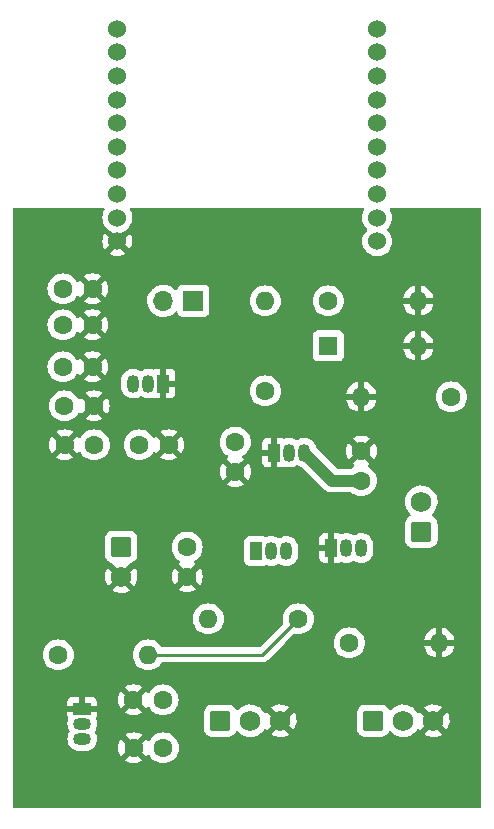
<source format=gbr>
%TF.GenerationSoftware,KiCad,Pcbnew,6.0.9-8da3e8f707~117~ubuntu20.04.1*%
%TF.CreationDate,2022-12-24T01:50:11+01:00*%
%TF.ProjectId,garden-reporter-board,67617264-656e-42d7-9265-706f72746572,2.1*%
%TF.SameCoordinates,Original*%
%TF.FileFunction,Copper,L2,Bot*%
%TF.FilePolarity,Positive*%
%FSLAX46Y46*%
G04 Gerber Fmt 4.6, Leading zero omitted, Abs format (unit mm)*
G04 Created by KiCad (PCBNEW 6.0.9-8da3e8f707~117~ubuntu20.04.1) date 2022-12-24 01:50:11*
%MOMM*%
%LPD*%
G01*
G04 APERTURE LIST*
G04 Aperture macros list*
%AMRoundRect*
0 Rectangle with rounded corners*
0 $1 Rounding radius*
0 $2 $3 $4 $5 $6 $7 $8 $9 X,Y pos of 4 corners*
0 Add a 4 corners polygon primitive as box body*
4,1,4,$2,$3,$4,$5,$6,$7,$8,$9,$2,$3,0*
0 Add four circle primitives for the rounded corners*
1,1,$1+$1,$2,$3*
1,1,$1+$1,$4,$5*
1,1,$1+$1,$6,$7*
1,1,$1+$1,$8,$9*
0 Add four rect primitives between the rounded corners*
20,1,$1+$1,$2,$3,$4,$5,0*
20,1,$1+$1,$4,$5,$6,$7,0*
20,1,$1+$1,$6,$7,$8,$9,0*
20,1,$1+$1,$8,$9,$2,$3,0*%
G04 Aperture macros list end*
%TA.AperFunction,ComponentPad*%
%ADD10C,1.524000*%
%TD*%
%TA.AperFunction,ComponentPad*%
%ADD11RoundRect,0.250000X-0.620000X-0.620000X0.620000X-0.620000X0.620000X0.620000X-0.620000X0.620000X0*%
%TD*%
%TA.AperFunction,ComponentPad*%
%ADD12C,1.740000*%
%TD*%
%TA.AperFunction,ComponentPad*%
%ADD13R,1.050000X1.500000*%
%TD*%
%TA.AperFunction,ComponentPad*%
%ADD14O,1.050000X1.500000*%
%TD*%
%TA.AperFunction,ComponentPad*%
%ADD15R,1.600000X1.600000*%
%TD*%
%TA.AperFunction,ComponentPad*%
%ADD16O,1.600000X1.600000*%
%TD*%
%TA.AperFunction,ComponentPad*%
%ADD17C,1.600000*%
%TD*%
%TA.AperFunction,ComponentPad*%
%ADD18RoundRect,0.250000X-0.620000X0.620000X-0.620000X-0.620000X0.620000X-0.620000X0.620000X0.620000X0*%
%TD*%
%TA.AperFunction,ComponentPad*%
%ADD19R,1.500000X1.050000*%
%TD*%
%TA.AperFunction,ComponentPad*%
%ADD20O,1.500000X1.050000*%
%TD*%
%TA.AperFunction,ComponentPad*%
%ADD21R,1.700000X1.700000*%
%TD*%
%TA.AperFunction,ComponentPad*%
%ADD22O,1.700000X1.700000*%
%TD*%
%TA.AperFunction,ComponentPad*%
%ADD23RoundRect,0.250000X0.620000X-0.620000X0.620000X0.620000X-0.620000X0.620000X-0.620000X-0.620000X0*%
%TD*%
%TA.AperFunction,Conductor*%
%ADD24C,1.000000*%
%TD*%
%TA.AperFunction,Conductor*%
%ADD25C,0.250000*%
%TD*%
G04 APERTURE END LIST*
D10*
%TO.P,JP1,1,VDD*%
%TO.N,+3.3V*%
X142671800Y-63065660D03*
%TO.P,JP1,2,DOUT*%
%TO.N,Net-(J2-Pad2)*%
X142671800Y-65067180D03*
%TO.P,JP1,3,DIN*%
%TO.N,Net-(J2-Pad1)*%
X142671800Y-67066160D03*
%TO.P,JP1,4,DIO12*%
%TO.N,unconnected-(JP1-Pad4)*%
X142671800Y-69067680D03*
%TO.P,JP1,5,RESET*%
%TO.N,unconnected-(JP1-Pad5)*%
X142671800Y-71066660D03*
%TO.P,JP1,6,RSSI*%
%TO.N,unconnected-(JP1-Pad6)*%
X142671800Y-73065640D03*
%TO.P,JP1,7,DIO11*%
%TO.N,unconnected-(JP1-Pad7)*%
X142671800Y-75067160D03*
%TO.P,JP1,8,RES*%
%TO.N,unconnected-(JP1-Pad8)*%
X142671800Y-77066140D03*
%TO.P,JP1,9,DTR*%
%TO.N,unconnected-(JP1-Pad9)*%
X142671800Y-79067660D03*
%TO.P,JP1,10,GND*%
%TO.N,-BATT*%
X142671800Y-81066640D03*
%TO.P,JP1,11,DIO4*%
%TO.N,unconnected-(JP1-Pad11)*%
X164668200Y-81066640D03*
%TO.P,JP1,12,CTS*%
%TO.N,unconnected-(JP1-Pad12)*%
X164668200Y-79067660D03*
%TO.P,JP1,13,DIO9*%
%TO.N,/xbee_ON*%
X164668200Y-77066140D03*
%TO.P,JP1,14,RES*%
%TO.N,unconnected-(JP1-Pad14)*%
X164668200Y-75067160D03*
%TO.P,JP1,15,DIO5*%
%TO.N,unconnected-(JP1-Pad15)*%
X164668200Y-73065640D03*
%TO.P,JP1,16,RTS*%
%TO.N,unconnected-(JP1-Pad16)*%
X164668200Y-71066660D03*
%TO.P,JP1,17,DIO3*%
%TO.N,/sensor_light*%
X164668200Y-69067680D03*
%TO.P,JP1,18,DIO2*%
%TO.N,/sensor_temp*%
X164668200Y-67066160D03*
%TO.P,JP1,19,DIO1*%
%TO.N,/sensor_soil*%
X164668200Y-65067180D03*
%TO.P,JP1,20,DIO0*%
%TO.N,/sensor_batt*%
X164668200Y-63065660D03*
%TD*%
D11*
%TO.P,J3,1,Pin_1*%
%TO.N,+3.3VADC*%
X151384000Y-121666000D03*
D12*
%TO.P,J3,2,Pin_2*%
%TO.N,/sensor_soil*%
X153924000Y-121666000D03*
%TO.P,J3,3,Pin_3*%
%TO.N,-BATT*%
X156464000Y-121666000D03*
%TD*%
D13*
%TO.P,U1,1,GND*%
%TO.N,-BATT*%
X146558000Y-93112000D03*
D14*
%TO.P,U1,2,VI*%
%TO.N,+BATT*%
X145288000Y-93112000D03*
%TO.P,U1,3,VO*%
%TO.N,+3.3V*%
X144018000Y-93112000D03*
%TD*%
D13*
%TO.P,Q1,1,S*%
%TO.N,-BATT*%
X160782000Y-107040000D03*
D14*
%TO.P,Q1,2,G*%
%TO.N,/xbee_ON*%
X162052000Y-107040000D03*
%TO.P,Q1,3,D*%
%TO.N,Net-(Q1-Pad3)*%
X163322000Y-107040000D03*
%TD*%
D15*
%TO.P,D2,1,K*%
%TO.N,/sensor_batt*%
X160528000Y-89916000D03*
D16*
%TO.P,D2,2,A*%
%TO.N,-BATT*%
X168148000Y-89916000D03*
%TD*%
D17*
%TO.P,C1,1*%
%TO.N,+BATT*%
X144526000Y-98298000D03*
%TO.P,C1,2*%
%TO.N,-BATT*%
X147026000Y-98298000D03*
%TD*%
%TO.P,R2,1*%
%TO.N,/sensor_batt*%
X160528000Y-86106000D03*
D16*
%TO.P,R2,2*%
%TO.N,-BATT*%
X168148000Y-86106000D03*
%TD*%
D17*
%TO.P,R5,1*%
%TO.N,/sensor_light*%
X170942000Y-94234000D03*
D16*
%TO.P,R5,2*%
%TO.N,-BATT*%
X163322000Y-94234000D03*
%TD*%
D11*
%TO.P,J4,1,Pin_1*%
%TO.N,+3.3VADC*%
X164338000Y-121666000D03*
D12*
%TO.P,J4,2,Pin_2*%
%TO.N,/sensor_temp*%
X166878000Y-121666000D03*
%TO.P,J4,3,Pin_3*%
%TO.N,-BATT*%
X169418000Y-121666000D03*
%TD*%
D18*
%TO.P,J1,1,Pin_1*%
%TO.N,+BATT*%
X142990000Y-106934000D03*
D12*
%TO.P,J1,2,Pin_2*%
%TO.N,-BATT*%
X142990000Y-109474000D03*
%TD*%
D19*
%TO.P,U2,1,GND*%
%TO.N,-BATT*%
X139700000Y-120650000D03*
D20*
%TO.P,U2,2,VI*%
%TO.N,VDD*%
X139700000Y-121920000D03*
%TO.P,U2,3,VO*%
%TO.N,+3.3VADC*%
X139700000Y-123190000D03*
%TD*%
D17*
%TO.P,R4,1*%
%TO.N,/sensor_soil*%
X162306000Y-115062000D03*
D16*
%TO.P,R4,2*%
%TO.N,-BATT*%
X169926000Y-115062000D03*
%TD*%
D17*
%TO.P,C3,1*%
%TO.N,+3.3V*%
X138069000Y-91694000D03*
%TO.P,C3,2*%
%TO.N,-BATT*%
X140569000Y-91694000D03*
%TD*%
%TO.P,R1,1*%
%TO.N,VDD*%
X155194000Y-93726000D03*
D16*
%TO.P,R1,2*%
%TO.N,/sensor_batt*%
X155194000Y-86106000D03*
%TD*%
D17*
%TO.P,C7,1*%
%TO.N,+3.3VADC*%
X146558000Y-123952000D03*
%TO.P,C7,2*%
%TO.N,-BATT*%
X144058000Y-123952000D03*
%TD*%
D13*
%TO.P,Q2,1,S*%
%TO.N,+BATT*%
X154432000Y-107294000D03*
D14*
%TO.P,Q2,2,G*%
%TO.N,Net-(Q2-Pad2)*%
X155702000Y-107294000D03*
%TO.P,Q2,3,D*%
%TO.N,VDD*%
X156972000Y-107294000D03*
%TD*%
D17*
%TO.P,C8,1*%
%TO.N,VDD*%
X152654000Y-98064000D03*
%TO.P,C8,2*%
%TO.N,-BATT*%
X152654000Y-100564000D03*
%TD*%
D13*
%TO.P,U3,1,GND*%
%TO.N,-BATT*%
X155956000Y-98952000D03*
D14*
%TO.P,U3,2,VI*%
%TO.N,VDD*%
X157226000Y-98952000D03*
%TO.P,U3,3,VO*%
%TO.N,+1V2*%
X158496000Y-98952000D03*
%TD*%
D17*
%TO.P,R3,1*%
%TO.N,Net-(Q1-Pad3)*%
X157988000Y-113030000D03*
D16*
%TO.P,R3,2*%
%TO.N,Net-(Q2-Pad2)*%
X150368000Y-113030000D03*
%TD*%
D17*
%TO.P,R6,1*%
%TO.N,+BATT*%
X137668000Y-116078000D03*
D16*
%TO.P,R6,2*%
%TO.N,Net-(Q1-Pad3)*%
X145288000Y-116078000D03*
%TD*%
D17*
%TO.P,C4,1*%
%TO.N,+3.3V*%
X138069000Y-85090000D03*
%TO.P,C4,2*%
%TO.N,-BATT*%
X140569000Y-85090000D03*
%TD*%
%TO.P,C6,1*%
%TO.N,VDD*%
X146538000Y-119888000D03*
%TO.P,C6,2*%
%TO.N,-BATT*%
X144038000Y-119888000D03*
%TD*%
%TO.P,C9,1*%
%TO.N,+1V2*%
X163322000Y-101326000D03*
%TO.P,C9,2*%
%TO.N,-BATT*%
X163322000Y-98826000D03*
%TD*%
D21*
%TO.P,J2,1,Pin_1*%
%TO.N,Net-(J2-Pad1)*%
X149103000Y-86106000D03*
D22*
%TO.P,J2,2,Pin_2*%
%TO.N,Net-(J2-Pad2)*%
X146563000Y-86106000D03*
%TD*%
D17*
%TO.P,C5,1*%
%TO.N,+3.3V*%
X138069000Y-88138000D03*
%TO.P,C5,2*%
%TO.N,-BATT*%
X140569000Y-88138000D03*
%TD*%
%TO.P,C11,1*%
%TO.N,+BATT*%
X148578000Y-106954000D03*
%TO.P,C11,2*%
%TO.N,-BATT*%
X148578000Y-109454000D03*
%TD*%
%TO.P,C2,1*%
%TO.N,+3.3V*%
X138196000Y-94996000D03*
%TO.P,C2,2*%
%TO.N,-BATT*%
X140696000Y-94996000D03*
%TD*%
%TO.P,C10,1*%
%TO.N,+BATT*%
X140716000Y-98298000D03*
%TO.P,C10,2*%
%TO.N,-BATT*%
X138216000Y-98298000D03*
%TD*%
D23*
%TO.P,J5,1,Pin_1*%
%TO.N,+1V2*%
X168402000Y-105664000D03*
D12*
%TO.P,J5,2,Pin_2*%
%TO.N,/sensor_light*%
X168402000Y-103124000D03*
%TD*%
D24*
%TO.N,+1V2*%
X163322000Y-101326000D02*
X160870000Y-101326000D01*
X160870000Y-101326000D02*
X158496000Y-98952000D01*
D25*
%TO.N,Net-(Q1-Pad3)*%
X154940000Y-116078000D02*
X157988000Y-113030000D01*
X145288000Y-116078000D02*
X154940000Y-116078000D01*
%TD*%
%TA.AperFunction,Conductor*%
%TO.N,-BATT*%
G36*
X141532054Y-78252002D02*
G01*
X141578547Y-78305658D01*
X141588651Y-78375932D01*
X141573052Y-78421000D01*
X141570464Y-78425483D01*
X141567312Y-78429984D01*
X141473360Y-78631464D01*
X141415822Y-78846197D01*
X141396447Y-79067660D01*
X141415822Y-79289123D01*
X141473360Y-79503856D01*
X141475682Y-79508837D01*
X141475683Y-79508838D01*
X141564986Y-79700349D01*
X141564989Y-79700354D01*
X141567312Y-79705336D01*
X141694823Y-79887441D01*
X141852019Y-80044637D01*
X141856527Y-80047794D01*
X141856530Y-80047796D01*
X141922421Y-80093933D01*
X142034123Y-80172148D01*
X142039105Y-80174471D01*
X142039110Y-80174474D01*
X142205851Y-80252226D01*
X142241696Y-80277326D01*
X142658988Y-80694618D01*
X142672932Y-80702232D01*
X142674765Y-80702101D01*
X142681380Y-80697850D01*
X143101904Y-80277326D01*
X143137749Y-80252226D01*
X143304490Y-80174474D01*
X143304495Y-80174471D01*
X143309477Y-80172148D01*
X143421179Y-80093933D01*
X143487070Y-80047796D01*
X143487073Y-80047794D01*
X143491581Y-80044637D01*
X143648777Y-79887441D01*
X143776288Y-79705336D01*
X143778611Y-79700354D01*
X143778614Y-79700349D01*
X143867917Y-79508838D01*
X143867918Y-79508837D01*
X143870240Y-79503856D01*
X143927778Y-79289123D01*
X143947153Y-79067660D01*
X143927778Y-78846197D01*
X143870240Y-78631464D01*
X143776288Y-78429984D01*
X143773136Y-78425483D01*
X143770548Y-78421000D01*
X143753810Y-78352004D01*
X143777031Y-78284913D01*
X143832838Y-78241025D01*
X143879667Y-78232000D01*
X163460333Y-78232000D01*
X163528454Y-78252002D01*
X163574947Y-78305658D01*
X163585051Y-78375932D01*
X163569452Y-78421000D01*
X163566864Y-78425483D01*
X163563712Y-78429984D01*
X163469760Y-78631464D01*
X163412222Y-78846197D01*
X163392847Y-79067660D01*
X163412222Y-79289123D01*
X163469760Y-79503856D01*
X163472082Y-79508837D01*
X163472083Y-79508838D01*
X163561386Y-79700349D01*
X163561389Y-79700354D01*
X163563712Y-79705336D01*
X163691223Y-79887441D01*
X163781837Y-79978055D01*
X163815863Y-80040367D01*
X163810798Y-80111182D01*
X163781837Y-80156245D01*
X163691223Y-80246859D01*
X163688066Y-80251367D01*
X163688064Y-80251370D01*
X163566869Y-80424455D01*
X163563712Y-80428964D01*
X163561389Y-80433946D01*
X163561386Y-80433951D01*
X163472083Y-80625462D01*
X163469760Y-80630444D01*
X163412222Y-80845177D01*
X163392847Y-81066640D01*
X163412222Y-81288103D01*
X163469760Y-81502836D01*
X163472082Y-81507817D01*
X163472083Y-81507818D01*
X163561386Y-81699329D01*
X163561389Y-81699334D01*
X163563712Y-81704316D01*
X163566868Y-81708823D01*
X163566869Y-81708825D01*
X163603307Y-81760863D01*
X163691223Y-81886421D01*
X163848419Y-82043617D01*
X163852927Y-82046774D01*
X163852930Y-82046776D01*
X163928695Y-82099827D01*
X164030523Y-82171128D01*
X164035505Y-82173451D01*
X164035510Y-82173454D01*
X164226010Y-82262285D01*
X164232004Y-82265080D01*
X164237312Y-82266502D01*
X164237314Y-82266503D01*
X164303149Y-82284143D01*
X164446737Y-82322618D01*
X164668200Y-82341993D01*
X164889663Y-82322618D01*
X165033251Y-82284143D01*
X165099086Y-82266503D01*
X165099088Y-82266502D01*
X165104396Y-82265080D01*
X165110390Y-82262285D01*
X165300890Y-82173454D01*
X165300895Y-82173451D01*
X165305877Y-82171128D01*
X165407705Y-82099827D01*
X165483470Y-82046776D01*
X165483473Y-82046774D01*
X165487981Y-82043617D01*
X165645177Y-81886421D01*
X165733094Y-81760863D01*
X165769531Y-81708825D01*
X165769532Y-81708823D01*
X165772688Y-81704316D01*
X165775011Y-81699334D01*
X165775014Y-81699329D01*
X165864317Y-81507818D01*
X165864318Y-81507817D01*
X165866640Y-81502836D01*
X165924178Y-81288103D01*
X165943553Y-81066640D01*
X165924178Y-80845177D01*
X165866640Y-80630444D01*
X165864317Y-80625462D01*
X165775014Y-80433951D01*
X165775011Y-80433946D01*
X165772688Y-80428964D01*
X165769531Y-80424455D01*
X165648336Y-80251370D01*
X165648334Y-80251367D01*
X165645177Y-80246859D01*
X165554563Y-80156245D01*
X165520537Y-80093933D01*
X165525602Y-80023118D01*
X165554563Y-79978055D01*
X165645177Y-79887441D01*
X165772688Y-79705336D01*
X165775011Y-79700354D01*
X165775014Y-79700349D01*
X165864317Y-79508838D01*
X165864318Y-79508837D01*
X165866640Y-79503856D01*
X165924178Y-79289123D01*
X165943553Y-79067660D01*
X165924178Y-78846197D01*
X165866640Y-78631464D01*
X165772688Y-78429984D01*
X165769536Y-78425483D01*
X165766948Y-78421000D01*
X165750210Y-78352004D01*
X165773431Y-78284913D01*
X165829238Y-78241025D01*
X165876067Y-78232000D01*
X173355500Y-78232000D01*
X173423621Y-78252002D01*
X173470114Y-78305658D01*
X173481500Y-78358000D01*
X173481500Y-128905500D01*
X173461498Y-128973621D01*
X173407842Y-129020114D01*
X173355500Y-129031500D01*
X133984500Y-129031500D01*
X133916379Y-129011498D01*
X133869886Y-128957842D01*
X133858500Y-128905500D01*
X133858500Y-125038062D01*
X143336493Y-125038062D01*
X143345789Y-125050077D01*
X143396994Y-125085931D01*
X143406489Y-125091414D01*
X143603947Y-125183490D01*
X143614239Y-125187236D01*
X143824688Y-125243625D01*
X143835481Y-125245528D01*
X144052525Y-125264517D01*
X144063475Y-125264517D01*
X144280519Y-125245528D01*
X144291312Y-125243625D01*
X144501761Y-125187236D01*
X144512053Y-125183490D01*
X144709511Y-125091414D01*
X144719006Y-125085931D01*
X144771048Y-125049491D01*
X144779424Y-125039012D01*
X144772356Y-125025566D01*
X144070812Y-124324022D01*
X144056868Y-124316408D01*
X144055035Y-124316539D01*
X144048420Y-124320790D01*
X143342923Y-125026287D01*
X143336493Y-125038062D01*
X133858500Y-125038062D01*
X133858500Y-123182750D01*
X138436524Y-123182750D01*
X138440869Y-123230493D01*
X138453107Y-123364957D01*
X138454894Y-123384596D01*
X138456632Y-123390502D01*
X138456633Y-123390506D01*
X138488255Y-123497947D01*
X138512119Y-123579029D01*
X138514972Y-123584486D01*
X138514973Y-123584489D01*
X138519127Y-123592435D01*
X138606019Y-123758645D01*
X138609879Y-123763445D01*
X138609879Y-123763446D01*
X138615729Y-123770722D01*
X138733019Y-123916601D01*
X138888281Y-124046881D01*
X138893673Y-124049845D01*
X138893677Y-124049848D01*
X139060494Y-124141556D01*
X139065891Y-124144523D01*
X139259084Y-124205807D01*
X139265201Y-124206493D01*
X139265205Y-124206494D01*
X139339348Y-124214810D01*
X139416817Y-124223500D01*
X139976004Y-124223500D01*
X140126713Y-124208723D01*
X140320742Y-124150142D01*
X140499698Y-124054990D01*
X140619262Y-123957475D01*
X142745483Y-123957475D01*
X142764472Y-124174519D01*
X142766375Y-124185312D01*
X142822764Y-124395761D01*
X142826510Y-124406053D01*
X142918586Y-124603511D01*
X142924069Y-124613006D01*
X142960509Y-124665048D01*
X142970988Y-124673424D01*
X142984434Y-124666356D01*
X143685978Y-123964812D01*
X143692356Y-123953132D01*
X144422408Y-123953132D01*
X144422539Y-123954965D01*
X144426790Y-123961580D01*
X145132287Y-124667077D01*
X145144062Y-124673507D01*
X145156077Y-124664211D01*
X145191934Y-124613002D01*
X145198591Y-124601472D01*
X145249973Y-124552479D01*
X145319687Y-124539042D01*
X145385598Y-124565429D01*
X145416829Y-124601472D01*
X145418153Y-124603765D01*
X145420477Y-124608749D01*
X145551802Y-124796300D01*
X145713700Y-124958198D01*
X145718208Y-124961355D01*
X145718211Y-124961357D01*
X145796389Y-125016098D01*
X145901251Y-125089523D01*
X145906233Y-125091846D01*
X145906238Y-125091849D01*
X146102765Y-125183490D01*
X146108757Y-125186284D01*
X146114065Y-125187706D01*
X146114067Y-125187707D01*
X146324598Y-125244119D01*
X146324600Y-125244119D01*
X146329913Y-125245543D01*
X146558000Y-125265498D01*
X146786087Y-125245543D01*
X146791400Y-125244119D01*
X146791402Y-125244119D01*
X147001933Y-125187707D01*
X147001935Y-125187706D01*
X147007243Y-125186284D01*
X147013235Y-125183490D01*
X147209762Y-125091849D01*
X147209767Y-125091846D01*
X147214749Y-125089523D01*
X147319611Y-125016098D01*
X147397789Y-124961357D01*
X147397792Y-124961355D01*
X147402300Y-124958198D01*
X147564198Y-124796300D01*
X147695523Y-124608749D01*
X147697846Y-124603767D01*
X147697849Y-124603762D01*
X147789961Y-124406225D01*
X147789961Y-124406224D01*
X147792284Y-124401243D01*
X147812976Y-124324022D01*
X147850119Y-124185402D01*
X147850119Y-124185400D01*
X147851543Y-124180087D01*
X147871498Y-123952000D01*
X147851543Y-123723913D01*
X147814184Y-123584489D01*
X147793707Y-123508067D01*
X147793706Y-123508065D01*
X147792284Y-123502757D01*
X147737185Y-123384596D01*
X147697849Y-123300238D01*
X147697846Y-123300233D01*
X147695523Y-123295251D01*
X147564198Y-123107700D01*
X147402300Y-122945802D01*
X147397792Y-122942645D01*
X147397789Y-122942643D01*
X147315902Y-122885305D01*
X147214749Y-122814477D01*
X147209767Y-122812154D01*
X147209762Y-122812151D01*
X147012225Y-122720039D01*
X147012224Y-122720039D01*
X147007243Y-122717716D01*
X147001935Y-122716294D01*
X147001933Y-122716293D01*
X146791402Y-122659881D01*
X146791400Y-122659881D01*
X146786087Y-122658457D01*
X146558000Y-122638502D01*
X146329913Y-122658457D01*
X146324600Y-122659881D01*
X146324598Y-122659881D01*
X146114067Y-122716293D01*
X146114065Y-122716294D01*
X146108757Y-122717716D01*
X146103776Y-122720039D01*
X146103775Y-122720039D01*
X145906238Y-122812151D01*
X145906233Y-122812154D01*
X145901251Y-122814477D01*
X145800098Y-122885305D01*
X145718211Y-122942643D01*
X145718208Y-122942645D01*
X145713700Y-122945802D01*
X145551802Y-123107700D01*
X145548645Y-123112208D01*
X145548643Y-123112211D01*
X145489098Y-123197250D01*
X145420477Y-123295251D01*
X145418153Y-123300235D01*
X145416829Y-123302528D01*
X145365447Y-123351521D01*
X145295733Y-123364957D01*
X145229822Y-123338571D01*
X145198591Y-123302528D01*
X145191934Y-123290998D01*
X145155491Y-123238952D01*
X145145012Y-123230576D01*
X145131566Y-123237644D01*
X144430022Y-123939188D01*
X144422408Y-123953132D01*
X143692356Y-123953132D01*
X143693592Y-123950868D01*
X143693461Y-123949035D01*
X143689210Y-123942420D01*
X142983713Y-123236923D01*
X142971938Y-123230493D01*
X142959923Y-123239789D01*
X142924069Y-123290994D01*
X142918586Y-123300489D01*
X142826510Y-123497947D01*
X142822764Y-123508239D01*
X142766375Y-123718688D01*
X142764472Y-123729481D01*
X142745483Y-123946525D01*
X142745483Y-123957475D01*
X140619262Y-123957475D01*
X140656763Y-123926890D01*
X140669246Y-123911801D01*
X140782027Y-123775472D01*
X140782029Y-123775469D01*
X140785956Y-123770722D01*
X140882356Y-123592435D01*
X140942290Y-123398820D01*
X140948623Y-123338571D01*
X140962832Y-123203378D01*
X140962832Y-123203377D01*
X140963476Y-123197250D01*
X140949875Y-123047800D01*
X140945665Y-123001543D01*
X140945664Y-123001540D01*
X140945106Y-122995404D01*
X140940534Y-122979868D01*
X140906722Y-122864988D01*
X143336576Y-122864988D01*
X143343644Y-122878434D01*
X144045188Y-123579978D01*
X144059132Y-123587592D01*
X144060965Y-123587461D01*
X144067580Y-123583210D01*
X144773077Y-122877713D01*
X144779507Y-122865938D01*
X144770211Y-122853923D01*
X144719006Y-122818069D01*
X144709511Y-122812586D01*
X144512053Y-122720510D01*
X144501761Y-122716764D01*
X144291312Y-122660375D01*
X144280519Y-122658472D01*
X144063475Y-122639483D01*
X144052525Y-122639483D01*
X143835481Y-122658472D01*
X143824688Y-122660375D01*
X143614239Y-122716764D01*
X143603947Y-122720510D01*
X143406489Y-122812586D01*
X143396994Y-122818069D01*
X143344952Y-122854509D01*
X143336576Y-122864988D01*
X140906722Y-122864988D01*
X140889620Y-122806880D01*
X140887881Y-122800971D01*
X140883951Y-122793452D01*
X140814380Y-122660375D01*
X140793981Y-122621355D01*
X140794016Y-122621337D01*
X140774111Y-122555559D01*
X140789271Y-122494591D01*
X140824216Y-122429962D01*
X140874805Y-122336400D01*
X150005500Y-122336400D01*
X150005837Y-122339646D01*
X150005837Y-122339650D01*
X150015378Y-122431599D01*
X150016474Y-122442166D01*
X150018655Y-122448702D01*
X150018655Y-122448704D01*
X150033964Y-122494591D01*
X150072450Y-122609946D01*
X150165522Y-122760348D01*
X150290697Y-122885305D01*
X150296927Y-122889145D01*
X150296928Y-122889146D01*
X150434090Y-122973694D01*
X150441262Y-122978115D01*
X150475569Y-122989494D01*
X150602611Y-123031632D01*
X150602613Y-123031632D01*
X150609139Y-123033797D01*
X150615975Y-123034497D01*
X150615978Y-123034498D01*
X150659031Y-123038909D01*
X150713600Y-123044500D01*
X152054400Y-123044500D01*
X152057646Y-123044163D01*
X152057650Y-123044163D01*
X152153308Y-123034238D01*
X152153312Y-123034237D01*
X152160166Y-123033526D01*
X152166702Y-123031345D01*
X152166704Y-123031345D01*
X152298806Y-122987272D01*
X152327946Y-122977550D01*
X152478348Y-122884478D01*
X152603305Y-122759303D01*
X152627218Y-122720510D01*
X152696115Y-122608738D01*
X152698164Y-122610001D01*
X152737487Y-122565344D01*
X152805765Y-122545886D01*
X152873724Y-122566430D01*
X152899997Y-122589384D01*
X152956209Y-122654276D01*
X153130615Y-122799071D01*
X153217044Y-122849576D01*
X153321867Y-122910829D01*
X153321870Y-122910831D01*
X153326329Y-122913436D01*
X153538093Y-122994301D01*
X153543161Y-122995332D01*
X153543164Y-122995333D01*
X153649764Y-123017021D01*
X153760221Y-123039494D01*
X153765394Y-123039684D01*
X153765397Y-123039684D01*
X153981583Y-123047611D01*
X153981587Y-123047611D01*
X153986747Y-123047800D01*
X153991867Y-123047144D01*
X153991869Y-123047144D01*
X154063513Y-123037966D01*
X154211588Y-123018997D01*
X154216537Y-123017512D01*
X154216543Y-123017511D01*
X154423756Y-122955344D01*
X154423755Y-122955344D01*
X154428706Y-122953859D01*
X154632270Y-122854134D01*
X154636475Y-122851134D01*
X154636481Y-122851131D01*
X154700490Y-122805474D01*
X155689355Y-122805474D01*
X155694636Y-122812529D01*
X155862087Y-122910380D01*
X155871370Y-122914827D01*
X156073402Y-122991975D01*
X156083300Y-122994851D01*
X156295219Y-123037966D01*
X156305447Y-123039185D01*
X156521560Y-123047111D01*
X156531846Y-123046644D01*
X156746353Y-123019164D01*
X156756439Y-123017021D01*
X156963581Y-122954875D01*
X156973158Y-122951122D01*
X157167378Y-122855975D01*
X157176216Y-122850706D01*
X157227587Y-122814064D01*
X157235988Y-122803364D01*
X157229002Y-122790213D01*
X156476811Y-122038021D01*
X156462868Y-122030408D01*
X156461034Y-122030539D01*
X156454420Y-122034790D01*
X155696112Y-122793099D01*
X155689355Y-122805474D01*
X154700490Y-122805474D01*
X154812609Y-122725500D01*
X154812611Y-122725498D01*
X154816813Y-122722501D01*
X154977378Y-122562495D01*
X154983166Y-122554441D01*
X155066725Y-122438155D01*
X155093262Y-122401226D01*
X155149256Y-122357578D01*
X155219959Y-122351132D01*
X155282924Y-122383935D01*
X155303016Y-122408916D01*
X155315914Y-122429962D01*
X155326372Y-122439424D01*
X155335148Y-122435641D01*
X156091979Y-121678811D01*
X156098356Y-121667132D01*
X156828408Y-121667132D01*
X156828539Y-121668966D01*
X156832790Y-121675580D01*
X157588810Y-122431599D01*
X157600816Y-122438155D01*
X157612555Y-122429186D01*
X157646206Y-122382356D01*
X157651516Y-122373519D01*
X157669861Y-122336400D01*
X162959500Y-122336400D01*
X162959837Y-122339646D01*
X162959837Y-122339650D01*
X162969378Y-122431599D01*
X162970474Y-122442166D01*
X162972655Y-122448702D01*
X162972655Y-122448704D01*
X162987964Y-122494591D01*
X163026450Y-122609946D01*
X163119522Y-122760348D01*
X163244697Y-122885305D01*
X163250927Y-122889145D01*
X163250928Y-122889146D01*
X163388090Y-122973694D01*
X163395262Y-122978115D01*
X163429569Y-122989494D01*
X163556611Y-123031632D01*
X163556613Y-123031632D01*
X163563139Y-123033797D01*
X163569975Y-123034497D01*
X163569978Y-123034498D01*
X163613031Y-123038909D01*
X163667600Y-123044500D01*
X165008400Y-123044500D01*
X165011646Y-123044163D01*
X165011650Y-123044163D01*
X165107308Y-123034238D01*
X165107312Y-123034237D01*
X165114166Y-123033526D01*
X165120702Y-123031345D01*
X165120704Y-123031345D01*
X165252806Y-122987272D01*
X165281946Y-122977550D01*
X165432348Y-122884478D01*
X165557305Y-122759303D01*
X165581218Y-122720510D01*
X165650115Y-122608738D01*
X165652164Y-122610001D01*
X165691487Y-122565344D01*
X165759765Y-122545886D01*
X165827724Y-122566430D01*
X165853997Y-122589384D01*
X165910209Y-122654276D01*
X166084615Y-122799071D01*
X166171044Y-122849576D01*
X166275867Y-122910829D01*
X166275870Y-122910831D01*
X166280329Y-122913436D01*
X166492093Y-122994301D01*
X166497161Y-122995332D01*
X166497164Y-122995333D01*
X166603764Y-123017021D01*
X166714221Y-123039494D01*
X166719394Y-123039684D01*
X166719397Y-123039684D01*
X166935583Y-123047611D01*
X166935587Y-123047611D01*
X166940747Y-123047800D01*
X166945867Y-123047144D01*
X166945869Y-123047144D01*
X167017513Y-123037966D01*
X167165588Y-123018997D01*
X167170537Y-123017512D01*
X167170543Y-123017511D01*
X167377756Y-122955344D01*
X167377755Y-122955344D01*
X167382706Y-122953859D01*
X167586270Y-122854134D01*
X167590475Y-122851134D01*
X167590481Y-122851131D01*
X167654490Y-122805474D01*
X168643355Y-122805474D01*
X168648636Y-122812529D01*
X168816087Y-122910380D01*
X168825370Y-122914827D01*
X169027402Y-122991975D01*
X169037300Y-122994851D01*
X169249219Y-123037966D01*
X169259447Y-123039185D01*
X169475560Y-123047111D01*
X169485846Y-123046644D01*
X169700353Y-123019164D01*
X169710439Y-123017021D01*
X169917581Y-122954875D01*
X169927158Y-122951122D01*
X170121378Y-122855975D01*
X170130216Y-122850706D01*
X170181587Y-122814064D01*
X170189988Y-122803364D01*
X170183002Y-122790213D01*
X169430811Y-122038021D01*
X169416868Y-122030408D01*
X169415034Y-122030539D01*
X169408420Y-122034790D01*
X168650112Y-122793099D01*
X168643355Y-122805474D01*
X167654490Y-122805474D01*
X167766609Y-122725500D01*
X167766611Y-122725498D01*
X167770813Y-122722501D01*
X167931378Y-122562495D01*
X167937166Y-122554441D01*
X168020725Y-122438155D01*
X168047262Y-122401226D01*
X168103256Y-122357578D01*
X168173959Y-122351132D01*
X168236924Y-122383935D01*
X168257016Y-122408916D01*
X168269914Y-122429962D01*
X168280372Y-122439424D01*
X168289148Y-122435641D01*
X169045979Y-121678811D01*
X169052356Y-121667132D01*
X169782408Y-121667132D01*
X169782539Y-121668966D01*
X169786790Y-121675580D01*
X170542810Y-122431599D01*
X170554816Y-122438155D01*
X170566555Y-122429186D01*
X170600206Y-122382356D01*
X170605516Y-122373519D01*
X170701329Y-122179655D01*
X170705128Y-122170060D01*
X170767991Y-121963156D01*
X170770170Y-121953075D01*
X170798635Y-121736868D01*
X170799154Y-121730193D01*
X170800641Y-121669364D01*
X170800447Y-121662646D01*
X170782580Y-121445316D01*
X170780897Y-121435154D01*
X170728213Y-121225407D01*
X170724895Y-121215660D01*
X170638659Y-121017330D01*
X170633792Y-121008255D01*
X170565528Y-120902734D01*
X170554843Y-120893531D01*
X170545276Y-120897935D01*
X169790021Y-121653189D01*
X169782408Y-121667132D01*
X169052356Y-121667132D01*
X169053592Y-121664868D01*
X169053461Y-121663034D01*
X169049210Y-121656420D01*
X168293451Y-120900662D01*
X168281920Y-120894365D01*
X168269636Y-120903989D01*
X168251940Y-120929931D01*
X168197029Y-120974935D01*
X168126504Y-120983107D01*
X168062757Y-120951853D01*
X168042059Y-120927368D01*
X167976722Y-120826373D01*
X167976720Y-120826370D01*
X167973914Y-120822033D01*
X167821356Y-120654374D01*
X167817305Y-120651175D01*
X167817301Y-120651171D01*
X167661518Y-120528141D01*
X168644936Y-120528141D01*
X168651679Y-120540468D01*
X169405189Y-121293979D01*
X169419132Y-121301592D01*
X169420966Y-121301461D01*
X169427580Y-121297210D01*
X170185633Y-120539156D01*
X170192650Y-120526305D01*
X170185295Y-120516210D01*
X170178664Y-120511804D01*
X169989334Y-120407288D01*
X169979937Y-120403065D01*
X169776086Y-120330877D01*
X169766115Y-120328243D01*
X169553216Y-120290321D01*
X169542962Y-120289351D01*
X169326716Y-120286708D01*
X169316431Y-120287428D01*
X169102666Y-120320138D01*
X169092647Y-120322525D01*
X168887086Y-120389713D01*
X168877584Y-120393708D01*
X168685768Y-120493560D01*
X168677048Y-120499052D01*
X168653390Y-120516815D01*
X168644936Y-120528141D01*
X167661518Y-120528141D01*
X167647519Y-120517085D01*
X167647515Y-120517083D01*
X167643464Y-120513883D01*
X167620904Y-120501429D01*
X167573103Y-120475042D01*
X167445015Y-120404334D01*
X167440146Y-120402610D01*
X167440142Y-120402608D01*
X167236214Y-120330393D01*
X167236210Y-120330392D01*
X167231339Y-120328667D01*
X167226246Y-120327760D01*
X167226243Y-120327759D01*
X167153832Y-120314861D01*
X167008173Y-120288915D01*
X166919227Y-120287828D01*
X166786681Y-120286208D01*
X166786679Y-120286208D01*
X166781511Y-120286145D01*
X166557441Y-120320433D01*
X166341979Y-120390857D01*
X166337391Y-120393245D01*
X166337387Y-120393247D01*
X166154448Y-120488479D01*
X166140913Y-120495525D01*
X166136780Y-120498628D01*
X166136777Y-120498630D01*
X165989103Y-120609507D01*
X165959641Y-120631628D01*
X165956069Y-120635366D01*
X165849634Y-120746743D01*
X165788109Y-120782173D01*
X165717197Y-120778716D01*
X165659411Y-120737470D01*
X165649821Y-120721887D01*
X165649550Y-120722054D01*
X165560332Y-120577880D01*
X165556478Y-120571652D01*
X165533793Y-120549006D01*
X165436483Y-120451866D01*
X165431303Y-120446695D01*
X165425072Y-120442854D01*
X165286968Y-120357725D01*
X165286966Y-120357724D01*
X165280738Y-120353885D01*
X165179883Y-120320433D01*
X165119389Y-120300368D01*
X165119387Y-120300368D01*
X165112861Y-120298203D01*
X165106025Y-120297503D01*
X165106022Y-120297502D01*
X165062969Y-120293091D01*
X165008400Y-120287500D01*
X163667600Y-120287500D01*
X163664354Y-120287837D01*
X163664350Y-120287837D01*
X163568692Y-120297762D01*
X163568688Y-120297763D01*
X163561834Y-120298474D01*
X163555298Y-120300655D01*
X163555296Y-120300655D01*
X163431212Y-120342053D01*
X163394054Y-120354450D01*
X163243652Y-120447522D01*
X163118695Y-120572697D01*
X163025885Y-120723262D01*
X162970203Y-120891139D01*
X162969503Y-120897975D01*
X162969502Y-120897978D01*
X162968427Y-120908475D01*
X162959500Y-120995600D01*
X162959500Y-122336400D01*
X157669861Y-122336400D01*
X157747329Y-122179655D01*
X157751128Y-122170060D01*
X157813991Y-121963156D01*
X157816170Y-121953075D01*
X157844635Y-121736868D01*
X157845154Y-121730193D01*
X157846641Y-121669364D01*
X157846447Y-121662646D01*
X157828580Y-121445316D01*
X157826897Y-121435154D01*
X157774213Y-121225407D01*
X157770895Y-121215660D01*
X157684659Y-121017330D01*
X157679792Y-121008255D01*
X157611528Y-120902734D01*
X157600843Y-120893531D01*
X157591276Y-120897935D01*
X156836021Y-121653189D01*
X156828408Y-121667132D01*
X156098356Y-121667132D01*
X156099592Y-121664868D01*
X156099461Y-121663034D01*
X156095210Y-121656420D01*
X155339451Y-120900662D01*
X155327920Y-120894365D01*
X155315636Y-120903989D01*
X155297940Y-120929931D01*
X155243029Y-120974935D01*
X155172504Y-120983107D01*
X155108757Y-120951853D01*
X155088059Y-120927368D01*
X155022722Y-120826373D01*
X155022720Y-120826370D01*
X155019914Y-120822033D01*
X154867356Y-120654374D01*
X154863305Y-120651175D01*
X154863301Y-120651171D01*
X154707518Y-120528141D01*
X155690936Y-120528141D01*
X155697679Y-120540468D01*
X156451189Y-121293979D01*
X156465132Y-121301592D01*
X156466966Y-121301461D01*
X156473580Y-121297210D01*
X157231633Y-120539156D01*
X157238650Y-120526305D01*
X157231295Y-120516210D01*
X157224664Y-120511804D01*
X157035334Y-120407288D01*
X157025937Y-120403065D01*
X156822086Y-120330877D01*
X156812115Y-120328243D01*
X156599216Y-120290321D01*
X156588962Y-120289351D01*
X156372716Y-120286708D01*
X156362431Y-120287428D01*
X156148666Y-120320138D01*
X156138647Y-120322525D01*
X155933086Y-120389713D01*
X155923584Y-120393708D01*
X155731768Y-120493560D01*
X155723048Y-120499052D01*
X155699390Y-120516815D01*
X155690936Y-120528141D01*
X154707518Y-120528141D01*
X154693519Y-120517085D01*
X154693515Y-120517083D01*
X154689464Y-120513883D01*
X154666904Y-120501429D01*
X154619103Y-120475042D01*
X154491015Y-120404334D01*
X154486146Y-120402610D01*
X154486142Y-120402608D01*
X154282214Y-120330393D01*
X154282210Y-120330392D01*
X154277339Y-120328667D01*
X154272246Y-120327760D01*
X154272243Y-120327759D01*
X154199832Y-120314861D01*
X154054173Y-120288915D01*
X153965227Y-120287828D01*
X153832681Y-120286208D01*
X153832679Y-120286208D01*
X153827511Y-120286145D01*
X153603441Y-120320433D01*
X153387979Y-120390857D01*
X153383391Y-120393245D01*
X153383387Y-120393247D01*
X153200448Y-120488479D01*
X153186913Y-120495525D01*
X153182780Y-120498628D01*
X153182777Y-120498630D01*
X153035103Y-120609507D01*
X153005641Y-120631628D01*
X153002069Y-120635366D01*
X152895634Y-120746743D01*
X152834109Y-120782173D01*
X152763197Y-120778716D01*
X152705411Y-120737470D01*
X152695821Y-120721887D01*
X152695550Y-120722054D01*
X152606332Y-120577880D01*
X152602478Y-120571652D01*
X152579793Y-120549006D01*
X152482483Y-120451866D01*
X152477303Y-120446695D01*
X152471072Y-120442854D01*
X152332968Y-120357725D01*
X152332966Y-120357724D01*
X152326738Y-120353885D01*
X152225883Y-120320433D01*
X152165389Y-120300368D01*
X152165387Y-120300368D01*
X152158861Y-120298203D01*
X152152025Y-120297503D01*
X152152022Y-120297502D01*
X152108969Y-120293091D01*
X152054400Y-120287500D01*
X150713600Y-120287500D01*
X150710354Y-120287837D01*
X150710350Y-120287837D01*
X150614692Y-120297762D01*
X150614688Y-120297763D01*
X150607834Y-120298474D01*
X150601298Y-120300655D01*
X150601296Y-120300655D01*
X150477212Y-120342053D01*
X150440054Y-120354450D01*
X150289652Y-120447522D01*
X150164695Y-120572697D01*
X150071885Y-120723262D01*
X150016203Y-120891139D01*
X150015503Y-120897975D01*
X150015502Y-120897978D01*
X150014427Y-120908475D01*
X150005500Y-120995600D01*
X150005500Y-122336400D01*
X140874805Y-122336400D01*
X140882356Y-122322435D01*
X140942290Y-122128820D01*
X140951834Y-122038021D01*
X140962832Y-121933378D01*
X140962832Y-121933377D01*
X140963476Y-121927250D01*
X140955898Y-121843986D01*
X140945665Y-121731543D01*
X140945664Y-121731540D01*
X140945106Y-121725404D01*
X140939188Y-121705294D01*
X140889620Y-121536881D01*
X140887881Y-121530971D01*
X140888559Y-121530771D01*
X140882044Y-121464727D01*
X140895320Y-121427677D01*
X140903321Y-121413063D01*
X140948478Y-121292606D01*
X140952105Y-121277351D01*
X140957631Y-121226486D01*
X140958000Y-121219672D01*
X140958000Y-120974062D01*
X143316493Y-120974062D01*
X143325789Y-120986077D01*
X143376994Y-121021931D01*
X143386489Y-121027414D01*
X143583947Y-121119490D01*
X143594239Y-121123236D01*
X143804688Y-121179625D01*
X143815481Y-121181528D01*
X144032525Y-121200517D01*
X144043475Y-121200517D01*
X144260519Y-121181528D01*
X144271312Y-121179625D01*
X144481761Y-121123236D01*
X144492053Y-121119490D01*
X144689511Y-121027414D01*
X144699006Y-121021931D01*
X144751048Y-120985491D01*
X144759424Y-120975012D01*
X144752356Y-120961566D01*
X144050812Y-120260022D01*
X144036868Y-120252408D01*
X144035035Y-120252539D01*
X144028420Y-120256790D01*
X143322923Y-120962287D01*
X143316493Y-120974062D01*
X140958000Y-120974062D01*
X140958000Y-120922115D01*
X140953525Y-120906876D01*
X140952135Y-120905671D01*
X140944452Y-120904000D01*
X140146242Y-120904000D01*
X140132197Y-120903215D01*
X140117799Y-120901600D01*
X139983183Y-120886500D01*
X139423996Y-120886500D01*
X139273287Y-120901277D01*
X139270998Y-120901968D01*
X139250276Y-120904000D01*
X138460116Y-120904000D01*
X138444877Y-120908475D01*
X138443672Y-120909865D01*
X138442001Y-120917548D01*
X138442001Y-121219669D01*
X138442371Y-121226490D01*
X138447895Y-121277352D01*
X138451521Y-121292604D01*
X138496677Y-121413056D01*
X138505114Y-121428466D01*
X138520284Y-121497823D01*
X138514960Y-121526235D01*
X138457710Y-121711180D01*
X138436524Y-121912750D01*
X138454894Y-122114596D01*
X138456632Y-122120502D01*
X138456633Y-122120506D01*
X138474042Y-122179655D01*
X138512119Y-122309029D01*
X138514972Y-122314486D01*
X138514973Y-122314489D01*
X138558958Y-122398625D01*
X138605923Y-122488460D01*
X138605923Y-122488462D01*
X138606019Y-122488645D01*
X138605984Y-122488663D01*
X138625889Y-122554441D01*
X138610729Y-122615409D01*
X138517644Y-122787565D01*
X138489738Y-122877713D01*
X138465708Y-122955344D01*
X138457710Y-122981180D01*
X138457066Y-122987305D01*
X138457066Y-122987306D01*
X138451689Y-123038461D01*
X138436524Y-123182750D01*
X133858500Y-123182750D01*
X133858500Y-120377885D01*
X138442000Y-120377885D01*
X138446475Y-120393124D01*
X138447865Y-120394329D01*
X138455548Y-120396000D01*
X139427885Y-120396000D01*
X139443124Y-120391525D01*
X139444329Y-120390135D01*
X139446000Y-120382452D01*
X139446000Y-120377885D01*
X139954000Y-120377885D01*
X139958475Y-120393124D01*
X139959865Y-120394329D01*
X139967548Y-120396000D01*
X140939884Y-120396000D01*
X140955123Y-120391525D01*
X140956328Y-120390135D01*
X140957999Y-120382452D01*
X140957999Y-120080331D01*
X140957629Y-120073510D01*
X140952105Y-120022648D01*
X140948479Y-120007396D01*
X140905772Y-119893475D01*
X142725483Y-119893475D01*
X142744472Y-120110519D01*
X142746375Y-120121312D01*
X142802764Y-120331761D01*
X142806510Y-120342053D01*
X142898586Y-120539511D01*
X142904069Y-120549006D01*
X142940509Y-120601048D01*
X142950988Y-120609424D01*
X142964434Y-120602356D01*
X143665978Y-119900812D01*
X143672356Y-119889132D01*
X144402408Y-119889132D01*
X144402539Y-119890965D01*
X144406790Y-119897580D01*
X145112287Y-120603077D01*
X145124062Y-120609507D01*
X145136077Y-120600211D01*
X145171934Y-120549002D01*
X145178591Y-120537472D01*
X145229973Y-120488479D01*
X145299687Y-120475042D01*
X145365598Y-120501429D01*
X145396829Y-120537472D01*
X145398153Y-120539765D01*
X145400477Y-120544749D01*
X145439312Y-120600211D01*
X145525474Y-120723262D01*
X145531802Y-120732300D01*
X145693700Y-120894198D01*
X145698208Y-120897355D01*
X145698211Y-120897357D01*
X145744732Y-120929931D01*
X145881251Y-121025523D01*
X145886233Y-121027846D01*
X145886238Y-121027849D01*
X145944486Y-121055010D01*
X146088757Y-121122284D01*
X146094065Y-121123706D01*
X146094067Y-121123707D01*
X146304598Y-121180119D01*
X146304600Y-121180119D01*
X146309913Y-121181543D01*
X146538000Y-121201498D01*
X146766087Y-121181543D01*
X146771400Y-121180119D01*
X146771402Y-121180119D01*
X146981933Y-121123707D01*
X146981935Y-121123706D01*
X146987243Y-121122284D01*
X147131514Y-121055010D01*
X147189762Y-121027849D01*
X147189767Y-121027846D01*
X147194749Y-121025523D01*
X147331268Y-120929931D01*
X147377789Y-120897357D01*
X147377792Y-120897355D01*
X147382300Y-120894198D01*
X147544198Y-120732300D01*
X147550527Y-120723262D01*
X147636688Y-120600211D01*
X147675523Y-120544749D01*
X147677846Y-120539767D01*
X147677849Y-120539762D01*
X147769961Y-120342225D01*
X147769961Y-120342224D01*
X147772284Y-120337243D01*
X147774120Y-120330393D01*
X147830119Y-120121402D01*
X147830119Y-120121400D01*
X147831543Y-120116087D01*
X147851498Y-119888000D01*
X147831543Y-119659913D01*
X147821616Y-119622865D01*
X147773707Y-119444067D01*
X147773706Y-119444065D01*
X147772284Y-119438757D01*
X147769961Y-119433775D01*
X147677849Y-119236238D01*
X147677846Y-119236233D01*
X147675523Y-119231251D01*
X147544198Y-119043700D01*
X147382300Y-118881802D01*
X147377792Y-118878645D01*
X147377789Y-118878643D01*
X147251920Y-118790509D01*
X147194749Y-118750477D01*
X147189767Y-118748154D01*
X147189762Y-118748151D01*
X146992225Y-118656039D01*
X146992224Y-118656039D01*
X146987243Y-118653716D01*
X146981935Y-118652294D01*
X146981933Y-118652293D01*
X146771402Y-118595881D01*
X146771400Y-118595881D01*
X146766087Y-118594457D01*
X146538000Y-118574502D01*
X146309913Y-118594457D01*
X146304600Y-118595881D01*
X146304598Y-118595881D01*
X146094067Y-118652293D01*
X146094065Y-118652294D01*
X146088757Y-118653716D01*
X146083776Y-118656039D01*
X146083775Y-118656039D01*
X145886238Y-118748151D01*
X145886233Y-118748154D01*
X145881251Y-118750477D01*
X145824080Y-118790509D01*
X145698211Y-118878643D01*
X145698208Y-118878645D01*
X145693700Y-118881802D01*
X145531802Y-119043700D01*
X145400477Y-119231251D01*
X145398153Y-119236235D01*
X145396829Y-119238528D01*
X145345447Y-119287521D01*
X145275733Y-119300957D01*
X145209822Y-119274571D01*
X145178591Y-119238528D01*
X145171934Y-119226998D01*
X145135491Y-119174952D01*
X145125012Y-119166576D01*
X145111566Y-119173644D01*
X144410022Y-119875188D01*
X144402408Y-119889132D01*
X143672356Y-119889132D01*
X143673592Y-119886868D01*
X143673461Y-119885035D01*
X143669210Y-119878420D01*
X142963713Y-119172923D01*
X142951938Y-119166493D01*
X142939923Y-119175789D01*
X142904069Y-119226994D01*
X142898586Y-119236489D01*
X142806510Y-119433947D01*
X142802764Y-119444239D01*
X142746375Y-119654688D01*
X142744472Y-119665481D01*
X142725483Y-119882525D01*
X142725483Y-119893475D01*
X140905772Y-119893475D01*
X140903324Y-119886946D01*
X140894786Y-119871351D01*
X140818285Y-119769276D01*
X140805724Y-119756715D01*
X140703649Y-119680214D01*
X140688054Y-119671676D01*
X140567606Y-119626522D01*
X140552351Y-119622895D01*
X140501486Y-119617369D01*
X140494672Y-119617000D01*
X139972115Y-119617000D01*
X139956876Y-119621475D01*
X139955671Y-119622865D01*
X139954000Y-119630548D01*
X139954000Y-120377885D01*
X139446000Y-120377885D01*
X139446000Y-119635116D01*
X139441525Y-119619877D01*
X139440135Y-119618672D01*
X139432452Y-119617001D01*
X138905331Y-119617001D01*
X138898510Y-119617371D01*
X138847648Y-119622895D01*
X138832396Y-119626521D01*
X138711946Y-119671676D01*
X138696351Y-119680214D01*
X138594276Y-119756715D01*
X138581715Y-119769276D01*
X138505214Y-119871351D01*
X138496676Y-119886946D01*
X138451522Y-120007394D01*
X138447895Y-120022649D01*
X138442369Y-120073514D01*
X138442000Y-120080328D01*
X138442000Y-120377885D01*
X133858500Y-120377885D01*
X133858500Y-118800988D01*
X143316576Y-118800988D01*
X143323644Y-118814434D01*
X144025188Y-119515978D01*
X144039132Y-119523592D01*
X144040965Y-119523461D01*
X144047580Y-119519210D01*
X144753077Y-118813713D01*
X144759507Y-118801938D01*
X144750211Y-118789923D01*
X144699006Y-118754069D01*
X144689511Y-118748586D01*
X144492053Y-118656510D01*
X144481761Y-118652764D01*
X144271312Y-118596375D01*
X144260519Y-118594472D01*
X144043475Y-118575483D01*
X144032525Y-118575483D01*
X143815481Y-118594472D01*
X143804688Y-118596375D01*
X143594239Y-118652764D01*
X143583947Y-118656510D01*
X143386489Y-118748586D01*
X143376994Y-118754069D01*
X143324952Y-118790509D01*
X143316576Y-118800988D01*
X133858500Y-118800988D01*
X133858500Y-116078000D01*
X136354502Y-116078000D01*
X136374457Y-116306087D01*
X136375881Y-116311400D01*
X136375881Y-116311402D01*
X136428934Y-116509395D01*
X136433716Y-116527243D01*
X136436039Y-116532224D01*
X136436039Y-116532225D01*
X136528151Y-116729762D01*
X136528154Y-116729767D01*
X136530477Y-116734749D01*
X136661802Y-116922300D01*
X136823700Y-117084198D01*
X136828208Y-117087355D01*
X136828211Y-117087357D01*
X136906389Y-117142098D01*
X137011251Y-117215523D01*
X137016233Y-117217846D01*
X137016238Y-117217849D01*
X137213775Y-117309961D01*
X137218757Y-117312284D01*
X137224065Y-117313706D01*
X137224067Y-117313707D01*
X137434598Y-117370119D01*
X137434600Y-117370119D01*
X137439913Y-117371543D01*
X137668000Y-117391498D01*
X137896087Y-117371543D01*
X137901400Y-117370119D01*
X137901402Y-117370119D01*
X138111933Y-117313707D01*
X138111935Y-117313706D01*
X138117243Y-117312284D01*
X138122225Y-117309961D01*
X138319762Y-117217849D01*
X138319767Y-117217846D01*
X138324749Y-117215523D01*
X138429611Y-117142098D01*
X138507789Y-117087357D01*
X138507792Y-117087355D01*
X138512300Y-117084198D01*
X138674198Y-116922300D01*
X138805523Y-116734749D01*
X138807846Y-116729767D01*
X138807849Y-116729762D01*
X138899961Y-116532225D01*
X138899961Y-116532224D01*
X138902284Y-116527243D01*
X138907067Y-116509395D01*
X138960119Y-116311402D01*
X138960119Y-116311400D01*
X138961543Y-116306087D01*
X138981498Y-116078000D01*
X143974502Y-116078000D01*
X143994457Y-116306087D01*
X143995881Y-116311400D01*
X143995881Y-116311402D01*
X144048934Y-116509395D01*
X144053716Y-116527243D01*
X144056039Y-116532224D01*
X144056039Y-116532225D01*
X144148151Y-116729762D01*
X144148154Y-116729767D01*
X144150477Y-116734749D01*
X144281802Y-116922300D01*
X144443700Y-117084198D01*
X144448208Y-117087355D01*
X144448211Y-117087357D01*
X144526389Y-117142098D01*
X144631251Y-117215523D01*
X144636233Y-117217846D01*
X144636238Y-117217849D01*
X144833775Y-117309961D01*
X144838757Y-117312284D01*
X144844065Y-117313706D01*
X144844067Y-117313707D01*
X145054598Y-117370119D01*
X145054600Y-117370119D01*
X145059913Y-117371543D01*
X145288000Y-117391498D01*
X145516087Y-117371543D01*
X145521400Y-117370119D01*
X145521402Y-117370119D01*
X145731933Y-117313707D01*
X145731935Y-117313706D01*
X145737243Y-117312284D01*
X145742225Y-117309961D01*
X145939762Y-117217849D01*
X145939767Y-117217846D01*
X145944749Y-117215523D01*
X146049611Y-117142098D01*
X146127789Y-117087357D01*
X146127792Y-117087355D01*
X146132300Y-117084198D01*
X146294198Y-116922300D01*
X146404181Y-116765229D01*
X146459638Y-116720901D01*
X146507394Y-116711500D01*
X154861233Y-116711500D01*
X154872416Y-116712027D01*
X154879909Y-116713702D01*
X154887835Y-116713453D01*
X154887836Y-116713453D01*
X154947986Y-116711562D01*
X154951945Y-116711500D01*
X154979856Y-116711500D01*
X154983791Y-116711003D01*
X154983856Y-116710995D01*
X154995693Y-116710062D01*
X155027951Y-116709048D01*
X155031970Y-116708922D01*
X155039889Y-116708673D01*
X155059343Y-116703021D01*
X155078700Y-116699013D01*
X155090930Y-116697468D01*
X155090931Y-116697468D01*
X155098797Y-116696474D01*
X155106168Y-116693555D01*
X155106170Y-116693555D01*
X155139912Y-116680196D01*
X155151142Y-116676351D01*
X155185983Y-116666229D01*
X155185984Y-116666229D01*
X155193593Y-116664018D01*
X155200412Y-116659985D01*
X155200417Y-116659983D01*
X155211028Y-116653707D01*
X155228776Y-116645012D01*
X155247617Y-116637552D01*
X155283387Y-116611564D01*
X155293307Y-116605048D01*
X155324535Y-116586580D01*
X155324538Y-116586578D01*
X155331362Y-116582542D01*
X155345683Y-116568221D01*
X155360717Y-116555380D01*
X155370694Y-116548131D01*
X155377107Y-116543472D01*
X155405298Y-116509395D01*
X155413288Y-116500616D01*
X156851904Y-115062000D01*
X160992502Y-115062000D01*
X161012457Y-115290087D01*
X161013881Y-115295400D01*
X161013881Y-115295402D01*
X161048473Y-115424498D01*
X161071716Y-115511243D01*
X161074039Y-115516224D01*
X161074039Y-115516225D01*
X161166151Y-115713762D01*
X161166154Y-115713767D01*
X161168477Y-115718749D01*
X161299802Y-115906300D01*
X161461700Y-116068198D01*
X161466208Y-116071355D01*
X161466211Y-116071357D01*
X161544389Y-116126098D01*
X161649251Y-116199523D01*
X161654233Y-116201846D01*
X161654238Y-116201849D01*
X161850765Y-116293490D01*
X161856757Y-116296284D01*
X161862065Y-116297706D01*
X161862067Y-116297707D01*
X162072598Y-116354119D01*
X162072600Y-116354119D01*
X162077913Y-116355543D01*
X162306000Y-116375498D01*
X162534087Y-116355543D01*
X162539400Y-116354119D01*
X162539402Y-116354119D01*
X162749933Y-116297707D01*
X162749935Y-116297706D01*
X162755243Y-116296284D01*
X162761235Y-116293490D01*
X162957762Y-116201849D01*
X162957767Y-116201846D01*
X162962749Y-116199523D01*
X163067611Y-116126098D01*
X163145789Y-116071357D01*
X163145792Y-116071355D01*
X163150300Y-116068198D01*
X163312198Y-115906300D01*
X163443523Y-115718749D01*
X163445846Y-115713767D01*
X163445849Y-115713762D01*
X163537961Y-115516225D01*
X163537961Y-115516224D01*
X163540284Y-115511243D01*
X163563528Y-115424498D01*
X163589245Y-115328522D01*
X168643273Y-115328522D01*
X168690764Y-115505761D01*
X168694510Y-115516053D01*
X168786586Y-115713511D01*
X168792069Y-115723007D01*
X168917028Y-115901467D01*
X168924084Y-115909875D01*
X169078125Y-116063916D01*
X169086533Y-116070972D01*
X169264993Y-116195931D01*
X169274489Y-116201414D01*
X169471947Y-116293490D01*
X169482239Y-116297236D01*
X169654503Y-116343394D01*
X169668599Y-116343058D01*
X169672000Y-116335116D01*
X169672000Y-116329967D01*
X170180000Y-116329967D01*
X170183973Y-116343498D01*
X170192522Y-116344727D01*
X170369761Y-116297236D01*
X170380053Y-116293490D01*
X170577511Y-116201414D01*
X170587007Y-116195931D01*
X170765467Y-116070972D01*
X170773875Y-116063916D01*
X170927916Y-115909875D01*
X170934972Y-115901467D01*
X171059931Y-115723007D01*
X171065414Y-115713511D01*
X171157490Y-115516053D01*
X171161236Y-115505761D01*
X171207394Y-115333497D01*
X171207058Y-115319401D01*
X171199116Y-115316000D01*
X170198115Y-115316000D01*
X170182876Y-115320475D01*
X170181671Y-115321865D01*
X170180000Y-115329548D01*
X170180000Y-116329967D01*
X169672000Y-116329967D01*
X169672000Y-115334115D01*
X169667525Y-115318876D01*
X169666135Y-115317671D01*
X169658452Y-115316000D01*
X168658033Y-115316000D01*
X168644502Y-115319973D01*
X168643273Y-115328522D01*
X163589245Y-115328522D01*
X163598119Y-115295402D01*
X163598119Y-115295400D01*
X163599543Y-115290087D01*
X163619498Y-115062000D01*
X163599543Y-114833913D01*
X163589244Y-114795478D01*
X163587911Y-114790503D01*
X168644606Y-114790503D01*
X168644942Y-114804599D01*
X168652884Y-114808000D01*
X169653885Y-114808000D01*
X169669124Y-114803525D01*
X169670329Y-114802135D01*
X169672000Y-114794452D01*
X169672000Y-114789885D01*
X170180000Y-114789885D01*
X170184475Y-114805124D01*
X170185865Y-114806329D01*
X170193548Y-114808000D01*
X171193967Y-114808000D01*
X171207498Y-114804027D01*
X171208727Y-114795478D01*
X171161236Y-114618239D01*
X171157490Y-114607947D01*
X171065414Y-114410489D01*
X171059931Y-114400993D01*
X170934972Y-114222533D01*
X170927916Y-114214125D01*
X170773875Y-114060084D01*
X170765467Y-114053028D01*
X170587007Y-113928069D01*
X170577511Y-113922586D01*
X170380053Y-113830510D01*
X170369761Y-113826764D01*
X170197497Y-113780606D01*
X170183401Y-113780942D01*
X170180000Y-113788884D01*
X170180000Y-114789885D01*
X169672000Y-114789885D01*
X169672000Y-113794033D01*
X169668027Y-113780502D01*
X169659478Y-113779273D01*
X169482239Y-113826764D01*
X169471947Y-113830510D01*
X169274489Y-113922586D01*
X169264993Y-113928069D01*
X169086533Y-114053028D01*
X169078125Y-114060084D01*
X168924084Y-114214125D01*
X168917028Y-114222533D01*
X168792069Y-114400993D01*
X168786586Y-114410489D01*
X168694510Y-114607947D01*
X168690764Y-114618239D01*
X168644606Y-114790503D01*
X163587911Y-114790503D01*
X163541707Y-114618067D01*
X163541706Y-114618065D01*
X163540284Y-114612757D01*
X163445966Y-114410489D01*
X163445849Y-114410238D01*
X163445846Y-114410233D01*
X163443523Y-114405251D01*
X163312198Y-114217700D01*
X163150300Y-114055802D01*
X163145792Y-114052645D01*
X163145789Y-114052643D01*
X163067611Y-113997902D01*
X162962749Y-113924477D01*
X162957767Y-113922154D01*
X162957762Y-113922151D01*
X162760225Y-113830039D01*
X162760224Y-113830039D01*
X162755243Y-113827716D01*
X162749935Y-113826294D01*
X162749933Y-113826293D01*
X162539402Y-113769881D01*
X162539400Y-113769881D01*
X162534087Y-113768457D01*
X162306000Y-113748502D01*
X162077913Y-113768457D01*
X162072600Y-113769881D01*
X162072598Y-113769881D01*
X161862067Y-113826293D01*
X161862065Y-113826294D01*
X161856757Y-113827716D01*
X161851776Y-113830039D01*
X161851775Y-113830039D01*
X161654238Y-113922151D01*
X161654233Y-113922154D01*
X161649251Y-113924477D01*
X161544389Y-113997902D01*
X161466211Y-114052643D01*
X161466208Y-114052645D01*
X161461700Y-114055802D01*
X161299802Y-114217700D01*
X161168477Y-114405251D01*
X161166154Y-114410233D01*
X161166151Y-114410238D01*
X161166034Y-114410489D01*
X161071716Y-114612757D01*
X161070294Y-114618065D01*
X161070293Y-114618067D01*
X161022756Y-114795478D01*
X161012457Y-114833913D01*
X160992502Y-115062000D01*
X156851904Y-115062000D01*
X157574752Y-114339152D01*
X157637064Y-114305126D01*
X157696459Y-114306541D01*
X157754591Y-114322118D01*
X157754602Y-114322120D01*
X157759913Y-114323543D01*
X157988000Y-114343498D01*
X158216087Y-114323543D01*
X158221400Y-114322119D01*
X158221402Y-114322119D01*
X158431933Y-114265707D01*
X158431935Y-114265706D01*
X158437243Y-114264284D01*
X158442225Y-114261961D01*
X158639762Y-114169849D01*
X158639767Y-114169846D01*
X158644749Y-114167523D01*
X158749611Y-114094098D01*
X158827789Y-114039357D01*
X158827792Y-114039355D01*
X158832300Y-114036198D01*
X158994198Y-113874300D01*
X159125523Y-113686749D01*
X159127846Y-113681767D01*
X159127849Y-113681762D01*
X159219961Y-113484225D01*
X159219961Y-113484224D01*
X159222284Y-113479243D01*
X159245523Y-113392517D01*
X159280119Y-113263402D01*
X159280119Y-113263400D01*
X159281543Y-113258087D01*
X159301498Y-113030000D01*
X159281543Y-112801913D01*
X159222284Y-112580757D01*
X159219961Y-112575775D01*
X159127849Y-112378238D01*
X159127846Y-112378233D01*
X159125523Y-112373251D01*
X158994198Y-112185700D01*
X158832300Y-112023802D01*
X158827792Y-112020645D01*
X158827789Y-112020643D01*
X158749611Y-111965902D01*
X158644749Y-111892477D01*
X158639767Y-111890154D01*
X158639762Y-111890151D01*
X158442225Y-111798039D01*
X158442224Y-111798039D01*
X158437243Y-111795716D01*
X158431935Y-111794294D01*
X158431933Y-111794293D01*
X158221402Y-111737881D01*
X158221400Y-111737881D01*
X158216087Y-111736457D01*
X157988000Y-111716502D01*
X157759913Y-111736457D01*
X157754600Y-111737881D01*
X157754598Y-111737881D01*
X157544067Y-111794293D01*
X157544065Y-111794294D01*
X157538757Y-111795716D01*
X157533776Y-111798039D01*
X157533775Y-111798039D01*
X157336238Y-111890151D01*
X157336233Y-111890154D01*
X157331251Y-111892477D01*
X157226389Y-111965902D01*
X157148211Y-112020643D01*
X157148208Y-112020645D01*
X157143700Y-112023802D01*
X156981802Y-112185700D01*
X156850477Y-112373251D01*
X156848154Y-112378233D01*
X156848151Y-112378238D01*
X156756039Y-112575775D01*
X156753716Y-112580757D01*
X156694457Y-112801913D01*
X156674502Y-113030000D01*
X156694457Y-113258087D01*
X156695880Y-113263398D01*
X156695882Y-113263409D01*
X156711459Y-113321541D01*
X156709770Y-113392517D01*
X156678848Y-113443248D01*
X154714500Y-115407595D01*
X154652188Y-115441621D01*
X154625405Y-115444500D01*
X146507394Y-115444500D01*
X146439273Y-115424498D01*
X146404181Y-115390771D01*
X146297357Y-115238211D01*
X146297355Y-115238208D01*
X146294198Y-115233700D01*
X146132300Y-115071802D01*
X146127792Y-115068645D01*
X146127789Y-115068643D01*
X146049611Y-115013902D01*
X145944749Y-114940477D01*
X145939767Y-114938154D01*
X145939762Y-114938151D01*
X145742225Y-114846039D01*
X145742224Y-114846039D01*
X145737243Y-114843716D01*
X145731935Y-114842294D01*
X145731933Y-114842293D01*
X145521402Y-114785881D01*
X145521400Y-114785881D01*
X145516087Y-114784457D01*
X145288000Y-114764502D01*
X145059913Y-114784457D01*
X145054600Y-114785881D01*
X145054598Y-114785881D01*
X144844067Y-114842293D01*
X144844065Y-114842294D01*
X144838757Y-114843716D01*
X144833776Y-114846039D01*
X144833775Y-114846039D01*
X144636238Y-114938151D01*
X144636233Y-114938154D01*
X144631251Y-114940477D01*
X144526389Y-115013902D01*
X144448211Y-115068643D01*
X144448208Y-115068645D01*
X144443700Y-115071802D01*
X144281802Y-115233700D01*
X144150477Y-115421251D01*
X144148154Y-115426233D01*
X144148151Y-115426238D01*
X144110989Y-115505933D01*
X144053716Y-115628757D01*
X144052294Y-115634065D01*
X144052293Y-115634067D01*
X143995881Y-115844598D01*
X143994457Y-115849913D01*
X143974502Y-116078000D01*
X138981498Y-116078000D01*
X138961543Y-115849913D01*
X138960119Y-115844598D01*
X138903707Y-115634067D01*
X138903706Y-115634065D01*
X138902284Y-115628757D01*
X138845011Y-115505933D01*
X138807849Y-115426238D01*
X138807846Y-115426233D01*
X138805523Y-115421251D01*
X138674198Y-115233700D01*
X138512300Y-115071802D01*
X138507792Y-115068645D01*
X138507789Y-115068643D01*
X138429611Y-115013902D01*
X138324749Y-114940477D01*
X138319767Y-114938154D01*
X138319762Y-114938151D01*
X138122225Y-114846039D01*
X138122224Y-114846039D01*
X138117243Y-114843716D01*
X138111935Y-114842294D01*
X138111933Y-114842293D01*
X137901402Y-114785881D01*
X137901400Y-114785881D01*
X137896087Y-114784457D01*
X137668000Y-114764502D01*
X137439913Y-114784457D01*
X137434600Y-114785881D01*
X137434598Y-114785881D01*
X137224067Y-114842293D01*
X137224065Y-114842294D01*
X137218757Y-114843716D01*
X137213776Y-114846039D01*
X137213775Y-114846039D01*
X137016238Y-114938151D01*
X137016233Y-114938154D01*
X137011251Y-114940477D01*
X136906389Y-115013902D01*
X136828211Y-115068643D01*
X136828208Y-115068645D01*
X136823700Y-115071802D01*
X136661802Y-115233700D01*
X136530477Y-115421251D01*
X136528154Y-115426233D01*
X136528151Y-115426238D01*
X136490989Y-115505933D01*
X136433716Y-115628757D01*
X136432294Y-115634065D01*
X136432293Y-115634067D01*
X136375881Y-115844598D01*
X136374457Y-115849913D01*
X136354502Y-116078000D01*
X133858500Y-116078000D01*
X133858500Y-113030000D01*
X149054502Y-113030000D01*
X149074457Y-113258087D01*
X149075881Y-113263400D01*
X149075881Y-113263402D01*
X149110478Y-113392517D01*
X149133716Y-113479243D01*
X149136039Y-113484224D01*
X149136039Y-113484225D01*
X149228151Y-113681762D01*
X149228154Y-113681767D01*
X149230477Y-113686749D01*
X149361802Y-113874300D01*
X149523700Y-114036198D01*
X149528208Y-114039355D01*
X149528211Y-114039357D01*
X149606389Y-114094098D01*
X149711251Y-114167523D01*
X149716233Y-114169846D01*
X149716238Y-114169849D01*
X149913775Y-114261961D01*
X149918757Y-114264284D01*
X149924065Y-114265706D01*
X149924067Y-114265707D01*
X150134598Y-114322119D01*
X150134600Y-114322119D01*
X150139913Y-114323543D01*
X150368000Y-114343498D01*
X150596087Y-114323543D01*
X150601400Y-114322119D01*
X150601402Y-114322119D01*
X150811933Y-114265707D01*
X150811935Y-114265706D01*
X150817243Y-114264284D01*
X150822225Y-114261961D01*
X151019762Y-114169849D01*
X151019767Y-114169846D01*
X151024749Y-114167523D01*
X151129611Y-114094098D01*
X151207789Y-114039357D01*
X151207792Y-114039355D01*
X151212300Y-114036198D01*
X151374198Y-113874300D01*
X151505523Y-113686749D01*
X151507846Y-113681767D01*
X151507849Y-113681762D01*
X151599961Y-113484225D01*
X151599961Y-113484224D01*
X151602284Y-113479243D01*
X151625523Y-113392517D01*
X151660119Y-113263402D01*
X151660119Y-113263400D01*
X151661543Y-113258087D01*
X151681498Y-113030000D01*
X151661543Y-112801913D01*
X151602284Y-112580757D01*
X151599961Y-112575775D01*
X151507849Y-112378238D01*
X151507846Y-112378233D01*
X151505523Y-112373251D01*
X151374198Y-112185700D01*
X151212300Y-112023802D01*
X151207792Y-112020645D01*
X151207789Y-112020643D01*
X151129611Y-111965902D01*
X151024749Y-111892477D01*
X151019767Y-111890154D01*
X151019762Y-111890151D01*
X150822225Y-111798039D01*
X150822224Y-111798039D01*
X150817243Y-111795716D01*
X150811935Y-111794294D01*
X150811933Y-111794293D01*
X150601402Y-111737881D01*
X150601400Y-111737881D01*
X150596087Y-111736457D01*
X150368000Y-111716502D01*
X150139913Y-111736457D01*
X150134600Y-111737881D01*
X150134598Y-111737881D01*
X149924067Y-111794293D01*
X149924065Y-111794294D01*
X149918757Y-111795716D01*
X149913776Y-111798039D01*
X149913775Y-111798039D01*
X149716238Y-111890151D01*
X149716233Y-111890154D01*
X149711251Y-111892477D01*
X149606389Y-111965902D01*
X149528211Y-112020643D01*
X149528208Y-112020645D01*
X149523700Y-112023802D01*
X149361802Y-112185700D01*
X149230477Y-112373251D01*
X149228154Y-112378233D01*
X149228151Y-112378238D01*
X149136039Y-112575775D01*
X149133716Y-112580757D01*
X149074457Y-112801913D01*
X149054502Y-113030000D01*
X133858500Y-113030000D01*
X133858500Y-110613474D01*
X142215355Y-110613474D01*
X142220636Y-110620529D01*
X142388087Y-110718380D01*
X142397370Y-110722827D01*
X142599402Y-110799975D01*
X142609300Y-110802851D01*
X142821219Y-110845966D01*
X142831447Y-110847185D01*
X143047560Y-110855111D01*
X143057846Y-110854644D01*
X143272353Y-110827164D01*
X143282439Y-110825021D01*
X143489581Y-110762875D01*
X143499158Y-110759122D01*
X143693378Y-110663975D01*
X143702216Y-110658706D01*
X143753587Y-110622064D01*
X143761988Y-110611364D01*
X143755002Y-110598213D01*
X143696851Y-110540062D01*
X147856493Y-110540062D01*
X147865789Y-110552077D01*
X147916994Y-110587931D01*
X147926489Y-110593414D01*
X148123947Y-110685490D01*
X148134239Y-110689236D01*
X148344688Y-110745625D01*
X148355481Y-110747528D01*
X148572525Y-110766517D01*
X148583475Y-110766517D01*
X148800519Y-110747528D01*
X148811312Y-110745625D01*
X149021761Y-110689236D01*
X149032053Y-110685490D01*
X149229511Y-110593414D01*
X149239006Y-110587931D01*
X149291048Y-110551491D01*
X149299424Y-110541012D01*
X149292356Y-110527566D01*
X148590812Y-109826022D01*
X148576868Y-109818408D01*
X148575035Y-109818539D01*
X148568420Y-109822790D01*
X147862923Y-110528287D01*
X147856493Y-110540062D01*
X143696851Y-110540062D01*
X143002811Y-109846021D01*
X142988868Y-109838408D01*
X142987034Y-109838539D01*
X142980420Y-109842790D01*
X142222112Y-110601099D01*
X142215355Y-110613474D01*
X133858500Y-110613474D01*
X133858500Y-109445373D01*
X141607987Y-109445373D01*
X141620437Y-109661279D01*
X141621870Y-109671481D01*
X141669412Y-109882442D01*
X141672495Y-109892282D01*
X141753857Y-110092652D01*
X141758500Y-110101843D01*
X141841915Y-110237964D01*
X141852372Y-110247424D01*
X141861148Y-110243641D01*
X142617979Y-109486811D01*
X142624356Y-109475132D01*
X143354408Y-109475132D01*
X143354539Y-109476966D01*
X143358790Y-109483580D01*
X144114810Y-110239599D01*
X144126816Y-110246155D01*
X144138555Y-110237186D01*
X144172206Y-110190356D01*
X144177516Y-110181519D01*
X144273329Y-109987655D01*
X144277128Y-109978060D01*
X144339991Y-109771156D01*
X144342170Y-109761075D01*
X144370635Y-109544868D01*
X144371154Y-109538193D01*
X144372641Y-109477364D01*
X144372447Y-109470646D01*
X144371529Y-109459475D01*
X147265483Y-109459475D01*
X147284472Y-109676519D01*
X147286375Y-109687312D01*
X147342764Y-109897761D01*
X147346510Y-109908053D01*
X147438586Y-110105511D01*
X147444069Y-110115006D01*
X147480509Y-110167048D01*
X147490988Y-110175424D01*
X147504434Y-110168356D01*
X148205978Y-109466812D01*
X148212356Y-109455132D01*
X148942408Y-109455132D01*
X148942539Y-109456965D01*
X148946790Y-109463580D01*
X149652287Y-110169077D01*
X149664062Y-110175507D01*
X149676077Y-110166211D01*
X149711931Y-110115006D01*
X149717414Y-110105511D01*
X149809490Y-109908053D01*
X149813236Y-109897761D01*
X149869625Y-109687312D01*
X149871528Y-109676519D01*
X149890517Y-109459475D01*
X149890517Y-109448525D01*
X149871528Y-109231481D01*
X149869625Y-109220688D01*
X149813236Y-109010239D01*
X149809490Y-108999947D01*
X149717414Y-108802489D01*
X149711931Y-108792994D01*
X149675491Y-108740952D01*
X149665012Y-108732576D01*
X149651566Y-108739644D01*
X148950022Y-109441188D01*
X148942408Y-109455132D01*
X148212356Y-109455132D01*
X148213592Y-109452868D01*
X148213461Y-109451035D01*
X148209210Y-109444420D01*
X147503713Y-108738923D01*
X147491938Y-108732493D01*
X147479923Y-108741789D01*
X147444069Y-108792994D01*
X147438586Y-108802489D01*
X147346510Y-108999947D01*
X147342764Y-109010239D01*
X147286375Y-109220688D01*
X147284472Y-109231481D01*
X147265483Y-109448525D01*
X147265483Y-109459475D01*
X144371529Y-109459475D01*
X144354580Y-109253316D01*
X144352897Y-109243154D01*
X144300213Y-109033407D01*
X144296895Y-109023660D01*
X144210659Y-108825330D01*
X144205792Y-108816255D01*
X144137528Y-108710734D01*
X144126843Y-108701531D01*
X144117276Y-108705935D01*
X143362021Y-109461189D01*
X143354408Y-109475132D01*
X142624356Y-109475132D01*
X142625592Y-109472868D01*
X142625461Y-109471034D01*
X142621210Y-109464420D01*
X141865451Y-108708662D01*
X141853920Y-108702365D01*
X141841637Y-108711988D01*
X141790639Y-108786749D01*
X141785554Y-108795700D01*
X141694501Y-108991857D01*
X141690942Y-109001530D01*
X141633148Y-109209932D01*
X141631221Y-109220036D01*
X141608239Y-109435084D01*
X141607987Y-109445373D01*
X133858500Y-109445373D01*
X133858500Y-107604400D01*
X141611500Y-107604400D01*
X141611837Y-107607646D01*
X141611837Y-107607650D01*
X141619293Y-107679506D01*
X141622474Y-107710166D01*
X141624655Y-107716702D01*
X141624655Y-107716704D01*
X141650373Y-107793789D01*
X141678450Y-107877946D01*
X141771522Y-108028348D01*
X141896697Y-108153305D01*
X141902927Y-108157145D01*
X141902928Y-108157146D01*
X142040090Y-108241694D01*
X142047262Y-108246115D01*
X142147311Y-108279299D01*
X142205670Y-108319729D01*
X142218187Y-108338427D01*
X142223679Y-108348468D01*
X142977189Y-109101979D01*
X142991132Y-109109592D01*
X142992966Y-109109461D01*
X142999580Y-109105210D01*
X143757631Y-108347158D01*
X143762463Y-108338309D01*
X143812666Y-108288106D01*
X143833175Y-108279170D01*
X143901838Y-108256262D01*
X143933946Y-108245550D01*
X144084348Y-108152478D01*
X144209305Y-108027303D01*
X144250669Y-107960198D01*
X144298275Y-107882968D01*
X144298276Y-107882966D01*
X144302115Y-107876738D01*
X144357797Y-107708861D01*
X144368500Y-107604400D01*
X144368500Y-106954000D01*
X147264502Y-106954000D01*
X147284457Y-107182087D01*
X147285881Y-107187400D01*
X147285881Y-107187402D01*
X147323202Y-107326683D01*
X147343716Y-107403243D01*
X147346039Y-107408224D01*
X147346039Y-107408225D01*
X147438151Y-107605762D01*
X147438154Y-107605767D01*
X147440477Y-107610749D01*
X147571802Y-107798300D01*
X147733700Y-107960198D01*
X147738208Y-107963355D01*
X147738211Y-107963357D01*
X147829536Y-108027303D01*
X147921251Y-108091523D01*
X147926235Y-108093847D01*
X147928528Y-108095171D01*
X147977521Y-108146553D01*
X147990957Y-108216267D01*
X147964571Y-108282178D01*
X147928528Y-108313409D01*
X147916998Y-108320066D01*
X147864952Y-108356509D01*
X147856576Y-108366988D01*
X147863644Y-108380434D01*
X148565188Y-109081978D01*
X148579132Y-109089592D01*
X148580965Y-109089461D01*
X148587580Y-109085210D01*
X149293077Y-108379713D01*
X149299507Y-108367938D01*
X149290211Y-108355923D01*
X149239002Y-108320066D01*
X149227472Y-108313409D01*
X149178479Y-108262027D01*
X149165042Y-108192313D01*
X149191429Y-108126402D01*
X149227472Y-108095171D01*
X149229765Y-108093847D01*
X149233439Y-108092134D01*
X153398500Y-108092134D01*
X153405255Y-108154316D01*
X153456385Y-108290705D01*
X153543739Y-108407261D01*
X153660295Y-108494615D01*
X153796684Y-108545745D01*
X153858866Y-108552500D01*
X155005134Y-108552500D01*
X155067316Y-108545745D01*
X155108623Y-108530260D01*
X155195296Y-108497768D01*
X155195299Y-108497766D01*
X155203705Y-108494615D01*
X155210894Y-108489227D01*
X155211137Y-108489094D01*
X155280494Y-108473924D01*
X155308907Y-108479248D01*
X155493180Y-108536290D01*
X155499305Y-108536934D01*
X155499306Y-108536934D01*
X155688622Y-108556832D01*
X155688623Y-108556832D01*
X155694750Y-108557476D01*
X155778014Y-108549898D01*
X155890457Y-108539665D01*
X155890460Y-108539664D01*
X155896596Y-108539106D01*
X155902502Y-108537368D01*
X155902506Y-108537367D01*
X156085120Y-108483620D01*
X156085119Y-108483620D01*
X156091029Y-108481881D01*
X156096486Y-108479028D01*
X156096489Y-108479027D01*
X156233765Y-108407261D01*
X156270460Y-108388077D01*
X156270462Y-108388077D01*
X156270645Y-108387981D01*
X156270663Y-108388016D01*
X156336441Y-108368111D01*
X156397409Y-108383271D01*
X156569565Y-108476356D01*
X156638733Y-108497767D01*
X156757293Y-108534468D01*
X156757296Y-108534469D01*
X156763180Y-108536290D01*
X156769305Y-108536934D01*
X156769306Y-108536934D01*
X156958622Y-108556832D01*
X156958623Y-108556832D01*
X156964750Y-108557476D01*
X157048014Y-108549898D01*
X157160457Y-108539665D01*
X157160460Y-108539664D01*
X157166596Y-108539106D01*
X157172502Y-108537368D01*
X157172506Y-108537367D01*
X157355120Y-108483620D01*
X157355119Y-108483620D01*
X157361029Y-108481881D01*
X157366486Y-108479028D01*
X157366489Y-108479027D01*
X157503765Y-108407261D01*
X157540645Y-108387981D01*
X157565574Y-108367938D01*
X157648173Y-108301526D01*
X157698601Y-108260981D01*
X157828881Y-108105719D01*
X157831845Y-108100327D01*
X157831848Y-108100323D01*
X157923556Y-107933506D01*
X157926523Y-107928109D01*
X157956164Y-107834669D01*
X159749001Y-107834669D01*
X159749371Y-107841490D01*
X159754895Y-107892352D01*
X159758521Y-107907604D01*
X159803676Y-108028054D01*
X159812214Y-108043649D01*
X159888715Y-108145724D01*
X159901276Y-108158285D01*
X160003351Y-108234786D01*
X160018946Y-108243324D01*
X160139394Y-108288478D01*
X160154649Y-108292105D01*
X160205514Y-108297631D01*
X160212328Y-108298000D01*
X160509885Y-108298000D01*
X160525124Y-108293525D01*
X160526329Y-108292135D01*
X160528000Y-108284452D01*
X160528000Y-107316004D01*
X161018500Y-107316004D01*
X161033277Y-107466713D01*
X161033968Y-107469002D01*
X161036000Y-107489724D01*
X161036000Y-108279884D01*
X161040475Y-108295123D01*
X161041865Y-108296328D01*
X161049548Y-108297999D01*
X161351669Y-108297999D01*
X161358490Y-108297629D01*
X161409352Y-108292105D01*
X161424604Y-108288479D01*
X161545056Y-108243323D01*
X161560466Y-108234886D01*
X161629823Y-108219716D01*
X161658235Y-108225040D01*
X161843180Y-108282290D01*
X161849305Y-108282934D01*
X161849306Y-108282934D01*
X162038622Y-108302832D01*
X162038623Y-108302832D01*
X162044750Y-108303476D01*
X162154090Y-108293525D01*
X162240457Y-108285665D01*
X162240460Y-108285664D01*
X162246596Y-108285106D01*
X162252502Y-108283368D01*
X162252506Y-108283367D01*
X162435120Y-108229620D01*
X162435119Y-108229620D01*
X162441029Y-108227881D01*
X162446486Y-108225028D01*
X162446489Y-108225027D01*
X162585263Y-108152478D01*
X162620460Y-108134077D01*
X162620462Y-108134077D01*
X162620645Y-108133981D01*
X162620663Y-108134016D01*
X162686441Y-108114111D01*
X162747409Y-108129271D01*
X162919565Y-108222356D01*
X162994493Y-108245550D01*
X163107293Y-108280468D01*
X163107296Y-108280469D01*
X163113180Y-108282290D01*
X163119305Y-108282934D01*
X163119306Y-108282934D01*
X163308622Y-108302832D01*
X163308623Y-108302832D01*
X163314750Y-108303476D01*
X163424090Y-108293525D01*
X163510457Y-108285665D01*
X163510460Y-108285664D01*
X163516596Y-108285106D01*
X163522502Y-108283368D01*
X163522506Y-108283367D01*
X163705120Y-108229620D01*
X163705119Y-108229620D01*
X163711029Y-108227881D01*
X163716486Y-108225028D01*
X163716489Y-108225027D01*
X163855263Y-108152478D01*
X163890645Y-108133981D01*
X164048601Y-108006981D01*
X164178881Y-107851719D01*
X164181845Y-107846327D01*
X164181848Y-107846323D01*
X164273556Y-107679506D01*
X164276523Y-107674109D01*
X164337807Y-107480916D01*
X164339401Y-107466713D01*
X164355107Y-107326683D01*
X164355500Y-107323183D01*
X164355500Y-106763996D01*
X164340723Y-106613287D01*
X164282142Y-106419258D01*
X164186990Y-106240302D01*
X164170342Y-106219889D01*
X164077552Y-106106119D01*
X164058890Y-106083237D01*
X164021066Y-106051946D01*
X163907472Y-105957973D01*
X163907469Y-105957971D01*
X163902722Y-105954044D01*
X163724435Y-105857644D01*
X163601645Y-105819634D01*
X163536707Y-105799532D01*
X163536704Y-105799531D01*
X163530820Y-105797710D01*
X163524695Y-105797066D01*
X163524694Y-105797066D01*
X163335378Y-105777168D01*
X163335377Y-105777168D01*
X163329250Y-105776524D01*
X163250709Y-105783672D01*
X163133543Y-105794335D01*
X163133540Y-105794336D01*
X163127404Y-105794894D01*
X163121498Y-105796632D01*
X163121494Y-105796633D01*
X162985442Y-105836676D01*
X162932971Y-105852119D01*
X162927514Y-105854972D01*
X162927511Y-105854973D01*
X162843163Y-105899069D01*
X162753540Y-105945923D01*
X162753538Y-105945923D01*
X162753355Y-105946019D01*
X162753337Y-105945984D01*
X162687559Y-105965889D01*
X162626591Y-105950729D01*
X162617815Y-105945984D01*
X162454435Y-105857644D01*
X162331645Y-105819634D01*
X162266707Y-105799532D01*
X162266704Y-105799531D01*
X162260820Y-105797710D01*
X162254695Y-105797066D01*
X162254694Y-105797066D01*
X162065378Y-105777168D01*
X162065377Y-105777168D01*
X162059250Y-105776524D01*
X161980709Y-105783672D01*
X161863543Y-105794335D01*
X161863540Y-105794336D01*
X161857404Y-105794894D01*
X161851498Y-105796632D01*
X161851494Y-105796633D01*
X161773345Y-105819634D01*
X161662971Y-105852119D01*
X161662771Y-105851441D01*
X161596727Y-105857956D01*
X161559677Y-105844680D01*
X161545063Y-105836679D01*
X161424606Y-105791522D01*
X161409351Y-105787895D01*
X161358486Y-105782369D01*
X161351672Y-105782000D01*
X161054115Y-105782000D01*
X161038876Y-105786475D01*
X161037671Y-105787865D01*
X161036000Y-105795548D01*
X161036000Y-106593758D01*
X161035215Y-106607803D01*
X161018500Y-106756817D01*
X161018500Y-107316004D01*
X160528000Y-107316004D01*
X160528000Y-107312115D01*
X160523525Y-107296876D01*
X160522135Y-107295671D01*
X160514452Y-107294000D01*
X159767116Y-107294000D01*
X159751877Y-107298475D01*
X159750672Y-107299865D01*
X159749001Y-107307548D01*
X159749001Y-107834669D01*
X157956164Y-107834669D01*
X157987807Y-107734916D01*
X157989998Y-107715389D01*
X158005107Y-107580683D01*
X158005500Y-107577183D01*
X158005500Y-107017996D01*
X157990723Y-106867287D01*
X157960712Y-106767885D01*
X159749000Y-106767885D01*
X159753475Y-106783124D01*
X159754865Y-106784329D01*
X159762548Y-106786000D01*
X160509885Y-106786000D01*
X160525124Y-106781525D01*
X160526329Y-106780135D01*
X160528000Y-106772452D01*
X160528000Y-105800116D01*
X160523525Y-105784877D01*
X160522135Y-105783672D01*
X160514452Y-105782001D01*
X160212331Y-105782001D01*
X160205510Y-105782371D01*
X160154648Y-105787895D01*
X160139396Y-105791521D01*
X160018946Y-105836676D01*
X160003351Y-105845214D01*
X159901276Y-105921715D01*
X159888715Y-105934276D01*
X159812214Y-106036351D01*
X159803676Y-106051946D01*
X159758522Y-106172394D01*
X159754895Y-106187649D01*
X159749369Y-106238514D01*
X159749000Y-106245328D01*
X159749000Y-106767885D01*
X157960712Y-106767885D01*
X157932142Y-106673258D01*
X157836990Y-106494302D01*
X157792838Y-106440166D01*
X157712785Y-106342013D01*
X157708890Y-106337237D01*
X157670772Y-106305703D01*
X157557472Y-106211973D01*
X157557469Y-106211971D01*
X157552722Y-106208044D01*
X157374435Y-106111644D01*
X157249658Y-106073019D01*
X157186707Y-106053532D01*
X157186704Y-106053531D01*
X157180820Y-106051710D01*
X157174695Y-106051066D01*
X157174694Y-106051066D01*
X156985378Y-106031168D01*
X156985377Y-106031168D01*
X156979250Y-106030524D01*
X156895986Y-106038102D01*
X156783543Y-106048335D01*
X156783540Y-106048336D01*
X156777404Y-106048894D01*
X156771498Y-106050632D01*
X156771494Y-106050633D01*
X156636947Y-106090233D01*
X156582971Y-106106119D01*
X156577514Y-106108972D01*
X156577511Y-106108973D01*
X156496554Y-106151296D01*
X156403540Y-106199923D01*
X156403538Y-106199923D01*
X156403355Y-106200019D01*
X156403337Y-106199984D01*
X156337559Y-106219889D01*
X156276591Y-106204729D01*
X156267815Y-106199984D01*
X156104435Y-106111644D01*
X155979658Y-106073019D01*
X155916707Y-106053532D01*
X155916704Y-106053531D01*
X155910820Y-106051710D01*
X155904695Y-106051066D01*
X155904694Y-106051066D01*
X155715378Y-106031168D01*
X155715377Y-106031168D01*
X155709250Y-106030524D01*
X155625986Y-106038102D01*
X155513543Y-106048335D01*
X155513540Y-106048336D01*
X155507404Y-106048894D01*
X155501498Y-106050632D01*
X155501494Y-106050633D01*
X155318879Y-106104380D01*
X155318877Y-106104381D01*
X155317493Y-106104788D01*
X155314045Y-106105803D01*
X155312971Y-106106119D01*
X155312718Y-106105260D01*
X155247338Y-106111714D01*
X155210594Y-106098548D01*
X155203705Y-106093385D01*
X155195304Y-106090236D01*
X155195301Y-106090234D01*
X155097397Y-106053532D01*
X155067316Y-106042255D01*
X155005134Y-106035500D01*
X153858866Y-106035500D01*
X153796684Y-106042255D01*
X153660295Y-106093385D01*
X153543739Y-106180739D01*
X153456385Y-106297295D01*
X153405255Y-106433684D01*
X153398500Y-106495866D01*
X153398500Y-108092134D01*
X149233439Y-108092134D01*
X149234749Y-108091523D01*
X149326464Y-108027303D01*
X149417789Y-107963357D01*
X149417792Y-107963355D01*
X149422300Y-107960198D01*
X149584198Y-107798300D01*
X149715523Y-107610749D01*
X149717846Y-107605767D01*
X149717849Y-107605762D01*
X149809961Y-107408225D01*
X149809961Y-107408224D01*
X149812284Y-107403243D01*
X149832799Y-107326683D01*
X149870119Y-107187402D01*
X149870119Y-107187400D01*
X149871543Y-107182087D01*
X149891498Y-106954000D01*
X149871543Y-106725913D01*
X149838072Y-106600998D01*
X149813707Y-106510067D01*
X149813706Y-106510065D01*
X149812284Y-106504757D01*
X149809946Y-106499743D01*
X149717849Y-106302238D01*
X149717846Y-106302233D01*
X149715523Y-106297251D01*
X149628097Y-106172394D01*
X149587357Y-106114211D01*
X149587355Y-106114208D01*
X149584198Y-106109700D01*
X149422300Y-105947802D01*
X149417792Y-105944645D01*
X149417789Y-105944643D01*
X149285651Y-105852119D01*
X149234749Y-105816477D01*
X149229767Y-105814154D01*
X149229762Y-105814151D01*
X149032225Y-105722039D01*
X149032224Y-105722039D01*
X149027243Y-105719716D01*
X149021935Y-105718294D01*
X149021933Y-105718293D01*
X148811402Y-105661881D01*
X148811400Y-105661881D01*
X148806087Y-105660457D01*
X148578000Y-105640502D01*
X148349913Y-105660457D01*
X148344600Y-105661881D01*
X148344598Y-105661881D01*
X148134067Y-105718293D01*
X148134065Y-105718294D01*
X148128757Y-105719716D01*
X148123776Y-105722039D01*
X148123775Y-105722039D01*
X147926238Y-105814151D01*
X147926233Y-105814154D01*
X147921251Y-105816477D01*
X147870349Y-105852119D01*
X147738211Y-105944643D01*
X147738208Y-105944645D01*
X147733700Y-105947802D01*
X147571802Y-106109700D01*
X147568645Y-106114208D01*
X147568643Y-106114211D01*
X147527903Y-106172394D01*
X147440477Y-106297251D01*
X147438154Y-106302233D01*
X147438151Y-106302238D01*
X147346054Y-106499743D01*
X147343716Y-106504757D01*
X147342294Y-106510065D01*
X147342293Y-106510067D01*
X147317928Y-106600998D01*
X147284457Y-106725913D01*
X147264502Y-106954000D01*
X144368500Y-106954000D01*
X144368500Y-106263600D01*
X144365587Y-106235526D01*
X144358238Y-106164692D01*
X144358237Y-106164688D01*
X144357526Y-106157834D01*
X144340273Y-106106119D01*
X144303868Y-105997002D01*
X144301550Y-105990054D01*
X144208478Y-105839652D01*
X144083303Y-105714695D01*
X144077072Y-105710854D01*
X143938968Y-105625725D01*
X143938966Y-105625724D01*
X143932738Y-105621885D01*
X143772254Y-105568655D01*
X143771389Y-105568368D01*
X143771387Y-105568368D01*
X143764861Y-105566203D01*
X143758025Y-105565503D01*
X143758022Y-105565502D01*
X143714969Y-105561091D01*
X143660400Y-105555500D01*
X142319600Y-105555500D01*
X142316354Y-105555837D01*
X142316350Y-105555837D01*
X142220692Y-105565762D01*
X142220688Y-105565763D01*
X142213834Y-105566474D01*
X142207298Y-105568655D01*
X142207296Y-105568655D01*
X142075194Y-105612728D01*
X142046054Y-105622450D01*
X141895652Y-105715522D01*
X141770695Y-105840697D01*
X141766855Y-105846927D01*
X141766854Y-105846928D01*
X141698405Y-105957973D01*
X141677885Y-105991262D01*
X141660051Y-106045029D01*
X141640247Y-106104739D01*
X141622203Y-106159139D01*
X141611500Y-106263600D01*
X141611500Y-107604400D01*
X133858500Y-107604400D01*
X133858500Y-103090205D01*
X167019189Y-103090205D01*
X167019486Y-103095358D01*
X167019486Y-103095361D01*
X167024840Y-103188220D01*
X167032237Y-103316508D01*
X167033374Y-103321554D01*
X167033375Y-103321560D01*
X167054729Y-103416310D01*
X167082072Y-103537640D01*
X167084014Y-103542422D01*
X167084015Y-103542426D01*
X167120874Y-103633199D01*
X167167354Y-103747665D01*
X167285793Y-103940940D01*
X167289174Y-103944843D01*
X167430824Y-104108369D01*
X167430828Y-104108373D01*
X167434209Y-104112276D01*
X167475713Y-104146733D01*
X167515348Y-104205635D01*
X167516846Y-104276616D01*
X167479732Y-104337139D01*
X167457658Y-104351810D01*
X167458054Y-104352450D01*
X167307652Y-104445522D01*
X167182695Y-104570697D01*
X167089885Y-104721262D01*
X167034203Y-104889139D01*
X167023500Y-104993600D01*
X167023500Y-106334400D01*
X167023837Y-106337646D01*
X167023837Y-106337650D01*
X167033034Y-106426285D01*
X167034474Y-106440166D01*
X167036655Y-106446702D01*
X167036655Y-106446704D01*
X167054361Y-106499775D01*
X167090450Y-106607946D01*
X167183522Y-106758348D01*
X167308697Y-106883305D01*
X167314927Y-106887145D01*
X167314928Y-106887146D01*
X167452090Y-106971694D01*
X167459262Y-106976115D01*
X167539005Y-107002564D01*
X167620611Y-107029632D01*
X167620613Y-107029632D01*
X167627139Y-107031797D01*
X167633975Y-107032497D01*
X167633978Y-107032498D01*
X167677031Y-107036909D01*
X167731600Y-107042500D01*
X169072400Y-107042500D01*
X169075646Y-107042163D01*
X169075650Y-107042163D01*
X169171308Y-107032238D01*
X169171312Y-107032237D01*
X169178166Y-107031526D01*
X169184702Y-107029345D01*
X169184704Y-107029345D01*
X169316806Y-106985272D01*
X169345946Y-106975550D01*
X169496348Y-106882478D01*
X169621305Y-106757303D01*
X169640654Y-106725913D01*
X169710275Y-106612968D01*
X169710276Y-106612966D01*
X169714115Y-106606738D01*
X169749593Y-106499775D01*
X169767632Y-106445389D01*
X169767632Y-106445387D01*
X169769797Y-106438861D01*
X169780500Y-106334400D01*
X169780500Y-104993600D01*
X169769526Y-104887834D01*
X169713550Y-104720054D01*
X169620478Y-104569652D01*
X169495303Y-104444695D01*
X169344738Y-104351885D01*
X169346282Y-104349380D01*
X169303043Y-104311318D01*
X169283573Y-104243043D01*
X169304106Y-104175080D01*
X169320629Y-104154775D01*
X169451717Y-104024143D01*
X169455378Y-104020495D01*
X169587654Y-103836413D01*
X169688089Y-103633199D01*
X169753985Y-103416310D01*
X169783573Y-103191570D01*
X169785224Y-103124000D01*
X169779077Y-103049233D01*
X169767074Y-102903235D01*
X169767073Y-102903229D01*
X169766650Y-102898084D01*
X169711428Y-102678234D01*
X169709369Y-102673498D01*
X169623100Y-102475093D01*
X169623098Y-102475090D01*
X169621040Y-102470356D01*
X169618125Y-102465849D01*
X169500722Y-102284373D01*
X169500720Y-102284370D01*
X169497914Y-102280033D01*
X169345356Y-102112374D01*
X169341305Y-102109175D01*
X169341301Y-102109171D01*
X169171519Y-101975085D01*
X169171515Y-101975083D01*
X169167464Y-101971883D01*
X168969015Y-101862334D01*
X168964146Y-101860610D01*
X168964142Y-101860608D01*
X168760214Y-101788393D01*
X168760210Y-101788392D01*
X168755339Y-101786667D01*
X168750246Y-101785760D01*
X168750243Y-101785759D01*
X168661395Y-101769933D01*
X168532173Y-101746915D01*
X168446179Y-101745864D01*
X168310681Y-101744208D01*
X168310679Y-101744208D01*
X168305511Y-101744145D01*
X168081441Y-101778433D01*
X167865979Y-101848857D01*
X167861391Y-101851245D01*
X167861387Y-101851247D01*
X167835289Y-101864833D01*
X167664913Y-101953525D01*
X167660780Y-101956628D01*
X167660777Y-101956630D01*
X167487776Y-102086523D01*
X167483641Y-102089628D01*
X167327033Y-102253509D01*
X167324119Y-102257781D01*
X167324118Y-102257782D01*
X167271200Y-102335357D01*
X167199294Y-102440768D01*
X167187652Y-102465849D01*
X167107269Y-102639019D01*
X167103854Y-102646375D01*
X167043277Y-102864810D01*
X167019189Y-103090205D01*
X133858500Y-103090205D01*
X133858500Y-101650062D01*
X151932493Y-101650062D01*
X151941789Y-101662077D01*
X151992994Y-101697931D01*
X152002489Y-101703414D01*
X152199947Y-101795490D01*
X152210239Y-101799236D01*
X152420688Y-101855625D01*
X152431481Y-101857528D01*
X152648525Y-101876517D01*
X152659475Y-101876517D01*
X152876519Y-101857528D01*
X152887312Y-101855625D01*
X153097761Y-101799236D01*
X153108053Y-101795490D01*
X153305511Y-101703414D01*
X153315006Y-101697931D01*
X153367048Y-101661491D01*
X153375424Y-101651012D01*
X153368356Y-101637566D01*
X152666812Y-100936022D01*
X152652868Y-100928408D01*
X152651035Y-100928539D01*
X152644420Y-100932790D01*
X151938923Y-101638287D01*
X151932493Y-101650062D01*
X133858500Y-101650062D01*
X133858500Y-100569475D01*
X151341483Y-100569475D01*
X151360472Y-100786519D01*
X151362375Y-100797312D01*
X151418764Y-101007761D01*
X151422510Y-101018053D01*
X151514586Y-101215511D01*
X151520069Y-101225006D01*
X151556509Y-101277048D01*
X151566988Y-101285424D01*
X151580434Y-101278356D01*
X152281978Y-100576812D01*
X152288356Y-100565132D01*
X153018408Y-100565132D01*
X153018539Y-100566965D01*
X153022790Y-100573580D01*
X153728287Y-101279077D01*
X153740062Y-101285507D01*
X153752077Y-101276211D01*
X153787931Y-101225006D01*
X153793414Y-101215511D01*
X153885490Y-101018053D01*
X153889236Y-101007761D01*
X153945625Y-100797312D01*
X153947528Y-100786519D01*
X153966517Y-100569475D01*
X153966517Y-100558525D01*
X153947528Y-100341481D01*
X153945625Y-100330688D01*
X153889236Y-100120239D01*
X153885490Y-100109947D01*
X153793414Y-99912489D01*
X153787931Y-99902994D01*
X153751491Y-99850952D01*
X153741012Y-99842576D01*
X153727566Y-99849644D01*
X153026022Y-100551188D01*
X153018408Y-100565132D01*
X152288356Y-100565132D01*
X152289592Y-100562868D01*
X152289461Y-100561035D01*
X152285210Y-100554420D01*
X151579713Y-99848923D01*
X151567938Y-99842493D01*
X151555923Y-99851789D01*
X151520069Y-99902994D01*
X151514586Y-99912489D01*
X151422510Y-100109947D01*
X151418764Y-100120239D01*
X151362375Y-100330688D01*
X151360472Y-100341481D01*
X151341483Y-100558525D01*
X151341483Y-100569475D01*
X133858500Y-100569475D01*
X133858500Y-99384062D01*
X137494493Y-99384062D01*
X137503789Y-99396077D01*
X137554994Y-99431931D01*
X137564489Y-99437414D01*
X137761947Y-99529490D01*
X137772239Y-99533236D01*
X137982688Y-99589625D01*
X137993481Y-99591528D01*
X138210525Y-99610517D01*
X138221475Y-99610517D01*
X138438519Y-99591528D01*
X138449312Y-99589625D01*
X138659761Y-99533236D01*
X138670053Y-99529490D01*
X138867511Y-99437414D01*
X138877006Y-99431931D01*
X138929048Y-99395491D01*
X138937424Y-99385012D01*
X138930356Y-99371566D01*
X138228812Y-98670022D01*
X138214868Y-98662408D01*
X138213035Y-98662539D01*
X138206420Y-98666790D01*
X137500923Y-99372287D01*
X137494493Y-99384062D01*
X133858500Y-99384062D01*
X133858500Y-98303475D01*
X136903483Y-98303475D01*
X136922472Y-98520519D01*
X136924375Y-98531312D01*
X136980764Y-98741761D01*
X136984510Y-98752053D01*
X137076586Y-98949511D01*
X137082069Y-98959006D01*
X137118509Y-99011048D01*
X137128988Y-99019424D01*
X137142434Y-99012356D01*
X137843978Y-98310812D01*
X137850356Y-98299132D01*
X138580408Y-98299132D01*
X138580539Y-98300965D01*
X138584790Y-98307580D01*
X139290287Y-99013077D01*
X139302062Y-99019507D01*
X139314077Y-99010211D01*
X139349934Y-98959002D01*
X139356591Y-98947472D01*
X139407973Y-98898479D01*
X139477687Y-98885042D01*
X139543598Y-98911429D01*
X139574829Y-98947472D01*
X139576153Y-98949765D01*
X139578477Y-98954749D01*
X139709802Y-99142300D01*
X139871700Y-99304198D01*
X139876208Y-99307355D01*
X139876211Y-99307357D01*
X139947884Y-99357543D01*
X140059251Y-99435523D01*
X140064233Y-99437846D01*
X140064238Y-99437849D01*
X140260765Y-99529490D01*
X140266757Y-99532284D01*
X140272065Y-99533706D01*
X140272067Y-99533707D01*
X140482598Y-99590119D01*
X140482600Y-99590119D01*
X140487913Y-99591543D01*
X140716000Y-99611498D01*
X140944087Y-99591543D01*
X140949400Y-99590119D01*
X140949402Y-99590119D01*
X141159933Y-99533707D01*
X141159935Y-99533706D01*
X141165243Y-99532284D01*
X141171235Y-99529490D01*
X141367762Y-99437849D01*
X141367767Y-99437846D01*
X141372749Y-99435523D01*
X141484116Y-99357543D01*
X141555789Y-99307357D01*
X141555792Y-99307355D01*
X141560300Y-99304198D01*
X141722198Y-99142300D01*
X141853523Y-98954749D01*
X141855846Y-98949767D01*
X141855849Y-98949762D01*
X141947961Y-98752225D01*
X141947961Y-98752224D01*
X141950284Y-98747243D01*
X141958720Y-98715762D01*
X142008119Y-98531402D01*
X142008119Y-98531400D01*
X142009543Y-98526087D01*
X142029498Y-98298000D01*
X143212502Y-98298000D01*
X143232457Y-98526087D01*
X143233881Y-98531400D01*
X143233881Y-98531402D01*
X143283281Y-98715762D01*
X143291716Y-98747243D01*
X143294039Y-98752224D01*
X143294039Y-98752225D01*
X143386151Y-98949762D01*
X143386154Y-98949767D01*
X143388477Y-98954749D01*
X143519802Y-99142300D01*
X143681700Y-99304198D01*
X143686208Y-99307355D01*
X143686211Y-99307357D01*
X143757884Y-99357543D01*
X143869251Y-99435523D01*
X143874233Y-99437846D01*
X143874238Y-99437849D01*
X144070765Y-99529490D01*
X144076757Y-99532284D01*
X144082065Y-99533706D01*
X144082067Y-99533707D01*
X144292598Y-99590119D01*
X144292600Y-99590119D01*
X144297913Y-99591543D01*
X144526000Y-99611498D01*
X144754087Y-99591543D01*
X144759400Y-99590119D01*
X144759402Y-99590119D01*
X144969933Y-99533707D01*
X144969935Y-99533706D01*
X144975243Y-99532284D01*
X144981235Y-99529490D01*
X145177762Y-99437849D01*
X145177767Y-99437846D01*
X145182749Y-99435523D01*
X145256243Y-99384062D01*
X146304493Y-99384062D01*
X146313789Y-99396077D01*
X146364994Y-99431931D01*
X146374489Y-99437414D01*
X146571947Y-99529490D01*
X146582239Y-99533236D01*
X146792688Y-99589625D01*
X146803481Y-99591528D01*
X147020525Y-99610517D01*
X147031475Y-99610517D01*
X147248519Y-99591528D01*
X147259312Y-99589625D01*
X147469761Y-99533236D01*
X147480053Y-99529490D01*
X147677511Y-99437414D01*
X147687006Y-99431931D01*
X147739048Y-99395491D01*
X147747424Y-99385012D01*
X147740356Y-99371566D01*
X147038812Y-98670022D01*
X147024868Y-98662408D01*
X147023035Y-98662539D01*
X147016420Y-98666790D01*
X146310923Y-99372287D01*
X146304493Y-99384062D01*
X145256243Y-99384062D01*
X145294116Y-99357543D01*
X145365789Y-99307357D01*
X145365792Y-99307355D01*
X145370300Y-99304198D01*
X145532198Y-99142300D01*
X145663523Y-98954749D01*
X145665847Y-98949765D01*
X145667171Y-98947472D01*
X145718553Y-98898479D01*
X145788267Y-98885043D01*
X145854178Y-98911429D01*
X145885409Y-98947472D01*
X145892066Y-98959002D01*
X145928509Y-99011048D01*
X145938988Y-99019424D01*
X145952434Y-99012356D01*
X146653978Y-98310812D01*
X146660356Y-98299132D01*
X147390408Y-98299132D01*
X147390539Y-98300965D01*
X147394790Y-98307580D01*
X148100287Y-99013077D01*
X148112062Y-99019507D01*
X148124077Y-99010211D01*
X148159931Y-98959006D01*
X148165414Y-98949511D01*
X148257490Y-98752053D01*
X148261236Y-98741761D01*
X148317625Y-98531312D01*
X148319528Y-98520519D01*
X148338517Y-98303475D01*
X148338517Y-98292525D01*
X148319528Y-98075481D01*
X148317625Y-98064688D01*
X148317441Y-98064000D01*
X151340502Y-98064000D01*
X151360457Y-98292087D01*
X151361881Y-98297400D01*
X151361881Y-98297402D01*
X151381856Y-98371947D01*
X151419716Y-98513243D01*
X151422039Y-98518224D01*
X151422039Y-98518225D01*
X151514151Y-98715762D01*
X151514154Y-98715767D01*
X151516477Y-98720749D01*
X151538517Y-98752225D01*
X151631517Y-98885042D01*
X151647802Y-98908300D01*
X151809700Y-99070198D01*
X151814208Y-99073355D01*
X151814211Y-99073357D01*
X151906230Y-99137789D01*
X151997251Y-99201523D01*
X152002235Y-99203847D01*
X152004528Y-99205171D01*
X152053521Y-99256553D01*
X152066957Y-99326267D01*
X152040571Y-99392178D01*
X152004528Y-99423409D01*
X151992998Y-99430066D01*
X151940952Y-99466509D01*
X151932576Y-99476988D01*
X151939644Y-99490434D01*
X152641188Y-100191978D01*
X152655132Y-100199592D01*
X152656965Y-100199461D01*
X152663580Y-100195210D01*
X153112121Y-99746669D01*
X154923001Y-99746669D01*
X154923371Y-99753490D01*
X154928895Y-99804352D01*
X154932521Y-99819604D01*
X154977676Y-99940054D01*
X154986214Y-99955649D01*
X155062715Y-100057724D01*
X155075276Y-100070285D01*
X155177351Y-100146786D01*
X155192946Y-100155324D01*
X155313394Y-100200478D01*
X155328649Y-100204105D01*
X155379514Y-100209631D01*
X155386328Y-100210000D01*
X155683885Y-100210000D01*
X155699124Y-100205525D01*
X155700329Y-100204135D01*
X155702000Y-100196452D01*
X155702000Y-99228004D01*
X156192500Y-99228004D01*
X156207277Y-99378713D01*
X156207968Y-99381002D01*
X156210000Y-99401724D01*
X156210000Y-100191884D01*
X156214475Y-100207123D01*
X156215865Y-100208328D01*
X156223548Y-100209999D01*
X156525669Y-100209999D01*
X156532490Y-100209629D01*
X156583352Y-100204105D01*
X156598604Y-100200479D01*
X156719056Y-100155323D01*
X156734466Y-100146886D01*
X156803823Y-100131716D01*
X156832235Y-100137040D01*
X157017180Y-100194290D01*
X157023305Y-100194934D01*
X157023306Y-100194934D01*
X157212622Y-100214832D01*
X157212623Y-100214832D01*
X157218750Y-100215476D01*
X157328090Y-100205525D01*
X157414457Y-100197665D01*
X157414460Y-100197664D01*
X157420596Y-100197106D01*
X157426502Y-100195368D01*
X157426506Y-100195367D01*
X157609120Y-100141620D01*
X157609119Y-100141620D01*
X157615029Y-100139881D01*
X157620486Y-100137028D01*
X157620489Y-100137027D01*
X157772182Y-100057724D01*
X157794460Y-100046077D01*
X157794462Y-100046077D01*
X157794645Y-100045981D01*
X157794663Y-100046016D01*
X157860441Y-100026111D01*
X157921409Y-100041271D01*
X158093565Y-100134356D01*
X158279711Y-100191978D01*
X158287180Y-100194290D01*
X158286768Y-100195621D01*
X158344438Y-100226673D01*
X160113145Y-101995379D01*
X160122247Y-102005522D01*
X160145968Y-102035025D01*
X160150696Y-102038992D01*
X160184421Y-102067291D01*
X160188069Y-102070472D01*
X160189881Y-102072115D01*
X160192075Y-102074309D01*
X160225349Y-102101642D01*
X160226147Y-102102304D01*
X160297474Y-102162154D01*
X160302144Y-102164722D01*
X160306261Y-102168103D01*
X160364145Y-102199140D01*
X160388086Y-102211977D01*
X160389245Y-102212606D01*
X160465381Y-102254462D01*
X160465389Y-102254465D01*
X160470787Y-102257433D01*
X160475869Y-102259045D01*
X160480563Y-102261562D01*
X160569531Y-102288762D01*
X160570559Y-102289082D01*
X160659306Y-102317235D01*
X160664602Y-102317829D01*
X160669698Y-102319387D01*
X160762257Y-102328790D01*
X160763393Y-102328911D01*
X160797008Y-102332681D01*
X160809730Y-102334108D01*
X160809734Y-102334108D01*
X160813227Y-102334500D01*
X160816754Y-102334500D01*
X160817739Y-102334555D01*
X160823419Y-102335002D01*
X160852825Y-102337989D01*
X160860337Y-102338752D01*
X160860339Y-102338752D01*
X160866462Y-102339374D01*
X160912108Y-102335059D01*
X160923967Y-102334500D01*
X162441260Y-102334500D01*
X162513531Y-102357287D01*
X162665251Y-102463523D01*
X162670233Y-102465846D01*
X162670238Y-102465849D01*
X162867775Y-102557961D01*
X162872757Y-102560284D01*
X162878065Y-102561706D01*
X162878067Y-102561707D01*
X163088598Y-102618119D01*
X163088600Y-102618119D01*
X163093913Y-102619543D01*
X163322000Y-102639498D01*
X163550087Y-102619543D01*
X163555400Y-102618119D01*
X163555402Y-102618119D01*
X163765933Y-102561707D01*
X163765935Y-102561706D01*
X163771243Y-102560284D01*
X163776225Y-102557961D01*
X163973762Y-102465849D01*
X163973767Y-102465846D01*
X163978749Y-102463523D01*
X164083611Y-102390098D01*
X164161789Y-102335357D01*
X164161792Y-102335355D01*
X164166300Y-102332198D01*
X164328198Y-102170300D01*
X164334165Y-102161779D01*
X164398003Y-102070608D01*
X164459523Y-101982749D01*
X164461846Y-101977767D01*
X164461849Y-101977762D01*
X164553961Y-101780225D01*
X164553961Y-101780224D01*
X164556284Y-101775243D01*
X164563632Y-101747822D01*
X164614119Y-101559402D01*
X164614119Y-101559400D01*
X164615543Y-101554087D01*
X164635498Y-101326000D01*
X164615543Y-101097913D01*
X164614119Y-101092598D01*
X164557707Y-100882067D01*
X164557706Y-100882065D01*
X164556284Y-100876757D01*
X164553961Y-100871775D01*
X164461849Y-100674238D01*
X164461846Y-100674233D01*
X164459523Y-100669251D01*
X164328198Y-100481700D01*
X164166300Y-100319802D01*
X164161792Y-100316645D01*
X164161789Y-100316643D01*
X164009487Y-100210000D01*
X163978749Y-100188477D01*
X163973765Y-100186153D01*
X163971472Y-100184829D01*
X163922479Y-100133447D01*
X163909043Y-100063733D01*
X163935429Y-99997822D01*
X163971472Y-99966591D01*
X163983002Y-99959934D01*
X164035048Y-99923491D01*
X164043424Y-99913012D01*
X164036356Y-99899566D01*
X163334812Y-99198022D01*
X163320868Y-99190408D01*
X163319035Y-99190539D01*
X163312420Y-99194790D01*
X162606923Y-99900287D01*
X162600493Y-99912062D01*
X162609789Y-99924077D01*
X162660998Y-99959934D01*
X162672528Y-99966591D01*
X162721521Y-100017973D01*
X162734958Y-100087687D01*
X162708571Y-100153598D01*
X162672528Y-100184829D01*
X162670235Y-100186153D01*
X162665251Y-100188477D01*
X162627491Y-100214917D01*
X162513531Y-100294713D01*
X162441260Y-100317500D01*
X161339925Y-100317500D01*
X161271804Y-100297498D01*
X161250830Y-100280595D01*
X159801709Y-98831475D01*
X162009483Y-98831475D01*
X162028472Y-99048519D01*
X162030375Y-99059312D01*
X162086764Y-99269761D01*
X162090510Y-99280053D01*
X162182586Y-99477511D01*
X162188069Y-99487006D01*
X162224509Y-99539048D01*
X162234988Y-99547424D01*
X162248434Y-99540356D01*
X162949978Y-98838812D01*
X162956356Y-98827132D01*
X163686408Y-98827132D01*
X163686539Y-98828965D01*
X163690790Y-98835580D01*
X164396287Y-99541077D01*
X164408062Y-99547507D01*
X164420077Y-99538211D01*
X164455931Y-99487006D01*
X164461414Y-99477511D01*
X164553490Y-99280053D01*
X164557236Y-99269761D01*
X164613625Y-99059312D01*
X164615528Y-99048519D01*
X164634517Y-98831475D01*
X164634517Y-98820525D01*
X164615528Y-98603481D01*
X164613625Y-98592688D01*
X164557236Y-98382239D01*
X164553490Y-98371947D01*
X164461414Y-98174489D01*
X164455931Y-98164994D01*
X164419491Y-98112952D01*
X164409012Y-98104576D01*
X164395566Y-98111644D01*
X163694022Y-98813188D01*
X163686408Y-98827132D01*
X162956356Y-98827132D01*
X162957592Y-98824868D01*
X162957461Y-98823035D01*
X162953210Y-98816420D01*
X162247713Y-98110923D01*
X162235938Y-98104493D01*
X162223923Y-98113789D01*
X162188069Y-98164994D01*
X162182586Y-98174489D01*
X162090510Y-98371947D01*
X162086764Y-98382239D01*
X162030375Y-98592688D01*
X162028472Y-98603481D01*
X162009483Y-98820525D01*
X162009483Y-98831475D01*
X159801709Y-98831475D01*
X159545407Y-98575173D01*
X159513880Y-98522496D01*
X159511087Y-98513243D01*
X159456142Y-98331258D01*
X159360990Y-98152302D01*
X159232890Y-97995237D01*
X159195066Y-97963946D01*
X159081472Y-97869973D01*
X159081469Y-97869971D01*
X159076722Y-97866044D01*
X158898435Y-97769644D01*
X158799402Y-97738988D01*
X162600576Y-97738988D01*
X162607644Y-97752434D01*
X163309188Y-98453978D01*
X163323132Y-98461592D01*
X163324965Y-98461461D01*
X163331580Y-98457210D01*
X164037077Y-97751713D01*
X164043507Y-97739938D01*
X164034211Y-97727923D01*
X163983006Y-97692069D01*
X163973511Y-97686586D01*
X163776053Y-97594510D01*
X163765761Y-97590764D01*
X163555312Y-97534375D01*
X163544519Y-97532472D01*
X163327475Y-97513483D01*
X163316525Y-97513483D01*
X163099481Y-97532472D01*
X163088688Y-97534375D01*
X162878239Y-97590764D01*
X162867947Y-97594510D01*
X162670489Y-97686586D01*
X162660994Y-97692069D01*
X162608952Y-97728509D01*
X162600576Y-97738988D01*
X158799402Y-97738988D01*
X158763657Y-97727923D01*
X158710707Y-97711532D01*
X158710704Y-97711531D01*
X158704820Y-97709710D01*
X158698695Y-97709066D01*
X158698694Y-97709066D01*
X158509378Y-97689168D01*
X158509377Y-97689168D01*
X158503250Y-97688524D01*
X158424709Y-97695672D01*
X158307543Y-97706335D01*
X158307540Y-97706336D01*
X158301404Y-97706894D01*
X158295498Y-97708632D01*
X158295494Y-97708633D01*
X158159442Y-97748676D01*
X158106971Y-97764119D01*
X158101514Y-97766972D01*
X158101511Y-97766973D01*
X158017163Y-97811069D01*
X157927540Y-97857923D01*
X157927538Y-97857923D01*
X157927355Y-97858019D01*
X157927337Y-97857984D01*
X157861559Y-97877889D01*
X157800591Y-97862729D01*
X157791815Y-97857984D01*
X157628435Y-97769644D01*
X157493657Y-97727923D01*
X157440707Y-97711532D01*
X157440704Y-97711531D01*
X157434820Y-97709710D01*
X157428695Y-97709066D01*
X157428694Y-97709066D01*
X157239378Y-97689168D01*
X157239377Y-97689168D01*
X157233250Y-97688524D01*
X157154709Y-97695672D01*
X157037543Y-97706335D01*
X157037540Y-97706336D01*
X157031404Y-97706894D01*
X157025498Y-97708632D01*
X157025494Y-97708633D01*
X156934187Y-97735507D01*
X156836971Y-97764119D01*
X156836771Y-97763441D01*
X156770727Y-97769956D01*
X156733677Y-97756680D01*
X156719063Y-97748679D01*
X156598606Y-97703522D01*
X156583351Y-97699895D01*
X156532486Y-97694369D01*
X156525672Y-97694000D01*
X156228115Y-97694000D01*
X156212876Y-97698475D01*
X156211671Y-97699865D01*
X156210000Y-97707548D01*
X156210000Y-98505758D01*
X156209215Y-98519803D01*
X156192500Y-98668817D01*
X156192500Y-99228004D01*
X155702000Y-99228004D01*
X155702000Y-99224115D01*
X155697525Y-99208876D01*
X155696135Y-99207671D01*
X155688452Y-99206000D01*
X154941116Y-99206000D01*
X154925877Y-99210475D01*
X154924672Y-99211865D01*
X154923001Y-99219548D01*
X154923001Y-99746669D01*
X153112121Y-99746669D01*
X153369077Y-99489713D01*
X153375507Y-99477938D01*
X153366211Y-99465923D01*
X153315002Y-99430066D01*
X153303472Y-99423409D01*
X153254479Y-99372027D01*
X153241042Y-99302313D01*
X153267429Y-99236402D01*
X153303472Y-99205171D01*
X153305765Y-99203847D01*
X153310749Y-99201523D01*
X153401770Y-99137789D01*
X153493789Y-99073357D01*
X153493792Y-99073355D01*
X153498300Y-99070198D01*
X153660198Y-98908300D01*
X153676484Y-98885042D01*
X153769483Y-98752225D01*
X153791523Y-98720749D01*
X153793846Y-98715767D01*
X153793849Y-98715762D01*
X153810579Y-98679885D01*
X154923000Y-98679885D01*
X154927475Y-98695124D01*
X154928865Y-98696329D01*
X154936548Y-98698000D01*
X155683885Y-98698000D01*
X155699124Y-98693525D01*
X155700329Y-98692135D01*
X155702000Y-98684452D01*
X155702000Y-97712116D01*
X155697525Y-97696877D01*
X155696135Y-97695672D01*
X155688452Y-97694001D01*
X155386331Y-97694001D01*
X155379510Y-97694371D01*
X155328648Y-97699895D01*
X155313396Y-97703521D01*
X155192946Y-97748676D01*
X155177351Y-97757214D01*
X155075276Y-97833715D01*
X155062715Y-97846276D01*
X154986214Y-97948351D01*
X154977676Y-97963946D01*
X154932522Y-98084394D01*
X154928895Y-98099649D01*
X154923369Y-98150514D01*
X154923000Y-98157328D01*
X154923000Y-98679885D01*
X153810579Y-98679885D01*
X153885961Y-98518225D01*
X153885961Y-98518224D01*
X153888284Y-98513243D01*
X153926145Y-98371947D01*
X153946119Y-98297402D01*
X153946119Y-98297400D01*
X153947543Y-98292087D01*
X153967498Y-98064000D01*
X153947543Y-97835913D01*
X153929298Y-97767822D01*
X153889707Y-97620067D01*
X153889706Y-97620065D01*
X153888284Y-97614757D01*
X153870480Y-97576576D01*
X153793849Y-97412238D01*
X153793846Y-97412233D01*
X153791523Y-97407251D01*
X153660198Y-97219700D01*
X153498300Y-97057802D01*
X153493792Y-97054645D01*
X153493789Y-97054643D01*
X153393617Y-96984502D01*
X153310749Y-96926477D01*
X153305767Y-96924154D01*
X153305762Y-96924151D01*
X153108225Y-96832039D01*
X153108224Y-96832039D01*
X153103243Y-96829716D01*
X153097935Y-96828294D01*
X153097933Y-96828293D01*
X152887402Y-96771881D01*
X152887400Y-96771881D01*
X152882087Y-96770457D01*
X152654000Y-96750502D01*
X152425913Y-96770457D01*
X152420600Y-96771881D01*
X152420598Y-96771881D01*
X152210067Y-96828293D01*
X152210065Y-96828294D01*
X152204757Y-96829716D01*
X152199776Y-96832039D01*
X152199775Y-96832039D01*
X152002238Y-96924151D01*
X152002233Y-96924154D01*
X151997251Y-96926477D01*
X151914383Y-96984502D01*
X151814211Y-97054643D01*
X151814208Y-97054645D01*
X151809700Y-97057802D01*
X151647802Y-97219700D01*
X151516477Y-97407251D01*
X151514154Y-97412233D01*
X151514151Y-97412238D01*
X151437520Y-97576576D01*
X151419716Y-97614757D01*
X151418294Y-97620065D01*
X151418293Y-97620067D01*
X151378702Y-97767822D01*
X151360457Y-97835913D01*
X151340502Y-98064000D01*
X148317441Y-98064000D01*
X148261236Y-97854239D01*
X148257490Y-97843947D01*
X148165414Y-97646489D01*
X148159931Y-97636994D01*
X148123491Y-97584952D01*
X148113012Y-97576576D01*
X148099566Y-97583644D01*
X147398022Y-98285188D01*
X147390408Y-98299132D01*
X146660356Y-98299132D01*
X146661592Y-98296868D01*
X146661461Y-98295035D01*
X146657210Y-98288420D01*
X145951713Y-97582923D01*
X145939938Y-97576493D01*
X145927923Y-97585789D01*
X145892066Y-97636998D01*
X145885409Y-97648528D01*
X145834027Y-97697521D01*
X145764313Y-97710958D01*
X145698402Y-97684571D01*
X145667171Y-97648528D01*
X145665847Y-97646235D01*
X145663523Y-97641251D01*
X145532198Y-97453700D01*
X145370300Y-97291802D01*
X145365792Y-97288645D01*
X145365789Y-97288643D01*
X145254886Y-97210988D01*
X146304576Y-97210988D01*
X146311644Y-97224434D01*
X147013188Y-97925978D01*
X147027132Y-97933592D01*
X147028965Y-97933461D01*
X147035580Y-97929210D01*
X147741077Y-97223713D01*
X147747507Y-97211938D01*
X147738211Y-97199923D01*
X147687006Y-97164069D01*
X147677511Y-97158586D01*
X147480053Y-97066510D01*
X147469761Y-97062764D01*
X147259312Y-97006375D01*
X147248519Y-97004472D01*
X147031475Y-96985483D01*
X147020525Y-96985483D01*
X146803481Y-97004472D01*
X146792688Y-97006375D01*
X146582239Y-97062764D01*
X146571947Y-97066510D01*
X146374489Y-97158586D01*
X146364994Y-97164069D01*
X146312952Y-97200509D01*
X146304576Y-97210988D01*
X145254886Y-97210988D01*
X145239920Y-97200509D01*
X145182749Y-97160477D01*
X145177767Y-97158154D01*
X145177762Y-97158151D01*
X144980225Y-97066039D01*
X144980224Y-97066039D01*
X144975243Y-97063716D01*
X144969935Y-97062294D01*
X144969933Y-97062293D01*
X144759402Y-97005881D01*
X144759400Y-97005881D01*
X144754087Y-97004457D01*
X144526000Y-96984502D01*
X144297913Y-97004457D01*
X144292600Y-97005881D01*
X144292598Y-97005881D01*
X144082067Y-97062293D01*
X144082065Y-97062294D01*
X144076757Y-97063716D01*
X144071776Y-97066039D01*
X144071775Y-97066039D01*
X143874238Y-97158151D01*
X143874233Y-97158154D01*
X143869251Y-97160477D01*
X143812080Y-97200509D01*
X143686211Y-97288643D01*
X143686208Y-97288645D01*
X143681700Y-97291802D01*
X143519802Y-97453700D01*
X143388477Y-97641251D01*
X143386154Y-97646233D01*
X143386151Y-97646238D01*
X143298730Y-97833715D01*
X143291716Y-97848757D01*
X143290294Y-97854065D01*
X143290293Y-97854067D01*
X143251187Y-98000013D01*
X143232457Y-98069913D01*
X143212502Y-98298000D01*
X142029498Y-98298000D01*
X142009543Y-98069913D01*
X141990813Y-98000013D01*
X141951707Y-97854067D01*
X141951706Y-97854065D01*
X141950284Y-97848757D01*
X141943270Y-97833715D01*
X141855849Y-97646238D01*
X141855846Y-97646233D01*
X141853523Y-97641251D01*
X141722198Y-97453700D01*
X141560300Y-97291802D01*
X141555792Y-97288645D01*
X141555789Y-97288643D01*
X141429920Y-97200509D01*
X141372749Y-97160477D01*
X141367767Y-97158154D01*
X141367762Y-97158151D01*
X141170225Y-97066039D01*
X141170224Y-97066039D01*
X141165243Y-97063716D01*
X141159935Y-97062294D01*
X141159933Y-97062293D01*
X140949402Y-97005881D01*
X140949400Y-97005881D01*
X140944087Y-97004457D01*
X140716000Y-96984502D01*
X140487913Y-97004457D01*
X140482600Y-97005881D01*
X140482598Y-97005881D01*
X140272067Y-97062293D01*
X140272065Y-97062294D01*
X140266757Y-97063716D01*
X140261776Y-97066039D01*
X140261775Y-97066039D01*
X140064238Y-97158151D01*
X140064233Y-97158154D01*
X140059251Y-97160477D01*
X140002080Y-97200509D01*
X139876211Y-97288643D01*
X139876208Y-97288645D01*
X139871700Y-97291802D01*
X139709802Y-97453700D01*
X139578477Y-97641251D01*
X139576153Y-97646235D01*
X139574829Y-97648528D01*
X139523447Y-97697521D01*
X139453733Y-97710957D01*
X139387822Y-97684571D01*
X139356591Y-97648528D01*
X139349934Y-97636998D01*
X139313491Y-97584952D01*
X139303012Y-97576576D01*
X139289566Y-97583644D01*
X138588022Y-98285188D01*
X138580408Y-98299132D01*
X137850356Y-98299132D01*
X137851592Y-98296868D01*
X137851461Y-98295035D01*
X137847210Y-98288420D01*
X137141713Y-97582923D01*
X137129938Y-97576493D01*
X137117923Y-97585789D01*
X137082069Y-97636994D01*
X137076586Y-97646489D01*
X136984510Y-97843947D01*
X136980764Y-97854239D01*
X136924375Y-98064688D01*
X136922472Y-98075481D01*
X136903483Y-98292525D01*
X136903483Y-98303475D01*
X133858500Y-98303475D01*
X133858500Y-97210988D01*
X137494576Y-97210988D01*
X137501644Y-97224434D01*
X138203188Y-97925978D01*
X138217132Y-97933592D01*
X138218965Y-97933461D01*
X138225580Y-97929210D01*
X138931077Y-97223713D01*
X138937507Y-97211938D01*
X138928211Y-97199923D01*
X138877006Y-97164069D01*
X138867511Y-97158586D01*
X138670053Y-97066510D01*
X138659761Y-97062764D01*
X138449312Y-97006375D01*
X138438519Y-97004472D01*
X138221475Y-96985483D01*
X138210525Y-96985483D01*
X137993481Y-97004472D01*
X137982688Y-97006375D01*
X137772239Y-97062764D01*
X137761947Y-97066510D01*
X137564489Y-97158586D01*
X137554994Y-97164069D01*
X137502952Y-97200509D01*
X137494576Y-97210988D01*
X133858500Y-97210988D01*
X133858500Y-94996000D01*
X136882502Y-94996000D01*
X136902457Y-95224087D01*
X136903881Y-95229400D01*
X136903881Y-95229402D01*
X136941963Y-95371523D01*
X136961716Y-95445243D01*
X136964039Y-95450224D01*
X136964039Y-95450225D01*
X137056151Y-95647762D01*
X137056154Y-95647767D01*
X137058477Y-95652749D01*
X137189802Y-95840300D01*
X137351700Y-96002198D01*
X137356208Y-96005355D01*
X137356211Y-96005357D01*
X137434389Y-96060098D01*
X137539251Y-96133523D01*
X137544233Y-96135846D01*
X137544238Y-96135849D01*
X137740765Y-96227490D01*
X137746757Y-96230284D01*
X137752065Y-96231706D01*
X137752067Y-96231707D01*
X137962598Y-96288119D01*
X137962600Y-96288119D01*
X137967913Y-96289543D01*
X138196000Y-96309498D01*
X138424087Y-96289543D01*
X138429400Y-96288119D01*
X138429402Y-96288119D01*
X138639933Y-96231707D01*
X138639935Y-96231706D01*
X138645243Y-96230284D01*
X138651235Y-96227490D01*
X138847762Y-96135849D01*
X138847767Y-96135846D01*
X138852749Y-96133523D01*
X138926243Y-96082062D01*
X139974493Y-96082062D01*
X139983789Y-96094077D01*
X140034994Y-96129931D01*
X140044489Y-96135414D01*
X140241947Y-96227490D01*
X140252239Y-96231236D01*
X140462688Y-96287625D01*
X140473481Y-96289528D01*
X140690525Y-96308517D01*
X140701475Y-96308517D01*
X140918519Y-96289528D01*
X140929312Y-96287625D01*
X141139761Y-96231236D01*
X141150053Y-96227490D01*
X141347511Y-96135414D01*
X141357006Y-96129931D01*
X141409048Y-96093491D01*
X141417424Y-96083012D01*
X141410356Y-96069566D01*
X140708812Y-95368022D01*
X140694868Y-95360408D01*
X140693035Y-95360539D01*
X140686420Y-95364790D01*
X139980923Y-96070287D01*
X139974493Y-96082062D01*
X138926243Y-96082062D01*
X138957611Y-96060098D01*
X139035789Y-96005357D01*
X139035792Y-96005355D01*
X139040300Y-96002198D01*
X139202198Y-95840300D01*
X139333523Y-95652749D01*
X139335847Y-95647765D01*
X139337171Y-95645472D01*
X139388553Y-95596479D01*
X139458267Y-95583043D01*
X139524178Y-95609429D01*
X139555409Y-95645472D01*
X139562066Y-95657002D01*
X139598509Y-95709048D01*
X139608988Y-95717424D01*
X139622434Y-95710356D01*
X140323978Y-95008812D01*
X140330356Y-94997132D01*
X141060408Y-94997132D01*
X141060539Y-94998965D01*
X141064790Y-95005580D01*
X141770287Y-95711077D01*
X141782062Y-95717507D01*
X141794077Y-95708211D01*
X141829931Y-95657006D01*
X141835414Y-95647511D01*
X141927490Y-95450053D01*
X141931236Y-95439761D01*
X141987625Y-95229312D01*
X141989528Y-95218519D01*
X142008517Y-95001475D01*
X142008517Y-94990525D01*
X141989528Y-94773481D01*
X141987625Y-94762688D01*
X141931236Y-94552239D01*
X141927490Y-94541947D01*
X141835414Y-94344489D01*
X141829931Y-94334994D01*
X141793491Y-94282952D01*
X141783012Y-94274576D01*
X141769566Y-94281644D01*
X141068022Y-94983188D01*
X141060408Y-94997132D01*
X140330356Y-94997132D01*
X140331592Y-94994868D01*
X140331461Y-94993035D01*
X140327210Y-94986420D01*
X139621713Y-94280923D01*
X139609938Y-94274493D01*
X139597923Y-94283789D01*
X139562066Y-94334998D01*
X139555409Y-94346528D01*
X139504027Y-94395521D01*
X139434313Y-94408958D01*
X139368402Y-94382571D01*
X139337171Y-94346528D01*
X139335847Y-94344235D01*
X139333523Y-94339251D01*
X139248429Y-94217724D01*
X139205357Y-94156211D01*
X139205355Y-94156208D01*
X139202198Y-94151700D01*
X139040300Y-93989802D01*
X139035792Y-93986645D01*
X139035789Y-93986643D01*
X138924886Y-93908988D01*
X139974576Y-93908988D01*
X139981644Y-93922434D01*
X140683188Y-94623978D01*
X140697132Y-94631592D01*
X140698965Y-94631461D01*
X140705580Y-94627210D01*
X141411077Y-93921713D01*
X141417507Y-93909938D01*
X141408211Y-93897923D01*
X141357006Y-93862069D01*
X141347511Y-93856586D01*
X141150053Y-93764510D01*
X141139761Y-93760764D01*
X140929312Y-93704375D01*
X140918519Y-93702472D01*
X140701475Y-93683483D01*
X140690525Y-93683483D01*
X140473481Y-93702472D01*
X140462688Y-93704375D01*
X140252239Y-93760764D01*
X140241947Y-93764510D01*
X140044489Y-93856586D01*
X140034994Y-93862069D01*
X139982952Y-93898509D01*
X139974576Y-93908988D01*
X138924886Y-93908988D01*
X138921578Y-93906672D01*
X138852749Y-93858477D01*
X138847767Y-93856154D01*
X138847762Y-93856151D01*
X138650225Y-93764039D01*
X138650224Y-93764039D01*
X138645243Y-93761716D01*
X138639935Y-93760294D01*
X138639933Y-93760293D01*
X138429402Y-93703881D01*
X138429400Y-93703881D01*
X138424087Y-93702457D01*
X138196000Y-93682502D01*
X137967913Y-93702457D01*
X137962600Y-93703881D01*
X137962598Y-93703881D01*
X137752067Y-93760293D01*
X137752065Y-93760294D01*
X137746757Y-93761716D01*
X137741776Y-93764039D01*
X137741775Y-93764039D01*
X137544238Y-93856151D01*
X137544233Y-93856154D01*
X137539251Y-93858477D01*
X137470422Y-93906672D01*
X137356211Y-93986643D01*
X137356208Y-93986645D01*
X137351700Y-93989802D01*
X137189802Y-94151700D01*
X137186645Y-94156208D01*
X137186643Y-94156211D01*
X137143571Y-94217724D01*
X137058477Y-94339251D01*
X137056154Y-94344233D01*
X137056151Y-94344238D01*
X136964039Y-94541775D01*
X136961716Y-94546757D01*
X136960294Y-94552065D01*
X136960293Y-94552067D01*
X136923809Y-94688225D01*
X136902457Y-94767913D01*
X136882502Y-94996000D01*
X133858500Y-94996000D01*
X133858500Y-93388004D01*
X142984500Y-93388004D01*
X142999277Y-93538713D01*
X143057858Y-93732742D01*
X143153010Y-93911698D01*
X143156904Y-93916472D01*
X143156905Y-93916474D01*
X143207353Y-93978329D01*
X143281110Y-94068763D01*
X143285857Y-94072690D01*
X143285859Y-94072692D01*
X143432528Y-94194027D01*
X143432531Y-94194029D01*
X143437278Y-94197956D01*
X143615565Y-94294356D01*
X143712372Y-94324323D01*
X143803293Y-94352468D01*
X143803296Y-94352469D01*
X143809180Y-94354290D01*
X143815305Y-94354934D01*
X143815306Y-94354934D01*
X144004622Y-94374832D01*
X144004623Y-94374832D01*
X144010750Y-94375476D01*
X144120090Y-94365525D01*
X144206457Y-94357665D01*
X144206460Y-94357664D01*
X144212596Y-94357106D01*
X144218502Y-94355368D01*
X144218506Y-94355367D01*
X144359909Y-94313749D01*
X144407029Y-94299881D01*
X144412486Y-94297028D01*
X144412489Y-94297027D01*
X144540155Y-94230285D01*
X144586460Y-94206077D01*
X144586462Y-94206077D01*
X144586645Y-94205981D01*
X144586663Y-94206016D01*
X144652441Y-94186111D01*
X144713409Y-94201271D01*
X144885565Y-94294356D01*
X144982372Y-94324323D01*
X145073293Y-94352468D01*
X145073296Y-94352469D01*
X145079180Y-94354290D01*
X145085305Y-94354934D01*
X145085306Y-94354934D01*
X145274622Y-94374832D01*
X145274623Y-94374832D01*
X145280750Y-94375476D01*
X145390090Y-94365525D01*
X145476457Y-94357665D01*
X145476460Y-94357664D01*
X145482596Y-94357106D01*
X145488502Y-94355368D01*
X145488506Y-94355367D01*
X145624558Y-94315324D01*
X145677029Y-94299881D01*
X145677229Y-94300559D01*
X145743273Y-94294044D01*
X145780323Y-94307320D01*
X145794937Y-94315321D01*
X145915394Y-94360478D01*
X145930649Y-94364105D01*
X145981514Y-94369631D01*
X145988328Y-94370000D01*
X146285885Y-94370000D01*
X146301124Y-94365525D01*
X146302329Y-94364135D01*
X146304000Y-94356452D01*
X146304000Y-94351884D01*
X146812000Y-94351884D01*
X146816475Y-94367123D01*
X146817865Y-94368328D01*
X146825548Y-94369999D01*
X147127669Y-94369999D01*
X147134490Y-94369629D01*
X147185352Y-94364105D01*
X147200604Y-94360479D01*
X147321054Y-94315324D01*
X147336649Y-94306786D01*
X147438724Y-94230285D01*
X147451285Y-94217724D01*
X147527786Y-94115649D01*
X147536324Y-94100054D01*
X147581478Y-93979606D01*
X147585105Y-93964351D01*
X147590631Y-93913486D01*
X147591000Y-93906672D01*
X147591000Y-93726000D01*
X153880502Y-93726000D01*
X153900457Y-93954087D01*
X153901881Y-93959400D01*
X153901881Y-93959402D01*
X153953408Y-94151700D01*
X153959716Y-94175243D01*
X153962039Y-94180224D01*
X153962039Y-94180225D01*
X154054151Y-94377762D01*
X154054154Y-94377767D01*
X154056477Y-94382749D01*
X154059634Y-94387257D01*
X154175156Y-94552239D01*
X154187802Y-94570300D01*
X154349700Y-94732198D01*
X154354208Y-94735355D01*
X154354211Y-94735357D01*
X154393244Y-94762688D01*
X154537251Y-94863523D01*
X154542233Y-94865846D01*
X154542238Y-94865849D01*
X154739775Y-94957961D01*
X154744757Y-94960284D01*
X154750065Y-94961706D01*
X154750067Y-94961707D01*
X154960598Y-95018119D01*
X154960600Y-95018119D01*
X154965913Y-95019543D01*
X155194000Y-95039498D01*
X155422087Y-95019543D01*
X155427400Y-95018119D01*
X155427402Y-95018119D01*
X155637933Y-94961707D01*
X155637935Y-94961706D01*
X155643243Y-94960284D01*
X155648225Y-94957961D01*
X155845762Y-94865849D01*
X155845767Y-94865846D01*
X155850749Y-94863523D01*
X155994756Y-94762688D01*
X156033789Y-94735357D01*
X156033792Y-94735355D01*
X156038300Y-94732198D01*
X156200198Y-94570300D01*
X156212845Y-94552239D01*
X156249057Y-94500522D01*
X162039273Y-94500522D01*
X162086764Y-94677761D01*
X162090510Y-94688053D01*
X162182586Y-94885511D01*
X162188069Y-94895007D01*
X162313028Y-95073467D01*
X162320084Y-95081875D01*
X162474125Y-95235916D01*
X162482533Y-95242972D01*
X162660993Y-95367931D01*
X162670489Y-95373414D01*
X162867947Y-95465490D01*
X162878239Y-95469236D01*
X163050503Y-95515394D01*
X163064599Y-95515058D01*
X163068000Y-95507116D01*
X163068000Y-95501967D01*
X163576000Y-95501967D01*
X163579973Y-95515498D01*
X163588522Y-95516727D01*
X163765761Y-95469236D01*
X163776053Y-95465490D01*
X163973511Y-95373414D01*
X163983007Y-95367931D01*
X164161467Y-95242972D01*
X164169875Y-95235916D01*
X164323916Y-95081875D01*
X164330972Y-95073467D01*
X164455931Y-94895007D01*
X164461414Y-94885511D01*
X164553490Y-94688053D01*
X164557236Y-94677761D01*
X164603394Y-94505497D01*
X164603058Y-94491401D01*
X164595116Y-94488000D01*
X163594115Y-94488000D01*
X163578876Y-94492475D01*
X163577671Y-94493865D01*
X163576000Y-94501548D01*
X163576000Y-95501967D01*
X163068000Y-95501967D01*
X163068000Y-94506115D01*
X163063525Y-94490876D01*
X163062135Y-94489671D01*
X163054452Y-94488000D01*
X162054033Y-94488000D01*
X162040502Y-94491973D01*
X162039273Y-94500522D01*
X156249057Y-94500522D01*
X156328366Y-94387257D01*
X156331523Y-94382749D01*
X156333846Y-94377767D01*
X156333849Y-94377762D01*
X156400886Y-94234000D01*
X169628502Y-94234000D01*
X169648457Y-94462087D01*
X169649881Y-94467400D01*
X169649881Y-94467402D01*
X169669856Y-94541947D01*
X169707716Y-94683243D01*
X169710039Y-94688224D01*
X169710039Y-94688225D01*
X169802151Y-94885762D01*
X169802154Y-94885767D01*
X169804477Y-94890749D01*
X169935802Y-95078300D01*
X170097700Y-95240198D01*
X170102208Y-95243355D01*
X170102211Y-95243357D01*
X170180389Y-95298098D01*
X170285251Y-95371523D01*
X170290233Y-95373846D01*
X170290238Y-95373849D01*
X170443345Y-95445243D01*
X170492757Y-95468284D01*
X170498065Y-95469706D01*
X170498067Y-95469707D01*
X170708598Y-95526119D01*
X170708600Y-95526119D01*
X170713913Y-95527543D01*
X170942000Y-95547498D01*
X171170087Y-95527543D01*
X171175400Y-95526119D01*
X171175402Y-95526119D01*
X171385933Y-95469707D01*
X171385935Y-95469706D01*
X171391243Y-95468284D01*
X171440655Y-95445243D01*
X171593762Y-95373849D01*
X171593767Y-95373846D01*
X171598749Y-95371523D01*
X171703611Y-95298098D01*
X171781789Y-95243357D01*
X171781792Y-95243355D01*
X171786300Y-95240198D01*
X171948198Y-95078300D01*
X172079523Y-94890749D01*
X172081846Y-94885767D01*
X172081849Y-94885762D01*
X172173961Y-94688225D01*
X172173961Y-94688224D01*
X172176284Y-94683243D01*
X172214145Y-94541947D01*
X172234119Y-94467402D01*
X172234119Y-94467400D01*
X172235543Y-94462087D01*
X172255498Y-94234000D01*
X172235543Y-94005913D01*
X172225244Y-93967478D01*
X172177707Y-93790067D01*
X172177706Y-93790065D01*
X172176284Y-93784757D01*
X172158262Y-93746109D01*
X172081849Y-93582238D01*
X172081846Y-93582233D01*
X172079523Y-93577251D01*
X171954488Y-93398683D01*
X171951357Y-93394211D01*
X171951355Y-93394208D01*
X171948198Y-93389700D01*
X171786300Y-93227802D01*
X171781792Y-93224645D01*
X171781789Y-93224643D01*
X171703611Y-93169902D01*
X171598749Y-93096477D01*
X171593767Y-93094154D01*
X171593762Y-93094151D01*
X171396225Y-93002039D01*
X171396224Y-93002039D01*
X171391243Y-92999716D01*
X171385935Y-92998294D01*
X171385933Y-92998293D01*
X171175402Y-92941881D01*
X171175400Y-92941881D01*
X171170087Y-92940457D01*
X170942000Y-92920502D01*
X170713913Y-92940457D01*
X170708600Y-92941881D01*
X170708598Y-92941881D01*
X170498067Y-92998293D01*
X170498065Y-92998294D01*
X170492757Y-92999716D01*
X170487776Y-93002039D01*
X170487775Y-93002039D01*
X170290238Y-93094151D01*
X170290233Y-93094154D01*
X170285251Y-93096477D01*
X170180389Y-93169902D01*
X170102211Y-93224643D01*
X170102208Y-93224645D01*
X170097700Y-93227802D01*
X169935802Y-93389700D01*
X169932645Y-93394208D01*
X169932643Y-93394211D01*
X169929512Y-93398683D01*
X169804477Y-93577251D01*
X169802154Y-93582233D01*
X169802151Y-93582238D01*
X169725738Y-93746109D01*
X169707716Y-93784757D01*
X169706294Y-93790065D01*
X169706293Y-93790067D01*
X169658756Y-93967478D01*
X169648457Y-94005913D01*
X169628502Y-94234000D01*
X156400886Y-94234000D01*
X156425961Y-94180225D01*
X156425961Y-94180224D01*
X156428284Y-94175243D01*
X156434593Y-94151700D01*
X156485288Y-93962503D01*
X162040606Y-93962503D01*
X162040942Y-93976599D01*
X162048884Y-93980000D01*
X163049885Y-93980000D01*
X163065124Y-93975525D01*
X163066329Y-93974135D01*
X163068000Y-93966452D01*
X163068000Y-93961885D01*
X163576000Y-93961885D01*
X163580475Y-93977124D01*
X163581865Y-93978329D01*
X163589548Y-93980000D01*
X164589967Y-93980000D01*
X164603498Y-93976027D01*
X164604727Y-93967478D01*
X164557236Y-93790239D01*
X164553490Y-93779947D01*
X164461414Y-93582489D01*
X164455931Y-93572993D01*
X164330972Y-93394533D01*
X164323916Y-93386125D01*
X164169875Y-93232084D01*
X164161467Y-93225028D01*
X163983007Y-93100069D01*
X163973511Y-93094586D01*
X163776053Y-93002510D01*
X163765761Y-92998764D01*
X163593497Y-92952606D01*
X163579401Y-92952942D01*
X163576000Y-92960884D01*
X163576000Y-93961885D01*
X163068000Y-93961885D01*
X163068000Y-92966033D01*
X163064027Y-92952502D01*
X163055478Y-92951273D01*
X162878239Y-92998764D01*
X162867947Y-93002510D01*
X162670489Y-93094586D01*
X162660993Y-93100069D01*
X162482533Y-93225028D01*
X162474125Y-93232084D01*
X162320084Y-93386125D01*
X162313028Y-93394533D01*
X162188069Y-93572993D01*
X162182586Y-93582489D01*
X162090510Y-93779947D01*
X162086764Y-93790239D01*
X162040606Y-93962503D01*
X156485288Y-93962503D01*
X156486119Y-93959402D01*
X156486119Y-93959400D01*
X156487543Y-93954087D01*
X156507498Y-93726000D01*
X156487543Y-93497913D01*
X156460954Y-93398683D01*
X156429707Y-93282067D01*
X156429706Y-93282065D01*
X156428284Y-93276757D01*
X156343134Y-93094151D01*
X156333849Y-93074238D01*
X156333846Y-93074233D01*
X156331523Y-93069251D01*
X156200198Y-92881700D01*
X156038300Y-92719802D01*
X156033792Y-92716645D01*
X156033789Y-92716643D01*
X155955611Y-92661902D01*
X155850749Y-92588477D01*
X155845767Y-92586154D01*
X155845762Y-92586151D01*
X155648225Y-92494039D01*
X155648224Y-92494039D01*
X155643243Y-92491716D01*
X155637935Y-92490294D01*
X155637933Y-92490293D01*
X155427402Y-92433881D01*
X155427400Y-92433881D01*
X155422087Y-92432457D01*
X155194000Y-92412502D01*
X154965913Y-92432457D01*
X154960600Y-92433881D01*
X154960598Y-92433881D01*
X154750067Y-92490293D01*
X154750065Y-92490294D01*
X154744757Y-92491716D01*
X154739776Y-92494039D01*
X154739775Y-92494039D01*
X154542238Y-92586151D01*
X154542233Y-92586154D01*
X154537251Y-92588477D01*
X154432389Y-92661902D01*
X154354211Y-92716643D01*
X154354208Y-92716645D01*
X154349700Y-92719802D01*
X154187802Y-92881700D01*
X154056477Y-93069251D01*
X154054154Y-93074233D01*
X154054151Y-93074238D01*
X154044866Y-93094151D01*
X153959716Y-93276757D01*
X153958294Y-93282065D01*
X153958293Y-93282067D01*
X153927046Y-93398683D01*
X153900457Y-93497913D01*
X153880502Y-93726000D01*
X147591000Y-93726000D01*
X147591000Y-93384115D01*
X147586525Y-93368876D01*
X147585135Y-93367671D01*
X147577452Y-93366000D01*
X146830115Y-93366000D01*
X146814876Y-93370475D01*
X146813671Y-93371865D01*
X146812000Y-93379548D01*
X146812000Y-94351884D01*
X146304000Y-94351884D01*
X146304000Y-93558242D01*
X146304785Y-93544197D01*
X146321107Y-93398683D01*
X146321500Y-93395183D01*
X146321500Y-92839885D01*
X146812000Y-92839885D01*
X146816475Y-92855124D01*
X146817865Y-92856329D01*
X146825548Y-92858000D01*
X147572884Y-92858000D01*
X147588123Y-92853525D01*
X147589328Y-92852135D01*
X147590999Y-92844452D01*
X147590999Y-92317331D01*
X147590629Y-92310510D01*
X147585105Y-92259648D01*
X147581479Y-92244396D01*
X147536324Y-92123946D01*
X147527786Y-92108351D01*
X147451285Y-92006276D01*
X147438724Y-91993715D01*
X147336649Y-91917214D01*
X147321054Y-91908676D01*
X147200606Y-91863522D01*
X147185351Y-91859895D01*
X147134486Y-91854369D01*
X147127672Y-91854000D01*
X146830115Y-91854000D01*
X146814876Y-91858475D01*
X146813671Y-91859865D01*
X146812000Y-91867548D01*
X146812000Y-92839885D01*
X146321500Y-92839885D01*
X146321500Y-92835996D01*
X146306723Y-92685287D01*
X146306032Y-92682998D01*
X146304000Y-92662276D01*
X146304000Y-91872116D01*
X146299525Y-91856877D01*
X146298135Y-91855672D01*
X146290452Y-91854001D01*
X145988331Y-91854001D01*
X145981510Y-91854371D01*
X145930648Y-91859895D01*
X145915396Y-91863521D01*
X145794944Y-91908677D01*
X145779534Y-91917114D01*
X145710177Y-91932284D01*
X145681764Y-91926960D01*
X145672587Y-91924119D01*
X145496820Y-91869710D01*
X145490695Y-91869066D01*
X145490694Y-91869066D01*
X145301378Y-91849168D01*
X145301377Y-91849168D01*
X145295250Y-91848524D01*
X145216709Y-91855672D01*
X145099543Y-91866335D01*
X145099540Y-91866336D01*
X145093404Y-91866894D01*
X145087498Y-91868632D01*
X145087494Y-91868633D01*
X144951442Y-91908676D01*
X144898971Y-91924119D01*
X144893514Y-91926972D01*
X144893511Y-91926973D01*
X144809163Y-91971069D01*
X144719540Y-92017923D01*
X144719538Y-92017923D01*
X144719355Y-92018019D01*
X144719337Y-92017984D01*
X144653559Y-92037889D01*
X144592591Y-92022729D01*
X144583815Y-92017984D01*
X144420435Y-91929644D01*
X144323628Y-91899677D01*
X144232707Y-91871532D01*
X144232704Y-91871531D01*
X144226820Y-91869710D01*
X144220695Y-91869066D01*
X144220694Y-91869066D01*
X144031378Y-91849168D01*
X144031377Y-91849168D01*
X144025250Y-91848524D01*
X143946709Y-91855672D01*
X143829543Y-91866335D01*
X143829540Y-91866336D01*
X143823404Y-91866894D01*
X143817498Y-91868632D01*
X143817494Y-91868633D01*
X143681442Y-91908676D01*
X143628971Y-91924119D01*
X143623514Y-91926972D01*
X143623511Y-91926973D01*
X143539163Y-91971069D01*
X143449355Y-92018019D01*
X143291399Y-92145019D01*
X143161119Y-92300281D01*
X143158155Y-92305673D01*
X143158152Y-92305677D01*
X143087672Y-92433881D01*
X143063477Y-92477891D01*
X143002193Y-92671084D01*
X143001507Y-92677201D01*
X143001506Y-92677205D01*
X142996728Y-92719802D01*
X142984500Y-92828817D01*
X142984500Y-93388004D01*
X133858500Y-93388004D01*
X133858500Y-91694000D01*
X136755502Y-91694000D01*
X136775457Y-91922087D01*
X136776881Y-91927400D01*
X136776881Y-91927402D01*
X136825367Y-92108351D01*
X136834716Y-92143243D01*
X136837039Y-92148224D01*
X136837039Y-92148225D01*
X136929151Y-92345762D01*
X136929154Y-92345767D01*
X136931477Y-92350749D01*
X137062802Y-92538300D01*
X137224700Y-92700198D01*
X137229208Y-92703355D01*
X137229211Y-92703357D01*
X137307389Y-92758098D01*
X137412251Y-92831523D01*
X137417233Y-92833846D01*
X137417238Y-92833849D01*
X137613765Y-92925490D01*
X137619757Y-92928284D01*
X137625065Y-92929706D01*
X137625067Y-92929707D01*
X137835598Y-92986119D01*
X137835600Y-92986119D01*
X137840913Y-92987543D01*
X138069000Y-93007498D01*
X138297087Y-92987543D01*
X138302400Y-92986119D01*
X138302402Y-92986119D01*
X138512933Y-92929707D01*
X138512935Y-92929706D01*
X138518243Y-92928284D01*
X138524235Y-92925490D01*
X138720762Y-92833849D01*
X138720767Y-92833846D01*
X138725749Y-92831523D01*
X138799243Y-92780062D01*
X139847493Y-92780062D01*
X139856789Y-92792077D01*
X139907994Y-92827931D01*
X139917489Y-92833414D01*
X140114947Y-92925490D01*
X140125239Y-92929236D01*
X140335688Y-92985625D01*
X140346481Y-92987528D01*
X140563525Y-93006517D01*
X140574475Y-93006517D01*
X140791519Y-92987528D01*
X140802312Y-92985625D01*
X141012761Y-92929236D01*
X141023053Y-92925490D01*
X141220511Y-92833414D01*
X141230006Y-92827931D01*
X141282048Y-92791491D01*
X141290424Y-92781012D01*
X141283356Y-92767566D01*
X140581812Y-92066022D01*
X140567868Y-92058408D01*
X140566035Y-92058539D01*
X140559420Y-92062790D01*
X139853923Y-92768287D01*
X139847493Y-92780062D01*
X138799243Y-92780062D01*
X138830611Y-92758098D01*
X138908789Y-92703357D01*
X138908792Y-92703355D01*
X138913300Y-92700198D01*
X139075198Y-92538300D01*
X139206523Y-92350749D01*
X139208847Y-92345765D01*
X139210171Y-92343472D01*
X139261553Y-92294479D01*
X139331267Y-92281043D01*
X139397178Y-92307429D01*
X139428409Y-92343472D01*
X139435066Y-92355002D01*
X139471509Y-92407048D01*
X139481988Y-92415424D01*
X139495434Y-92408356D01*
X140196978Y-91706812D01*
X140203356Y-91695132D01*
X140933408Y-91695132D01*
X140933539Y-91696965D01*
X140937790Y-91703580D01*
X141643287Y-92409077D01*
X141655062Y-92415507D01*
X141667077Y-92406211D01*
X141702931Y-92355006D01*
X141708414Y-92345511D01*
X141800490Y-92148053D01*
X141804236Y-92137761D01*
X141860625Y-91927312D01*
X141862528Y-91916519D01*
X141881517Y-91699475D01*
X141881517Y-91688525D01*
X141862528Y-91471481D01*
X141860625Y-91460688D01*
X141804236Y-91250239D01*
X141800490Y-91239947D01*
X141708414Y-91042489D01*
X141702931Y-91032994D01*
X141666491Y-90980952D01*
X141656012Y-90972576D01*
X141642566Y-90979644D01*
X140941022Y-91681188D01*
X140933408Y-91695132D01*
X140203356Y-91695132D01*
X140204592Y-91692868D01*
X140204461Y-91691035D01*
X140200210Y-91684420D01*
X139494713Y-90978923D01*
X139482938Y-90972493D01*
X139470923Y-90981789D01*
X139435066Y-91032998D01*
X139428409Y-91044528D01*
X139377027Y-91093521D01*
X139307313Y-91106958D01*
X139241402Y-91080571D01*
X139210171Y-91044528D01*
X139208847Y-91042235D01*
X139206523Y-91037251D01*
X139127904Y-90924972D01*
X139078357Y-90854211D01*
X139078355Y-90854208D01*
X139075198Y-90849700D01*
X138913300Y-90687802D01*
X138908792Y-90684645D01*
X138908789Y-90684643D01*
X138797886Y-90606988D01*
X139847576Y-90606988D01*
X139854644Y-90620434D01*
X140556188Y-91321978D01*
X140570132Y-91329592D01*
X140571965Y-91329461D01*
X140578580Y-91325210D01*
X141139656Y-90764134D01*
X159219500Y-90764134D01*
X159226255Y-90826316D01*
X159277385Y-90962705D01*
X159364739Y-91079261D01*
X159481295Y-91166615D01*
X159617684Y-91217745D01*
X159679866Y-91224500D01*
X161376134Y-91224500D01*
X161438316Y-91217745D01*
X161574705Y-91166615D01*
X161691261Y-91079261D01*
X161778615Y-90962705D01*
X161829745Y-90826316D01*
X161836500Y-90764134D01*
X161836500Y-90182522D01*
X166865273Y-90182522D01*
X166912764Y-90359761D01*
X166916510Y-90370053D01*
X167008586Y-90567511D01*
X167014069Y-90577007D01*
X167139028Y-90755467D01*
X167146084Y-90763875D01*
X167300125Y-90917916D01*
X167308533Y-90924972D01*
X167486993Y-91049931D01*
X167496489Y-91055414D01*
X167693947Y-91147490D01*
X167704239Y-91151236D01*
X167876503Y-91197394D01*
X167890599Y-91197058D01*
X167894000Y-91189116D01*
X167894000Y-91183967D01*
X168402000Y-91183967D01*
X168405973Y-91197498D01*
X168414522Y-91198727D01*
X168591761Y-91151236D01*
X168602053Y-91147490D01*
X168799511Y-91055414D01*
X168809007Y-91049931D01*
X168987467Y-90924972D01*
X168995875Y-90917916D01*
X169149916Y-90763875D01*
X169156972Y-90755467D01*
X169281931Y-90577007D01*
X169287414Y-90567511D01*
X169379490Y-90370053D01*
X169383236Y-90359761D01*
X169429394Y-90187497D01*
X169429058Y-90173401D01*
X169421116Y-90170000D01*
X168420115Y-90170000D01*
X168404876Y-90174475D01*
X168403671Y-90175865D01*
X168402000Y-90183548D01*
X168402000Y-91183967D01*
X167894000Y-91183967D01*
X167894000Y-90188115D01*
X167889525Y-90172876D01*
X167888135Y-90171671D01*
X167880452Y-90170000D01*
X166880033Y-90170000D01*
X166866502Y-90173973D01*
X166865273Y-90182522D01*
X161836500Y-90182522D01*
X161836500Y-89644503D01*
X166866606Y-89644503D01*
X166866942Y-89658599D01*
X166874884Y-89662000D01*
X167875885Y-89662000D01*
X167891124Y-89657525D01*
X167892329Y-89656135D01*
X167894000Y-89648452D01*
X167894000Y-89643885D01*
X168402000Y-89643885D01*
X168406475Y-89659124D01*
X168407865Y-89660329D01*
X168415548Y-89662000D01*
X169415967Y-89662000D01*
X169429498Y-89658027D01*
X169430727Y-89649478D01*
X169383236Y-89472239D01*
X169379490Y-89461947D01*
X169287414Y-89264489D01*
X169281931Y-89254993D01*
X169156972Y-89076533D01*
X169149916Y-89068125D01*
X168995875Y-88914084D01*
X168987467Y-88907028D01*
X168809007Y-88782069D01*
X168799511Y-88776586D01*
X168602053Y-88684510D01*
X168591761Y-88680764D01*
X168419497Y-88634606D01*
X168405401Y-88634942D01*
X168402000Y-88642884D01*
X168402000Y-89643885D01*
X167894000Y-89643885D01*
X167894000Y-88648033D01*
X167890027Y-88634502D01*
X167881478Y-88633273D01*
X167704239Y-88680764D01*
X167693947Y-88684510D01*
X167496489Y-88776586D01*
X167486993Y-88782069D01*
X167308533Y-88907028D01*
X167300125Y-88914084D01*
X167146084Y-89068125D01*
X167139028Y-89076533D01*
X167014069Y-89254993D01*
X167008586Y-89264489D01*
X166916510Y-89461947D01*
X166912764Y-89472239D01*
X166866606Y-89644503D01*
X161836500Y-89644503D01*
X161836500Y-89067866D01*
X161829745Y-89005684D01*
X161778615Y-88869295D01*
X161691261Y-88752739D01*
X161574705Y-88665385D01*
X161438316Y-88614255D01*
X161376134Y-88607500D01*
X159679866Y-88607500D01*
X159617684Y-88614255D01*
X159481295Y-88665385D01*
X159364739Y-88752739D01*
X159277385Y-88869295D01*
X159226255Y-89005684D01*
X159219500Y-89067866D01*
X159219500Y-90764134D01*
X141139656Y-90764134D01*
X141284077Y-90619713D01*
X141290507Y-90607938D01*
X141281211Y-90595923D01*
X141230006Y-90560069D01*
X141220511Y-90554586D01*
X141023053Y-90462510D01*
X141012761Y-90458764D01*
X140802312Y-90402375D01*
X140791519Y-90400472D01*
X140574475Y-90381483D01*
X140563525Y-90381483D01*
X140346481Y-90400472D01*
X140335688Y-90402375D01*
X140125239Y-90458764D01*
X140114947Y-90462510D01*
X139917489Y-90554586D01*
X139907994Y-90560069D01*
X139855952Y-90596509D01*
X139847576Y-90606988D01*
X138797886Y-90606988D01*
X138782920Y-90596509D01*
X138725749Y-90556477D01*
X138720767Y-90554154D01*
X138720762Y-90554151D01*
X138523225Y-90462039D01*
X138523224Y-90462039D01*
X138518243Y-90459716D01*
X138512935Y-90458294D01*
X138512933Y-90458293D01*
X138302402Y-90401881D01*
X138302400Y-90401881D01*
X138297087Y-90400457D01*
X138069000Y-90380502D01*
X137840913Y-90400457D01*
X137835600Y-90401881D01*
X137835598Y-90401881D01*
X137625067Y-90458293D01*
X137625065Y-90458294D01*
X137619757Y-90459716D01*
X137614776Y-90462039D01*
X137614775Y-90462039D01*
X137417238Y-90554151D01*
X137417233Y-90554154D01*
X137412251Y-90556477D01*
X137355080Y-90596509D01*
X137229211Y-90684643D01*
X137229208Y-90684645D01*
X137224700Y-90687802D01*
X137062802Y-90849700D01*
X137059645Y-90854208D01*
X137059643Y-90854211D01*
X137010096Y-90924972D01*
X136931477Y-91037251D01*
X136929154Y-91042233D01*
X136929151Y-91042238D01*
X136856753Y-91197498D01*
X136834716Y-91244757D01*
X136833294Y-91250065D01*
X136833293Y-91250067D01*
X136812019Y-91329461D01*
X136775457Y-91465913D01*
X136755502Y-91694000D01*
X133858500Y-91694000D01*
X133858500Y-88138000D01*
X136755502Y-88138000D01*
X136775457Y-88366087D01*
X136776881Y-88371400D01*
X136776881Y-88371402D01*
X136814025Y-88510022D01*
X136834716Y-88587243D01*
X136837039Y-88592224D01*
X136837039Y-88592225D01*
X136929151Y-88789762D01*
X136929154Y-88789767D01*
X136931477Y-88794749D01*
X136934634Y-88799257D01*
X137015037Y-88914084D01*
X137062802Y-88982300D01*
X137224700Y-89144198D01*
X137229208Y-89147355D01*
X137229211Y-89147357D01*
X137307389Y-89202098D01*
X137412251Y-89275523D01*
X137417233Y-89277846D01*
X137417238Y-89277849D01*
X137613765Y-89369490D01*
X137619757Y-89372284D01*
X137625065Y-89373706D01*
X137625067Y-89373707D01*
X137835598Y-89430119D01*
X137835600Y-89430119D01*
X137840913Y-89431543D01*
X138069000Y-89451498D01*
X138297087Y-89431543D01*
X138302400Y-89430119D01*
X138302402Y-89430119D01*
X138512933Y-89373707D01*
X138512935Y-89373706D01*
X138518243Y-89372284D01*
X138524235Y-89369490D01*
X138720762Y-89277849D01*
X138720767Y-89277846D01*
X138725749Y-89275523D01*
X138799243Y-89224062D01*
X139847493Y-89224062D01*
X139856789Y-89236077D01*
X139907994Y-89271931D01*
X139917489Y-89277414D01*
X140114947Y-89369490D01*
X140125239Y-89373236D01*
X140335688Y-89429625D01*
X140346481Y-89431528D01*
X140563525Y-89450517D01*
X140574475Y-89450517D01*
X140791519Y-89431528D01*
X140802312Y-89429625D01*
X141012761Y-89373236D01*
X141023053Y-89369490D01*
X141220511Y-89277414D01*
X141230006Y-89271931D01*
X141282048Y-89235491D01*
X141290424Y-89225012D01*
X141283356Y-89211566D01*
X140581812Y-88510022D01*
X140567868Y-88502408D01*
X140566035Y-88502539D01*
X140559420Y-88506790D01*
X139853923Y-89212287D01*
X139847493Y-89224062D01*
X138799243Y-89224062D01*
X138830611Y-89202098D01*
X138908789Y-89147357D01*
X138908792Y-89147355D01*
X138913300Y-89144198D01*
X139075198Y-88982300D01*
X139122964Y-88914084D01*
X139203369Y-88799253D01*
X139206523Y-88794749D01*
X139208847Y-88789765D01*
X139210171Y-88787472D01*
X139261553Y-88738479D01*
X139331267Y-88725043D01*
X139397178Y-88751429D01*
X139428409Y-88787472D01*
X139435066Y-88799002D01*
X139471509Y-88851048D01*
X139481988Y-88859424D01*
X139495434Y-88852356D01*
X140196978Y-88150812D01*
X140203356Y-88139132D01*
X140933408Y-88139132D01*
X140933539Y-88140965D01*
X140937790Y-88147580D01*
X141643287Y-88853077D01*
X141655062Y-88859507D01*
X141667077Y-88850211D01*
X141702931Y-88799006D01*
X141708414Y-88789511D01*
X141800490Y-88592053D01*
X141804236Y-88581761D01*
X141860625Y-88371312D01*
X141862528Y-88360519D01*
X141881517Y-88143475D01*
X141881517Y-88132525D01*
X141862528Y-87915481D01*
X141860625Y-87904688D01*
X141804236Y-87694239D01*
X141800490Y-87683947D01*
X141708414Y-87486489D01*
X141702931Y-87476994D01*
X141666491Y-87424952D01*
X141656012Y-87416576D01*
X141642566Y-87423644D01*
X140941022Y-88125188D01*
X140933408Y-88139132D01*
X140203356Y-88139132D01*
X140204592Y-88136868D01*
X140204461Y-88135035D01*
X140200210Y-88128420D01*
X139494713Y-87422923D01*
X139482938Y-87416493D01*
X139470923Y-87425789D01*
X139435066Y-87476998D01*
X139428409Y-87488528D01*
X139377027Y-87537521D01*
X139307313Y-87550958D01*
X139241402Y-87524571D01*
X139210171Y-87488528D01*
X139208847Y-87486235D01*
X139206523Y-87481251D01*
X139105644Y-87337181D01*
X139078357Y-87298211D01*
X139078355Y-87298208D01*
X139075198Y-87293700D01*
X138913300Y-87131802D01*
X138908792Y-87128645D01*
X138908789Y-87128643D01*
X138830343Y-87073715D01*
X138797886Y-87050988D01*
X139847576Y-87050988D01*
X139854644Y-87064434D01*
X140556188Y-87765978D01*
X140570132Y-87773592D01*
X140571965Y-87773461D01*
X140578580Y-87769210D01*
X141284077Y-87063713D01*
X141290507Y-87051938D01*
X141281211Y-87039923D01*
X141230006Y-87004069D01*
X141220511Y-86998586D01*
X141023053Y-86906510D01*
X141012761Y-86902764D01*
X140802312Y-86846375D01*
X140791519Y-86844472D01*
X140574475Y-86825483D01*
X140563525Y-86825483D01*
X140346481Y-86844472D01*
X140335688Y-86846375D01*
X140125239Y-86902764D01*
X140114947Y-86906510D01*
X139917489Y-86998586D01*
X139907994Y-87004069D01*
X139855952Y-87040509D01*
X139847576Y-87050988D01*
X138797886Y-87050988D01*
X138725749Y-87000477D01*
X138720767Y-86998154D01*
X138720762Y-86998151D01*
X138523225Y-86906039D01*
X138523224Y-86906039D01*
X138518243Y-86903716D01*
X138512935Y-86902294D01*
X138512933Y-86902293D01*
X138302402Y-86845881D01*
X138302400Y-86845881D01*
X138297087Y-86844457D01*
X138069000Y-86824502D01*
X137840913Y-86844457D01*
X137835600Y-86845881D01*
X137835598Y-86845881D01*
X137625067Y-86902293D01*
X137625065Y-86902294D01*
X137619757Y-86903716D01*
X137614776Y-86906039D01*
X137614775Y-86906039D01*
X137417238Y-86998151D01*
X137417233Y-86998154D01*
X137412251Y-87000477D01*
X137307657Y-87073715D01*
X137229211Y-87128643D01*
X137229208Y-87128645D01*
X137224700Y-87131802D01*
X137062802Y-87293700D01*
X137059645Y-87298208D01*
X137059643Y-87298211D01*
X137032356Y-87337181D01*
X136931477Y-87481251D01*
X136929154Y-87486233D01*
X136929151Y-87486238D01*
X136905238Y-87537521D01*
X136834716Y-87688757D01*
X136833294Y-87694065D01*
X136833293Y-87694067D01*
X136812019Y-87773461D01*
X136775457Y-87909913D01*
X136755502Y-88138000D01*
X133858500Y-88138000D01*
X133858500Y-85090000D01*
X136755502Y-85090000D01*
X136775457Y-85318087D01*
X136776881Y-85323400D01*
X136776881Y-85323402D01*
X136814025Y-85462022D01*
X136834716Y-85539243D01*
X136837039Y-85544224D01*
X136837039Y-85544225D01*
X136929151Y-85741762D01*
X136929154Y-85741767D01*
X136931477Y-85746749D01*
X137062802Y-85934300D01*
X137224700Y-86096198D01*
X137229208Y-86099355D01*
X137229211Y-86099357D01*
X137307389Y-86154098D01*
X137412251Y-86227523D01*
X137417233Y-86229846D01*
X137417238Y-86229849D01*
X137547407Y-86290547D01*
X137619757Y-86324284D01*
X137625065Y-86325706D01*
X137625067Y-86325707D01*
X137835598Y-86382119D01*
X137835600Y-86382119D01*
X137840913Y-86383543D01*
X138069000Y-86403498D01*
X138297087Y-86383543D01*
X138302400Y-86382119D01*
X138302402Y-86382119D01*
X138512933Y-86325707D01*
X138512935Y-86325706D01*
X138518243Y-86324284D01*
X138590593Y-86290547D01*
X138720762Y-86229849D01*
X138720767Y-86229846D01*
X138725749Y-86227523D01*
X138799243Y-86176062D01*
X139847493Y-86176062D01*
X139856789Y-86188077D01*
X139907994Y-86223931D01*
X139917489Y-86229414D01*
X140114947Y-86321490D01*
X140125239Y-86325236D01*
X140335688Y-86381625D01*
X140346481Y-86383528D01*
X140563525Y-86402517D01*
X140574475Y-86402517D01*
X140791519Y-86383528D01*
X140802312Y-86381625D01*
X141012761Y-86325236D01*
X141023053Y-86321490D01*
X141220511Y-86229414D01*
X141230006Y-86223931D01*
X141282048Y-86187491D01*
X141290424Y-86177012D01*
X141283356Y-86163566D01*
X141192485Y-86072695D01*
X145200251Y-86072695D01*
X145200548Y-86077848D01*
X145200548Y-86077851D01*
X145202171Y-86106000D01*
X145213110Y-86295715D01*
X145214247Y-86300761D01*
X145214248Y-86300767D01*
X145231680Y-86378115D01*
X145262222Y-86513639D01*
X145346266Y-86720616D01*
X145348965Y-86725020D01*
X145460182Y-86906510D01*
X145462987Y-86911088D01*
X145609250Y-87079938D01*
X145781126Y-87222632D01*
X145974000Y-87335338D01*
X145978825Y-87337180D01*
X145978826Y-87337181D01*
X146051612Y-87364975D01*
X146182692Y-87415030D01*
X146187760Y-87416061D01*
X146187763Y-87416062D01*
X146295017Y-87437883D01*
X146401597Y-87459567D01*
X146406772Y-87459757D01*
X146406774Y-87459757D01*
X146619673Y-87467564D01*
X146619677Y-87467564D01*
X146624837Y-87467753D01*
X146629957Y-87467097D01*
X146629959Y-87467097D01*
X146841288Y-87440025D01*
X146841289Y-87440025D01*
X146846416Y-87439368D01*
X146894467Y-87424952D01*
X147055429Y-87376661D01*
X147055434Y-87376659D01*
X147060384Y-87375174D01*
X147260994Y-87276896D01*
X147442860Y-87147173D01*
X147551091Y-87039319D01*
X147613462Y-87005404D01*
X147684268Y-87010592D01*
X147741030Y-87053238D01*
X147758012Y-87084341D01*
X147780201Y-87143529D01*
X147802385Y-87202705D01*
X147889739Y-87319261D01*
X148006295Y-87406615D01*
X148142684Y-87457745D01*
X148204866Y-87464500D01*
X150001134Y-87464500D01*
X150063316Y-87457745D01*
X150199705Y-87406615D01*
X150316261Y-87319261D01*
X150403615Y-87202705D01*
X150454745Y-87066316D01*
X150461500Y-87004134D01*
X150461500Y-86106000D01*
X153880502Y-86106000D01*
X153900457Y-86334087D01*
X153901881Y-86339400D01*
X153901881Y-86339402D01*
X153949851Y-86518425D01*
X153959716Y-86555243D01*
X153962039Y-86560224D01*
X153962039Y-86560225D01*
X154054151Y-86757762D01*
X154054154Y-86757767D01*
X154056477Y-86762749D01*
X154100404Y-86825483D01*
X154163078Y-86914990D01*
X154187802Y-86950300D01*
X154349700Y-87112198D01*
X154354208Y-87115355D01*
X154354211Y-87115357D01*
X154394445Y-87143529D01*
X154537251Y-87243523D01*
X154542233Y-87245846D01*
X154542238Y-87245849D01*
X154738765Y-87337490D01*
X154744757Y-87340284D01*
X154750065Y-87341706D01*
X154750067Y-87341707D01*
X154960598Y-87398119D01*
X154960600Y-87398119D01*
X154965913Y-87399543D01*
X155194000Y-87419498D01*
X155422087Y-87399543D01*
X155427400Y-87398119D01*
X155427402Y-87398119D01*
X155637933Y-87341707D01*
X155637935Y-87341706D01*
X155643243Y-87340284D01*
X155649235Y-87337490D01*
X155845762Y-87245849D01*
X155845767Y-87245846D01*
X155850749Y-87243523D01*
X155993555Y-87143529D01*
X156033789Y-87115357D01*
X156033792Y-87115355D01*
X156038300Y-87112198D01*
X156200198Y-86950300D01*
X156224923Y-86914990D01*
X156287596Y-86825483D01*
X156331523Y-86762749D01*
X156333846Y-86757767D01*
X156333849Y-86757762D01*
X156425961Y-86560225D01*
X156425961Y-86560224D01*
X156428284Y-86555243D01*
X156438150Y-86518425D01*
X156486119Y-86339402D01*
X156486119Y-86339400D01*
X156487543Y-86334087D01*
X156507498Y-86106000D01*
X159214502Y-86106000D01*
X159234457Y-86334087D01*
X159235881Y-86339400D01*
X159235881Y-86339402D01*
X159283851Y-86518425D01*
X159293716Y-86555243D01*
X159296039Y-86560224D01*
X159296039Y-86560225D01*
X159388151Y-86757762D01*
X159388154Y-86757767D01*
X159390477Y-86762749D01*
X159434404Y-86825483D01*
X159497078Y-86914990D01*
X159521802Y-86950300D01*
X159683700Y-87112198D01*
X159688208Y-87115355D01*
X159688211Y-87115357D01*
X159728445Y-87143529D01*
X159871251Y-87243523D01*
X159876233Y-87245846D01*
X159876238Y-87245849D01*
X160072765Y-87337490D01*
X160078757Y-87340284D01*
X160084065Y-87341706D01*
X160084067Y-87341707D01*
X160294598Y-87398119D01*
X160294600Y-87398119D01*
X160299913Y-87399543D01*
X160528000Y-87419498D01*
X160756087Y-87399543D01*
X160761400Y-87398119D01*
X160761402Y-87398119D01*
X160971933Y-87341707D01*
X160971935Y-87341706D01*
X160977243Y-87340284D01*
X160983235Y-87337490D01*
X161179762Y-87245849D01*
X161179767Y-87245846D01*
X161184749Y-87243523D01*
X161327555Y-87143529D01*
X161367789Y-87115357D01*
X161367792Y-87115355D01*
X161372300Y-87112198D01*
X161534198Y-86950300D01*
X161558923Y-86914990D01*
X161621596Y-86825483D01*
X161665523Y-86762749D01*
X161667846Y-86757767D01*
X161667849Y-86757762D01*
X161759961Y-86560225D01*
X161759961Y-86560224D01*
X161762284Y-86555243D01*
X161772150Y-86518425D01*
X161811245Y-86372522D01*
X166865273Y-86372522D01*
X166912764Y-86549761D01*
X166916510Y-86560053D01*
X167008586Y-86757511D01*
X167014069Y-86767007D01*
X167139028Y-86945467D01*
X167146084Y-86953875D01*
X167300125Y-87107916D01*
X167308533Y-87114972D01*
X167486993Y-87239931D01*
X167496489Y-87245414D01*
X167693947Y-87337490D01*
X167704239Y-87341236D01*
X167876503Y-87387394D01*
X167890599Y-87387058D01*
X167894000Y-87379116D01*
X167894000Y-87373967D01*
X168402000Y-87373967D01*
X168405973Y-87387498D01*
X168414522Y-87388727D01*
X168591761Y-87341236D01*
X168602053Y-87337490D01*
X168799511Y-87245414D01*
X168809007Y-87239931D01*
X168987467Y-87114972D01*
X168995875Y-87107916D01*
X169149916Y-86953875D01*
X169156972Y-86945467D01*
X169281931Y-86767007D01*
X169287414Y-86757511D01*
X169379490Y-86560053D01*
X169383236Y-86549761D01*
X169429394Y-86377497D01*
X169429058Y-86363401D01*
X169421116Y-86360000D01*
X168420115Y-86360000D01*
X168404876Y-86364475D01*
X168403671Y-86365865D01*
X168402000Y-86373548D01*
X168402000Y-87373967D01*
X167894000Y-87373967D01*
X167894000Y-86378115D01*
X167889525Y-86362876D01*
X167888135Y-86361671D01*
X167880452Y-86360000D01*
X166880033Y-86360000D01*
X166866502Y-86363973D01*
X166865273Y-86372522D01*
X161811245Y-86372522D01*
X161820119Y-86339402D01*
X161820119Y-86339400D01*
X161821543Y-86334087D01*
X161841498Y-86106000D01*
X161821543Y-85877913D01*
X161814600Y-85852000D01*
X161809912Y-85834503D01*
X166866606Y-85834503D01*
X166866942Y-85848599D01*
X166874884Y-85852000D01*
X167875885Y-85852000D01*
X167891124Y-85847525D01*
X167892329Y-85846135D01*
X167894000Y-85838452D01*
X167894000Y-85833885D01*
X168402000Y-85833885D01*
X168406475Y-85849124D01*
X168407865Y-85850329D01*
X168415548Y-85852000D01*
X169415967Y-85852000D01*
X169429498Y-85848027D01*
X169430727Y-85839478D01*
X169383236Y-85662239D01*
X169379490Y-85651947D01*
X169287414Y-85454489D01*
X169281931Y-85444993D01*
X169156972Y-85266533D01*
X169149916Y-85258125D01*
X168995875Y-85104084D01*
X168987467Y-85097028D01*
X168809007Y-84972069D01*
X168799511Y-84966586D01*
X168602053Y-84874510D01*
X168591761Y-84870764D01*
X168419497Y-84824606D01*
X168405401Y-84824942D01*
X168402000Y-84832884D01*
X168402000Y-85833885D01*
X167894000Y-85833885D01*
X167894000Y-84838033D01*
X167890027Y-84824502D01*
X167881478Y-84823273D01*
X167704239Y-84870764D01*
X167693947Y-84874510D01*
X167496489Y-84966586D01*
X167486993Y-84972069D01*
X167308533Y-85097028D01*
X167300125Y-85104084D01*
X167146084Y-85258125D01*
X167139028Y-85266533D01*
X167014069Y-85444993D01*
X167008586Y-85454489D01*
X166916510Y-85651947D01*
X166912764Y-85662239D01*
X166866606Y-85834503D01*
X161809912Y-85834503D01*
X161763707Y-85662067D01*
X161763706Y-85662065D01*
X161762284Y-85656757D01*
X161705011Y-85533933D01*
X161667849Y-85454238D01*
X161667846Y-85454233D01*
X161665523Y-85449251D01*
X161534198Y-85261700D01*
X161372300Y-85099802D01*
X161367792Y-85096645D01*
X161367789Y-85096643D01*
X161232780Y-85002109D01*
X161184749Y-84968477D01*
X161179767Y-84966154D01*
X161179762Y-84966151D01*
X160982225Y-84874039D01*
X160982224Y-84874039D01*
X160977243Y-84871716D01*
X160971935Y-84870294D01*
X160971933Y-84870293D01*
X160761402Y-84813881D01*
X160761400Y-84813881D01*
X160756087Y-84812457D01*
X160528000Y-84792502D01*
X160299913Y-84812457D01*
X160294600Y-84813881D01*
X160294598Y-84813881D01*
X160084067Y-84870293D01*
X160084065Y-84870294D01*
X160078757Y-84871716D01*
X160073776Y-84874039D01*
X160073775Y-84874039D01*
X159876238Y-84966151D01*
X159876233Y-84966154D01*
X159871251Y-84968477D01*
X159823220Y-85002109D01*
X159688211Y-85096643D01*
X159688208Y-85096645D01*
X159683700Y-85099802D01*
X159521802Y-85261700D01*
X159390477Y-85449251D01*
X159388154Y-85454233D01*
X159388151Y-85454238D01*
X159350989Y-85533933D01*
X159293716Y-85656757D01*
X159292294Y-85662065D01*
X159292293Y-85662067D01*
X159241400Y-85852000D01*
X159234457Y-85877913D01*
X159214502Y-86106000D01*
X156507498Y-86106000D01*
X156487543Y-85877913D01*
X156480600Y-85852000D01*
X156429707Y-85662067D01*
X156429706Y-85662065D01*
X156428284Y-85656757D01*
X156371011Y-85533933D01*
X156333849Y-85454238D01*
X156333846Y-85454233D01*
X156331523Y-85449251D01*
X156200198Y-85261700D01*
X156038300Y-85099802D01*
X156033792Y-85096645D01*
X156033789Y-85096643D01*
X155898780Y-85002109D01*
X155850749Y-84968477D01*
X155845767Y-84966154D01*
X155845762Y-84966151D01*
X155648225Y-84874039D01*
X155648224Y-84874039D01*
X155643243Y-84871716D01*
X155637935Y-84870294D01*
X155637933Y-84870293D01*
X155427402Y-84813881D01*
X155427400Y-84813881D01*
X155422087Y-84812457D01*
X155194000Y-84792502D01*
X154965913Y-84812457D01*
X154960600Y-84813881D01*
X154960598Y-84813881D01*
X154750067Y-84870293D01*
X154750065Y-84870294D01*
X154744757Y-84871716D01*
X154739776Y-84874039D01*
X154739775Y-84874039D01*
X154542238Y-84966151D01*
X154542233Y-84966154D01*
X154537251Y-84968477D01*
X154489220Y-85002109D01*
X154354211Y-85096643D01*
X154354208Y-85096645D01*
X154349700Y-85099802D01*
X154187802Y-85261700D01*
X154056477Y-85449251D01*
X154054154Y-85454233D01*
X154054151Y-85454238D01*
X154016989Y-85533933D01*
X153959716Y-85656757D01*
X153958294Y-85662065D01*
X153958293Y-85662067D01*
X153907400Y-85852000D01*
X153900457Y-85877913D01*
X153880502Y-86106000D01*
X150461500Y-86106000D01*
X150461500Y-85207866D01*
X150454745Y-85145684D01*
X150403615Y-85009295D01*
X150316261Y-84892739D01*
X150199705Y-84805385D01*
X150063316Y-84754255D01*
X150001134Y-84747500D01*
X148204866Y-84747500D01*
X148142684Y-84754255D01*
X148006295Y-84805385D01*
X147889739Y-84892739D01*
X147802385Y-85009295D01*
X147799233Y-85017703D01*
X147757919Y-85127907D01*
X147715277Y-85184671D01*
X147648716Y-85209371D01*
X147579367Y-85194163D01*
X147546743Y-85168476D01*
X147496151Y-85112875D01*
X147496142Y-85112866D01*
X147492670Y-85109051D01*
X147488619Y-85105852D01*
X147488615Y-85105848D01*
X147321414Y-84973800D01*
X147321410Y-84973798D01*
X147317359Y-84970598D01*
X147310092Y-84966586D01*
X147265136Y-84941769D01*
X147121789Y-84862638D01*
X147116920Y-84860914D01*
X147116916Y-84860912D01*
X146916087Y-84789795D01*
X146916083Y-84789794D01*
X146911212Y-84788069D01*
X146906119Y-84787162D01*
X146906116Y-84787161D01*
X146696373Y-84749800D01*
X146696367Y-84749799D01*
X146691284Y-84748894D01*
X146617452Y-84747992D01*
X146473081Y-84746228D01*
X146473079Y-84746228D01*
X146467911Y-84746165D01*
X146247091Y-84779955D01*
X146034756Y-84849357D01*
X145836607Y-84952507D01*
X145832474Y-84955610D01*
X145832471Y-84955612D01*
X145662100Y-85083530D01*
X145657965Y-85086635D01*
X145618525Y-85127907D01*
X145564280Y-85184671D01*
X145503629Y-85248138D01*
X145500715Y-85252410D01*
X145500714Y-85252411D01*
X145491300Y-85266211D01*
X145377743Y-85432680D01*
X145283688Y-85635305D01*
X145223989Y-85850570D01*
X145200251Y-86072695D01*
X141192485Y-86072695D01*
X140581812Y-85462022D01*
X140567868Y-85454408D01*
X140566035Y-85454539D01*
X140559420Y-85458790D01*
X139853923Y-86164287D01*
X139847493Y-86176062D01*
X138799243Y-86176062D01*
X138830611Y-86154098D01*
X138908789Y-86099357D01*
X138908792Y-86099355D01*
X138913300Y-86096198D01*
X139075198Y-85934300D01*
X139206523Y-85746749D01*
X139208847Y-85741765D01*
X139210171Y-85739472D01*
X139261553Y-85690479D01*
X139331267Y-85677043D01*
X139397178Y-85703429D01*
X139428409Y-85739472D01*
X139435066Y-85751002D01*
X139471509Y-85803048D01*
X139481988Y-85811424D01*
X139495434Y-85804356D01*
X140196978Y-85102812D01*
X140203356Y-85091132D01*
X140933408Y-85091132D01*
X140933539Y-85092965D01*
X140937790Y-85099580D01*
X141643287Y-85805077D01*
X141655062Y-85811507D01*
X141667077Y-85802211D01*
X141702931Y-85751006D01*
X141708414Y-85741511D01*
X141800490Y-85544053D01*
X141804236Y-85533761D01*
X141860625Y-85323312D01*
X141862528Y-85312519D01*
X141881517Y-85095475D01*
X141881517Y-85084525D01*
X141862528Y-84867481D01*
X141860625Y-84856688D01*
X141804236Y-84646239D01*
X141800490Y-84635947D01*
X141708414Y-84438489D01*
X141702931Y-84428994D01*
X141666491Y-84376952D01*
X141656012Y-84368576D01*
X141642566Y-84375644D01*
X140941022Y-85077188D01*
X140933408Y-85091132D01*
X140203356Y-85091132D01*
X140204592Y-85088868D01*
X140204461Y-85087035D01*
X140200210Y-85080420D01*
X139494713Y-84374923D01*
X139482938Y-84368493D01*
X139470923Y-84377789D01*
X139435066Y-84428998D01*
X139428409Y-84440528D01*
X139377027Y-84489521D01*
X139307313Y-84502958D01*
X139241402Y-84476571D01*
X139210171Y-84440528D01*
X139208847Y-84438235D01*
X139206523Y-84433251D01*
X139075198Y-84245700D01*
X138913300Y-84083802D01*
X138908792Y-84080645D01*
X138908789Y-84080643D01*
X138797886Y-84002988D01*
X139847576Y-84002988D01*
X139854644Y-84016434D01*
X140556188Y-84717978D01*
X140570132Y-84725592D01*
X140571965Y-84725461D01*
X140578580Y-84721210D01*
X141284077Y-84015713D01*
X141290507Y-84003938D01*
X141281211Y-83991923D01*
X141230006Y-83956069D01*
X141220511Y-83950586D01*
X141023053Y-83858510D01*
X141012761Y-83854764D01*
X140802312Y-83798375D01*
X140791519Y-83796472D01*
X140574475Y-83777483D01*
X140563525Y-83777483D01*
X140346481Y-83796472D01*
X140335688Y-83798375D01*
X140125239Y-83854764D01*
X140114947Y-83858510D01*
X139917489Y-83950586D01*
X139907994Y-83956069D01*
X139855952Y-83992509D01*
X139847576Y-84002988D01*
X138797886Y-84002988D01*
X138782920Y-83992509D01*
X138725749Y-83952477D01*
X138720767Y-83950154D01*
X138720762Y-83950151D01*
X138523225Y-83858039D01*
X138523224Y-83858039D01*
X138518243Y-83855716D01*
X138512935Y-83854294D01*
X138512933Y-83854293D01*
X138302402Y-83797881D01*
X138302400Y-83797881D01*
X138297087Y-83796457D01*
X138069000Y-83776502D01*
X137840913Y-83796457D01*
X137835600Y-83797881D01*
X137835598Y-83797881D01*
X137625067Y-83854293D01*
X137625065Y-83854294D01*
X137619757Y-83855716D01*
X137614776Y-83858039D01*
X137614775Y-83858039D01*
X137417238Y-83950151D01*
X137417233Y-83950154D01*
X137412251Y-83952477D01*
X137355080Y-83992509D01*
X137229211Y-84080643D01*
X137229208Y-84080645D01*
X137224700Y-84083802D01*
X137062802Y-84245700D01*
X136931477Y-84433251D01*
X136929154Y-84438233D01*
X136929151Y-84438238D01*
X136905238Y-84489521D01*
X136834716Y-84640757D01*
X136833294Y-84646065D01*
X136833293Y-84646067D01*
X136785481Y-84824502D01*
X136775457Y-84861913D01*
X136755502Y-85090000D01*
X133858500Y-85090000D01*
X133858500Y-82125417D01*
X141977577Y-82125417D01*
X141986874Y-82137433D01*
X142029869Y-82167538D01*
X142039355Y-82173016D01*
X142230793Y-82262285D01*
X142241085Y-82266031D01*
X142445109Y-82320699D01*
X142455904Y-82322602D01*
X142666325Y-82341012D01*
X142677275Y-82341012D01*
X142887696Y-82322602D01*
X142898491Y-82320699D01*
X143102515Y-82266031D01*
X143112807Y-82262285D01*
X143304245Y-82173016D01*
X143313731Y-82167538D01*
X143357564Y-82136847D01*
X143365939Y-82126369D01*
X143358871Y-82112921D01*
X142684612Y-81438662D01*
X142670668Y-81431048D01*
X142668835Y-81431179D01*
X142662220Y-81435430D01*
X141984007Y-82113643D01*
X141977577Y-82125417D01*
X133858500Y-82125417D01*
X133858500Y-81072115D01*
X141397428Y-81072115D01*
X141415838Y-81282536D01*
X141417741Y-81293331D01*
X141472409Y-81497355D01*
X141476155Y-81507647D01*
X141565423Y-81699081D01*
X141570903Y-81708572D01*
X141601594Y-81752405D01*
X141612071Y-81760780D01*
X141625518Y-81753712D01*
X142299778Y-81079452D01*
X142306156Y-81067772D01*
X143036208Y-81067772D01*
X143036339Y-81069605D01*
X143040590Y-81076220D01*
X143718803Y-81754433D01*
X143730577Y-81760863D01*
X143742593Y-81751566D01*
X143772697Y-81708572D01*
X143778177Y-81699081D01*
X143867445Y-81507647D01*
X143871191Y-81497355D01*
X143925859Y-81293331D01*
X143927762Y-81282536D01*
X143946172Y-81072115D01*
X143946172Y-81061165D01*
X143927762Y-80850744D01*
X143925859Y-80839949D01*
X143871191Y-80635925D01*
X143867445Y-80625633D01*
X143778177Y-80434199D01*
X143772697Y-80424708D01*
X143742006Y-80380875D01*
X143731529Y-80372500D01*
X143718082Y-80379568D01*
X143043822Y-81053828D01*
X143036208Y-81067772D01*
X142306156Y-81067772D01*
X142307392Y-81065508D01*
X142307261Y-81063675D01*
X142303010Y-81057060D01*
X141624797Y-80378847D01*
X141613023Y-80372417D01*
X141601007Y-80381714D01*
X141570903Y-80424708D01*
X141565423Y-80434199D01*
X141476155Y-80625633D01*
X141472409Y-80635925D01*
X141417741Y-80839949D01*
X141415838Y-80850744D01*
X141397428Y-81061165D01*
X141397428Y-81072115D01*
X133858500Y-81072115D01*
X133858500Y-78358000D01*
X133878502Y-78289879D01*
X133932158Y-78243386D01*
X133984500Y-78232000D01*
X141463933Y-78232000D01*
X141532054Y-78252002D01*
G37*
%TD.AperFunction*%
%TD*%
M02*

</source>
